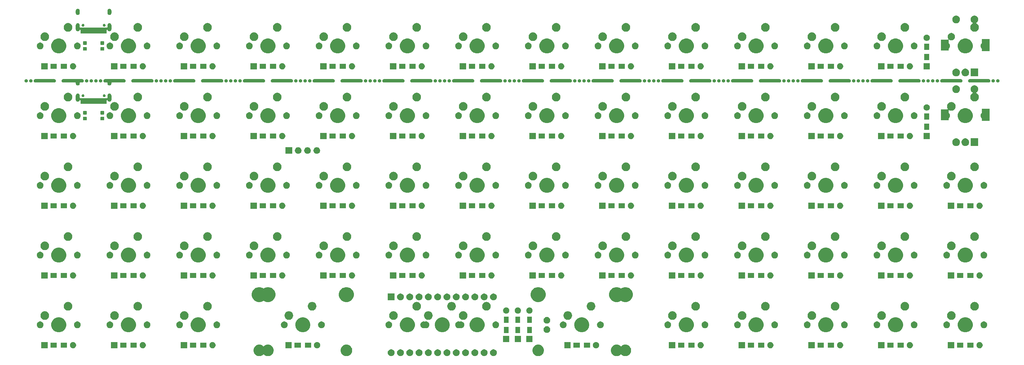
<source format=gbs>
G04 #@! TF.GenerationSoftware,KiCad,Pcbnew,(5.1.5)-3*
G04 #@! TF.CreationDate,2020-12-30T13:43:59+08:00*
G04 #@! TF.ProjectId,45ortho,34356f72-7468-46f2-9e6b-696361645f70,rev?*
G04 #@! TF.SameCoordinates,Original*
G04 #@! TF.FileFunction,Soldermask,Bot*
G04 #@! TF.FilePolarity,Negative*
%FSLAX46Y46*%
G04 Gerber Fmt 4.6, Leading zero omitted, Abs format (unit mm)*
G04 Created by KiCad (PCBNEW (5.1.5)-3) date 2020-12-30 13:43:59*
%MOMM*%
%LPD*%
G04 APERTURE LIST*
%ADD10C,0.100000*%
G04 APERTURE END LIST*
D10*
G36*
X241607267Y-151490263D02*
G01*
X241759411Y-151520526D01*
X241878137Y-151569704D01*
X242046041Y-151639252D01*
X242046042Y-151639253D01*
X242304004Y-151811617D01*
X242402243Y-151909856D01*
X242421179Y-151925396D01*
X242442790Y-151936947D01*
X242466239Y-151944060D01*
X242490625Y-151946462D01*
X242515011Y-151944060D01*
X242538460Y-151936947D01*
X242560071Y-151925396D01*
X242579007Y-151909856D01*
X242677246Y-151811617D01*
X242935208Y-151639253D01*
X242935209Y-151639252D01*
X243103113Y-151569704D01*
X243221839Y-151520526D01*
X243373983Y-151490263D01*
X243526125Y-151460000D01*
X243836375Y-151460000D01*
X243988517Y-151490263D01*
X244140661Y-151520526D01*
X244259387Y-151569704D01*
X244427291Y-151639252D01*
X244427292Y-151639253D01*
X244685254Y-151811617D01*
X244904633Y-152030996D01*
X245019803Y-152203361D01*
X245076998Y-152288959D01*
X245195724Y-152575590D01*
X245256250Y-152879875D01*
X245256250Y-153190125D01*
X245195724Y-153494410D01*
X245076998Y-153781041D01*
X245076997Y-153781042D01*
X244904633Y-154039004D01*
X244685254Y-154258383D01*
X244512889Y-154373553D01*
X244427291Y-154430748D01*
X244279987Y-154491763D01*
X244140661Y-154549474D01*
X244079372Y-154561665D01*
X243836375Y-154610000D01*
X243526125Y-154610000D01*
X243283128Y-154561665D01*
X243221839Y-154549474D01*
X243082513Y-154491763D01*
X242935209Y-154430748D01*
X242849611Y-154373553D01*
X242677246Y-154258383D01*
X242579007Y-154160144D01*
X242560071Y-154144604D01*
X242538460Y-154133053D01*
X242515011Y-154125940D01*
X242490625Y-154123538D01*
X242466239Y-154125940D01*
X242442790Y-154133053D01*
X242421179Y-154144604D01*
X242402243Y-154160144D01*
X242304004Y-154258383D01*
X242131639Y-154373553D01*
X242046041Y-154430748D01*
X241898737Y-154491763D01*
X241759411Y-154549474D01*
X241698122Y-154561665D01*
X241455125Y-154610000D01*
X241144875Y-154610000D01*
X240901878Y-154561665D01*
X240840589Y-154549474D01*
X240701263Y-154491763D01*
X240553959Y-154430748D01*
X240468361Y-154373553D01*
X240295996Y-154258383D01*
X240076617Y-154039004D01*
X239904253Y-153781042D01*
X239904252Y-153781041D01*
X239785526Y-153494410D01*
X239725000Y-153190125D01*
X239725000Y-152879875D01*
X239785526Y-152575590D01*
X239904252Y-152288959D01*
X239961447Y-152203361D01*
X240076617Y-152030996D01*
X240295996Y-151811617D01*
X240553958Y-151639253D01*
X240553959Y-151639252D01*
X240721863Y-151569704D01*
X240840589Y-151520526D01*
X240992733Y-151490263D01*
X241144875Y-151460000D01*
X241455125Y-151460000D01*
X241607267Y-151490263D01*
G37*
G36*
X220176017Y-151490263D02*
G01*
X220328161Y-151520526D01*
X220446887Y-151569704D01*
X220614791Y-151639252D01*
X220614792Y-151639253D01*
X220872754Y-151811617D01*
X221092133Y-152030996D01*
X221207303Y-152203361D01*
X221264498Y-152288959D01*
X221383224Y-152575590D01*
X221443750Y-152879875D01*
X221443750Y-153190125D01*
X221383224Y-153494410D01*
X221264498Y-153781041D01*
X221264497Y-153781042D01*
X221092133Y-154039004D01*
X220872754Y-154258383D01*
X220700389Y-154373553D01*
X220614791Y-154430748D01*
X220467487Y-154491763D01*
X220328161Y-154549474D01*
X220266872Y-154561665D01*
X220023875Y-154610000D01*
X219713625Y-154610000D01*
X219470628Y-154561665D01*
X219409339Y-154549474D01*
X219270013Y-154491763D01*
X219122709Y-154430748D01*
X219037111Y-154373553D01*
X218864746Y-154258383D01*
X218645367Y-154039004D01*
X218473003Y-153781042D01*
X218473002Y-153781041D01*
X218354276Y-153494410D01*
X218293750Y-153190125D01*
X218293750Y-152879875D01*
X218354276Y-152575590D01*
X218473002Y-152288959D01*
X218530197Y-152203361D01*
X218645367Y-152030996D01*
X218864746Y-151811617D01*
X219122708Y-151639253D01*
X219122709Y-151639252D01*
X219290613Y-151569704D01*
X219409339Y-151520526D01*
X219561483Y-151490263D01*
X219713625Y-151460000D01*
X220023875Y-151460000D01*
X220176017Y-151490263D01*
G37*
G36*
X143976017Y-151490263D02*
G01*
X144128161Y-151520526D01*
X144246887Y-151569704D01*
X144414791Y-151639252D01*
X144414792Y-151639253D01*
X144672754Y-151811617D01*
X144770993Y-151909856D01*
X144789929Y-151925396D01*
X144811540Y-151936947D01*
X144834989Y-151944060D01*
X144859375Y-151946462D01*
X144883761Y-151944060D01*
X144907210Y-151936947D01*
X144928821Y-151925396D01*
X144947757Y-151909856D01*
X145045996Y-151811617D01*
X145303958Y-151639253D01*
X145303959Y-151639252D01*
X145471863Y-151569704D01*
X145590589Y-151520526D01*
X145742733Y-151490263D01*
X145894875Y-151460000D01*
X146205125Y-151460000D01*
X146357267Y-151490263D01*
X146509411Y-151520526D01*
X146628137Y-151569704D01*
X146796041Y-151639252D01*
X146796042Y-151639253D01*
X147054004Y-151811617D01*
X147273383Y-152030996D01*
X147388553Y-152203361D01*
X147445748Y-152288959D01*
X147564474Y-152575590D01*
X147625000Y-152879875D01*
X147625000Y-153190125D01*
X147564474Y-153494410D01*
X147445748Y-153781041D01*
X147445747Y-153781042D01*
X147273383Y-154039004D01*
X147054004Y-154258383D01*
X146881639Y-154373553D01*
X146796041Y-154430748D01*
X146648737Y-154491763D01*
X146509411Y-154549474D01*
X146448122Y-154561665D01*
X146205125Y-154610000D01*
X145894875Y-154610000D01*
X145651878Y-154561665D01*
X145590589Y-154549474D01*
X145451263Y-154491763D01*
X145303959Y-154430748D01*
X145218361Y-154373553D01*
X145045996Y-154258383D01*
X144947757Y-154160144D01*
X144928821Y-154144604D01*
X144907210Y-154133053D01*
X144883761Y-154125940D01*
X144859375Y-154123538D01*
X144834989Y-154125940D01*
X144811540Y-154133053D01*
X144789929Y-154144604D01*
X144770993Y-154160144D01*
X144672754Y-154258383D01*
X144500389Y-154373553D01*
X144414791Y-154430748D01*
X144267487Y-154491763D01*
X144128161Y-154549474D01*
X144066872Y-154561665D01*
X143823875Y-154610000D01*
X143513625Y-154610000D01*
X143270628Y-154561665D01*
X143209339Y-154549474D01*
X143070013Y-154491763D01*
X142922709Y-154430748D01*
X142837111Y-154373553D01*
X142664746Y-154258383D01*
X142445367Y-154039004D01*
X142273003Y-153781042D01*
X142273002Y-153781041D01*
X142154276Y-153494410D01*
X142093750Y-153190125D01*
X142093750Y-152879875D01*
X142154276Y-152575590D01*
X142273002Y-152288959D01*
X142330197Y-152203361D01*
X142445367Y-152030996D01*
X142664746Y-151811617D01*
X142922708Y-151639253D01*
X142922709Y-151639252D01*
X143090613Y-151569704D01*
X143209339Y-151520526D01*
X143361483Y-151490263D01*
X143513625Y-151460000D01*
X143823875Y-151460000D01*
X143976017Y-151490263D01*
G37*
G36*
X167788517Y-151490263D02*
G01*
X167940661Y-151520526D01*
X168059387Y-151569704D01*
X168227291Y-151639252D01*
X168227292Y-151639253D01*
X168485254Y-151811617D01*
X168704633Y-152030996D01*
X168819803Y-152203361D01*
X168876998Y-152288959D01*
X168995724Y-152575590D01*
X169056250Y-152879875D01*
X169056250Y-153190125D01*
X168995724Y-153494410D01*
X168876998Y-153781041D01*
X168876997Y-153781042D01*
X168704633Y-154039004D01*
X168485254Y-154258383D01*
X168312889Y-154373553D01*
X168227291Y-154430748D01*
X168079987Y-154491763D01*
X167940661Y-154549474D01*
X167879372Y-154561665D01*
X167636375Y-154610000D01*
X167326125Y-154610000D01*
X167083128Y-154561665D01*
X167021839Y-154549474D01*
X166882513Y-154491763D01*
X166735209Y-154430748D01*
X166649611Y-154373553D01*
X166477246Y-154258383D01*
X166257867Y-154039004D01*
X166085503Y-153781042D01*
X166085502Y-153781041D01*
X165966776Y-153494410D01*
X165906250Y-153190125D01*
X165906250Y-152879875D01*
X165966776Y-152575590D01*
X166085502Y-152288959D01*
X166142697Y-152203361D01*
X166257867Y-152030996D01*
X166477246Y-151811617D01*
X166735208Y-151639253D01*
X166735209Y-151639252D01*
X166903113Y-151569704D01*
X167021839Y-151520526D01*
X167173983Y-151490263D01*
X167326125Y-151460000D01*
X167636375Y-151460000D01*
X167788517Y-151490263D01*
G37*
G36*
X190135483Y-152778335D02*
G01*
X190304240Y-152848236D01*
X190456118Y-152949718D01*
X190585282Y-153078882D01*
X190686764Y-153230760D01*
X190756665Y-153399517D01*
X190792300Y-153578668D01*
X190792300Y-153761332D01*
X190756665Y-153940483D01*
X190686764Y-154109240D01*
X190585282Y-154261118D01*
X190456118Y-154390282D01*
X190304240Y-154491764D01*
X190135483Y-154561665D01*
X189956332Y-154597300D01*
X189773668Y-154597300D01*
X189594517Y-154561665D01*
X189425760Y-154491764D01*
X189273882Y-154390282D01*
X189144718Y-154261118D01*
X189043236Y-154109240D01*
X188973335Y-153940483D01*
X188937700Y-153761332D01*
X188937700Y-153578668D01*
X188973335Y-153399517D01*
X189043236Y-153230760D01*
X189144718Y-153078882D01*
X189273882Y-152949718D01*
X189425760Y-152848236D01*
X189594517Y-152778335D01*
X189773668Y-152742700D01*
X189956332Y-152742700D01*
X190135483Y-152778335D01*
G37*
G36*
X192675483Y-152778335D02*
G01*
X192844240Y-152848236D01*
X192996118Y-152949718D01*
X193125282Y-153078882D01*
X193226764Y-153230760D01*
X193296665Y-153399517D01*
X193332300Y-153578668D01*
X193332300Y-153761332D01*
X193296665Y-153940483D01*
X193226764Y-154109240D01*
X193125282Y-154261118D01*
X192996118Y-154390282D01*
X192844240Y-154491764D01*
X192675483Y-154561665D01*
X192496332Y-154597300D01*
X192313668Y-154597300D01*
X192134517Y-154561665D01*
X191965760Y-154491764D01*
X191813882Y-154390282D01*
X191684718Y-154261118D01*
X191583236Y-154109240D01*
X191513335Y-153940483D01*
X191477700Y-153761332D01*
X191477700Y-153578668D01*
X191513335Y-153399517D01*
X191583236Y-153230760D01*
X191684718Y-153078882D01*
X191813882Y-152949718D01*
X191965760Y-152848236D01*
X192134517Y-152778335D01*
X192313668Y-152742700D01*
X192496332Y-152742700D01*
X192675483Y-152778335D01*
G37*
G36*
X195215483Y-152778335D02*
G01*
X195384240Y-152848236D01*
X195536118Y-152949718D01*
X195665282Y-153078882D01*
X195766764Y-153230760D01*
X195836665Y-153399517D01*
X195872300Y-153578668D01*
X195872300Y-153761332D01*
X195836665Y-153940483D01*
X195766764Y-154109240D01*
X195665282Y-154261118D01*
X195536118Y-154390282D01*
X195384240Y-154491764D01*
X195215483Y-154561665D01*
X195036332Y-154597300D01*
X194853668Y-154597300D01*
X194674517Y-154561665D01*
X194505760Y-154491764D01*
X194353882Y-154390282D01*
X194224718Y-154261118D01*
X194123236Y-154109240D01*
X194053335Y-153940483D01*
X194017700Y-153761332D01*
X194017700Y-153578668D01*
X194053335Y-153399517D01*
X194123236Y-153230760D01*
X194224718Y-153078882D01*
X194353882Y-152949718D01*
X194505760Y-152848236D01*
X194674517Y-152778335D01*
X194853668Y-152742700D01*
X195036332Y-152742700D01*
X195215483Y-152778335D01*
G37*
G36*
X197755483Y-152778335D02*
G01*
X197924240Y-152848236D01*
X198076118Y-152949718D01*
X198205282Y-153078882D01*
X198306764Y-153230760D01*
X198376665Y-153399517D01*
X198412300Y-153578668D01*
X198412300Y-153761332D01*
X198376665Y-153940483D01*
X198306764Y-154109240D01*
X198205282Y-154261118D01*
X198076118Y-154390282D01*
X197924240Y-154491764D01*
X197755483Y-154561665D01*
X197576332Y-154597300D01*
X197393668Y-154597300D01*
X197214517Y-154561665D01*
X197045760Y-154491764D01*
X196893882Y-154390282D01*
X196764718Y-154261118D01*
X196663236Y-154109240D01*
X196593335Y-153940483D01*
X196557700Y-153761332D01*
X196557700Y-153578668D01*
X196593335Y-153399517D01*
X196663236Y-153230760D01*
X196764718Y-153078882D01*
X196893882Y-152949718D01*
X197045760Y-152848236D01*
X197214517Y-152778335D01*
X197393668Y-152742700D01*
X197576332Y-152742700D01*
X197755483Y-152778335D01*
G37*
G36*
X200295483Y-152778335D02*
G01*
X200464240Y-152848236D01*
X200616118Y-152949718D01*
X200745282Y-153078882D01*
X200846764Y-153230760D01*
X200916665Y-153399517D01*
X200952300Y-153578668D01*
X200952300Y-153761332D01*
X200916665Y-153940483D01*
X200846764Y-154109240D01*
X200745282Y-154261118D01*
X200616118Y-154390282D01*
X200464240Y-154491764D01*
X200295483Y-154561665D01*
X200116332Y-154597300D01*
X199933668Y-154597300D01*
X199754517Y-154561665D01*
X199585760Y-154491764D01*
X199433882Y-154390282D01*
X199304718Y-154261118D01*
X199203236Y-154109240D01*
X199133335Y-153940483D01*
X199097700Y-153761332D01*
X199097700Y-153578668D01*
X199133335Y-153399517D01*
X199203236Y-153230760D01*
X199304718Y-153078882D01*
X199433882Y-152949718D01*
X199585760Y-152848236D01*
X199754517Y-152778335D01*
X199933668Y-152742700D01*
X200116332Y-152742700D01*
X200295483Y-152778335D01*
G37*
G36*
X202835483Y-152778335D02*
G01*
X203004240Y-152848236D01*
X203156118Y-152949718D01*
X203285282Y-153078882D01*
X203386764Y-153230760D01*
X203456665Y-153399517D01*
X203492300Y-153578668D01*
X203492300Y-153761332D01*
X203456665Y-153940483D01*
X203386764Y-154109240D01*
X203285282Y-154261118D01*
X203156118Y-154390282D01*
X203004240Y-154491764D01*
X202835483Y-154561665D01*
X202656332Y-154597300D01*
X202473668Y-154597300D01*
X202294517Y-154561665D01*
X202125760Y-154491764D01*
X201973882Y-154390282D01*
X201844718Y-154261118D01*
X201743236Y-154109240D01*
X201673335Y-153940483D01*
X201637700Y-153761332D01*
X201637700Y-153578668D01*
X201673335Y-153399517D01*
X201743236Y-153230760D01*
X201844718Y-153078882D01*
X201973882Y-152949718D01*
X202125760Y-152848236D01*
X202294517Y-152778335D01*
X202473668Y-152742700D01*
X202656332Y-152742700D01*
X202835483Y-152778335D01*
G37*
G36*
X205375483Y-152778335D02*
G01*
X205544240Y-152848236D01*
X205696118Y-152949718D01*
X205825282Y-153078882D01*
X205926764Y-153230760D01*
X205996665Y-153399517D01*
X206032300Y-153578668D01*
X206032300Y-153761332D01*
X205996665Y-153940483D01*
X205926764Y-154109240D01*
X205825282Y-154261118D01*
X205696118Y-154390282D01*
X205544240Y-154491764D01*
X205375483Y-154561665D01*
X205196332Y-154597300D01*
X205013668Y-154597300D01*
X204834517Y-154561665D01*
X204665760Y-154491764D01*
X204513882Y-154390282D01*
X204384718Y-154261118D01*
X204283236Y-154109240D01*
X204213335Y-153940483D01*
X204177700Y-153761332D01*
X204177700Y-153578668D01*
X204213335Y-153399517D01*
X204283236Y-153230760D01*
X204384718Y-153078882D01*
X204513882Y-152949718D01*
X204665760Y-152848236D01*
X204834517Y-152778335D01*
X205013668Y-152742700D01*
X205196332Y-152742700D01*
X205375483Y-152778335D01*
G37*
G36*
X185055483Y-152778335D02*
G01*
X185224240Y-152848236D01*
X185376118Y-152949718D01*
X185505282Y-153078882D01*
X185606764Y-153230760D01*
X185676665Y-153399517D01*
X185712300Y-153578668D01*
X185712300Y-153761332D01*
X185676665Y-153940483D01*
X185606764Y-154109240D01*
X185505282Y-154261118D01*
X185376118Y-154390282D01*
X185224240Y-154491764D01*
X185055483Y-154561665D01*
X184876332Y-154597300D01*
X184693668Y-154597300D01*
X184514517Y-154561665D01*
X184345760Y-154491764D01*
X184193882Y-154390282D01*
X184064718Y-154261118D01*
X183963236Y-154109240D01*
X183893335Y-153940483D01*
X183857700Y-153761332D01*
X183857700Y-153578668D01*
X183893335Y-153399517D01*
X183963236Y-153230760D01*
X184064718Y-153078882D01*
X184193882Y-152949718D01*
X184345760Y-152848236D01*
X184514517Y-152778335D01*
X184693668Y-152742700D01*
X184876332Y-152742700D01*
X185055483Y-152778335D01*
G37*
G36*
X182515483Y-152778335D02*
G01*
X182684240Y-152848236D01*
X182836118Y-152949718D01*
X182965282Y-153078882D01*
X183066764Y-153230760D01*
X183136665Y-153399517D01*
X183172300Y-153578668D01*
X183172300Y-153761332D01*
X183136665Y-153940483D01*
X183066764Y-154109240D01*
X182965282Y-154261118D01*
X182836118Y-154390282D01*
X182684240Y-154491764D01*
X182515483Y-154561665D01*
X182336332Y-154597300D01*
X182153668Y-154597300D01*
X181974517Y-154561665D01*
X181805760Y-154491764D01*
X181653882Y-154390282D01*
X181524718Y-154261118D01*
X181423236Y-154109240D01*
X181353335Y-153940483D01*
X181317700Y-153761332D01*
X181317700Y-153578668D01*
X181353335Y-153399517D01*
X181423236Y-153230760D01*
X181524718Y-153078882D01*
X181653882Y-152949718D01*
X181805760Y-152848236D01*
X181974517Y-152778335D01*
X182153668Y-152742700D01*
X182336332Y-152742700D01*
X182515483Y-152778335D01*
G37*
G36*
X179975483Y-152778335D02*
G01*
X180144240Y-152848236D01*
X180296118Y-152949718D01*
X180425282Y-153078882D01*
X180526764Y-153230760D01*
X180596665Y-153399517D01*
X180632300Y-153578668D01*
X180632300Y-153761332D01*
X180596665Y-153940483D01*
X180526764Y-154109240D01*
X180425282Y-154261118D01*
X180296118Y-154390282D01*
X180144240Y-154491764D01*
X179975483Y-154561665D01*
X179796332Y-154597300D01*
X179613668Y-154597300D01*
X179434517Y-154561665D01*
X179265760Y-154491764D01*
X179113882Y-154390282D01*
X178984718Y-154261118D01*
X178883236Y-154109240D01*
X178813335Y-153940483D01*
X178777700Y-153761332D01*
X178777700Y-153578668D01*
X178813335Y-153399517D01*
X178883236Y-153230760D01*
X178984718Y-153078882D01*
X179113882Y-152949718D01*
X179265760Y-152848236D01*
X179434517Y-152778335D01*
X179613668Y-152742700D01*
X179796332Y-152742700D01*
X179975483Y-152778335D01*
G37*
G36*
X207915483Y-152778335D02*
G01*
X208084240Y-152848236D01*
X208236118Y-152949718D01*
X208365282Y-153078882D01*
X208466764Y-153230760D01*
X208536665Y-153399517D01*
X208572300Y-153578668D01*
X208572300Y-153761332D01*
X208536665Y-153940483D01*
X208466764Y-154109240D01*
X208365282Y-154261118D01*
X208236118Y-154390282D01*
X208084240Y-154491764D01*
X207915483Y-154561665D01*
X207736332Y-154597300D01*
X207553668Y-154597300D01*
X207374517Y-154561665D01*
X207205760Y-154491764D01*
X207053882Y-154390282D01*
X206924718Y-154261118D01*
X206823236Y-154109240D01*
X206753335Y-153940483D01*
X206717700Y-153761332D01*
X206717700Y-153578668D01*
X206753335Y-153399517D01*
X206823236Y-153230760D01*
X206924718Y-153078882D01*
X207053882Y-152949718D01*
X207205760Y-152848236D01*
X207374517Y-152778335D01*
X207553668Y-152742700D01*
X207736332Y-152742700D01*
X207915483Y-152778335D01*
G37*
G36*
X187595483Y-152778335D02*
G01*
X187764240Y-152848236D01*
X187916118Y-152949718D01*
X188045282Y-153078882D01*
X188146764Y-153230760D01*
X188216665Y-153399517D01*
X188252300Y-153578668D01*
X188252300Y-153761332D01*
X188216665Y-153940483D01*
X188146764Y-154109240D01*
X188045282Y-154261118D01*
X187916118Y-154390282D01*
X187764240Y-154491764D01*
X187595483Y-154561665D01*
X187416332Y-154597300D01*
X187233668Y-154597300D01*
X187054517Y-154561665D01*
X186885760Y-154491764D01*
X186733882Y-154390282D01*
X186604718Y-154261118D01*
X186503236Y-154109240D01*
X186433335Y-153940483D01*
X186397700Y-153761332D01*
X186397700Y-153578668D01*
X186433335Y-153399517D01*
X186503236Y-153230760D01*
X186604718Y-153078882D01*
X186733882Y-152949718D01*
X186885760Y-152848236D01*
X187054517Y-152778335D01*
X187233668Y-152742700D01*
X187416332Y-152742700D01*
X187595483Y-152778335D01*
G37*
G36*
X123951000Y-152457250D02*
G01*
X122249000Y-152457250D01*
X122249000Y-150755250D01*
X123951000Y-150755250D01*
X123951000Y-152457250D01*
G37*
G36*
X302598228Y-150787953D02*
G01*
X302753100Y-150852103D01*
X302892481Y-150945235D01*
X303011015Y-151063769D01*
X303104147Y-151203150D01*
X303168297Y-151358022D01*
X303201000Y-151522434D01*
X303201000Y-151690066D01*
X303168297Y-151854478D01*
X303104147Y-152009350D01*
X303011015Y-152148731D01*
X302892481Y-152267265D01*
X302753100Y-152360397D01*
X302598228Y-152424547D01*
X302433816Y-152457250D01*
X302266184Y-152457250D01*
X302101772Y-152424547D01*
X301946900Y-152360397D01*
X301807519Y-152267265D01*
X301688985Y-152148731D01*
X301595853Y-152009350D01*
X301531703Y-151854478D01*
X301499000Y-151690066D01*
X301499000Y-151522434D01*
X301531703Y-151358022D01*
X301595853Y-151203150D01*
X301688985Y-151063769D01*
X301807519Y-150945235D01*
X301946900Y-150852103D01*
X302101772Y-150787953D01*
X302266184Y-150755250D01*
X302433816Y-150755250D01*
X302598228Y-150787953D01*
G37*
G36*
X295401000Y-152457250D02*
G01*
X293699000Y-152457250D01*
X293699000Y-150755250D01*
X295401000Y-150755250D01*
X295401000Y-152457250D01*
G37*
G36*
X283548228Y-150787953D02*
G01*
X283703100Y-150852103D01*
X283842481Y-150945235D01*
X283961015Y-151063769D01*
X284054147Y-151203150D01*
X284118297Y-151358022D01*
X284151000Y-151522434D01*
X284151000Y-151690066D01*
X284118297Y-151854478D01*
X284054147Y-152009350D01*
X283961015Y-152148731D01*
X283842481Y-152267265D01*
X283703100Y-152360397D01*
X283548228Y-152424547D01*
X283383816Y-152457250D01*
X283216184Y-152457250D01*
X283051772Y-152424547D01*
X282896900Y-152360397D01*
X282757519Y-152267265D01*
X282638985Y-152148731D01*
X282545853Y-152009350D01*
X282481703Y-151854478D01*
X282449000Y-151690066D01*
X282449000Y-151522434D01*
X282481703Y-151358022D01*
X282545853Y-151203150D01*
X282638985Y-151063769D01*
X282757519Y-150945235D01*
X282896900Y-150852103D01*
X283051772Y-150787953D01*
X283216184Y-150755250D01*
X283383816Y-150755250D01*
X283548228Y-150787953D01*
G37*
G36*
X276351000Y-152457250D02*
G01*
X274649000Y-152457250D01*
X274649000Y-150755250D01*
X276351000Y-150755250D01*
X276351000Y-152457250D01*
G37*
G36*
X264498228Y-150787953D02*
G01*
X264653100Y-150852103D01*
X264792481Y-150945235D01*
X264911015Y-151063769D01*
X265004147Y-151203150D01*
X265068297Y-151358022D01*
X265101000Y-151522434D01*
X265101000Y-151690066D01*
X265068297Y-151854478D01*
X265004147Y-152009350D01*
X264911015Y-152148731D01*
X264792481Y-152267265D01*
X264653100Y-152360397D01*
X264498228Y-152424547D01*
X264333816Y-152457250D01*
X264166184Y-152457250D01*
X264001772Y-152424547D01*
X263846900Y-152360397D01*
X263707519Y-152267265D01*
X263588985Y-152148731D01*
X263495853Y-152009350D01*
X263431703Y-151854478D01*
X263399000Y-151690066D01*
X263399000Y-151522434D01*
X263431703Y-151358022D01*
X263495853Y-151203150D01*
X263588985Y-151063769D01*
X263707519Y-150945235D01*
X263846900Y-150852103D01*
X264001772Y-150787953D01*
X264166184Y-150755250D01*
X264333816Y-150755250D01*
X264498228Y-150787953D01*
G37*
G36*
X257301000Y-152457250D02*
G01*
X255599000Y-152457250D01*
X255599000Y-150755250D01*
X257301000Y-150755250D01*
X257301000Y-152457250D01*
G37*
G36*
X112098228Y-150787953D02*
G01*
X112253100Y-150852103D01*
X112392481Y-150945235D01*
X112511015Y-151063769D01*
X112604147Y-151203150D01*
X112668297Y-151358022D01*
X112701000Y-151522434D01*
X112701000Y-151690066D01*
X112668297Y-151854478D01*
X112604147Y-152009350D01*
X112511015Y-152148731D01*
X112392481Y-152267265D01*
X112253100Y-152360397D01*
X112098228Y-152424547D01*
X111933816Y-152457250D01*
X111766184Y-152457250D01*
X111601772Y-152424547D01*
X111446900Y-152360397D01*
X111307519Y-152267265D01*
X111188985Y-152148731D01*
X111095853Y-152009350D01*
X111031703Y-151854478D01*
X110999000Y-151690066D01*
X110999000Y-151522434D01*
X111031703Y-151358022D01*
X111095853Y-151203150D01*
X111188985Y-151063769D01*
X111307519Y-150945235D01*
X111446900Y-150852103D01*
X111601772Y-150787953D01*
X111766184Y-150755250D01*
X111933816Y-150755250D01*
X112098228Y-150787953D01*
G37*
G36*
X93048228Y-150787953D02*
G01*
X93203100Y-150852103D01*
X93342481Y-150945235D01*
X93461015Y-151063769D01*
X93554147Y-151203150D01*
X93618297Y-151358022D01*
X93651000Y-151522434D01*
X93651000Y-151690066D01*
X93618297Y-151854478D01*
X93554147Y-152009350D01*
X93461015Y-152148731D01*
X93342481Y-152267265D01*
X93203100Y-152360397D01*
X93048228Y-152424547D01*
X92883816Y-152457250D01*
X92716184Y-152457250D01*
X92551772Y-152424547D01*
X92396900Y-152360397D01*
X92257519Y-152267265D01*
X92138985Y-152148731D01*
X92045853Y-152009350D01*
X91981703Y-151854478D01*
X91949000Y-151690066D01*
X91949000Y-151522434D01*
X91981703Y-151358022D01*
X92045853Y-151203150D01*
X92138985Y-151063769D01*
X92257519Y-150945235D01*
X92396900Y-150852103D01*
X92551772Y-150787953D01*
X92716184Y-150755250D01*
X92883816Y-150755250D01*
X93048228Y-150787953D01*
G37*
G36*
X104901000Y-152457250D02*
G01*
X103199000Y-152457250D01*
X103199000Y-150755250D01*
X104901000Y-150755250D01*
X104901000Y-152457250D01*
G37*
G36*
X131148228Y-150787953D02*
G01*
X131303100Y-150852103D01*
X131442481Y-150945235D01*
X131561015Y-151063769D01*
X131654147Y-151203150D01*
X131718297Y-151358022D01*
X131751000Y-151522434D01*
X131751000Y-151690066D01*
X131718297Y-151854478D01*
X131654147Y-152009350D01*
X131561015Y-152148731D01*
X131442481Y-152267265D01*
X131303100Y-152360397D01*
X131148228Y-152424547D01*
X130983816Y-152457250D01*
X130816184Y-152457250D01*
X130651772Y-152424547D01*
X130496900Y-152360397D01*
X130357519Y-152267265D01*
X130238985Y-152148731D01*
X130145853Y-152009350D01*
X130081703Y-151854478D01*
X130049000Y-151690066D01*
X130049000Y-151522434D01*
X130081703Y-151358022D01*
X130145853Y-151203150D01*
X130238985Y-151063769D01*
X130357519Y-150945235D01*
X130496900Y-150852103D01*
X130651772Y-150787953D01*
X130816184Y-150755250D01*
X130983816Y-150755250D01*
X131148228Y-150787953D01*
G37*
G36*
X159723228Y-150787953D02*
G01*
X159878100Y-150852103D01*
X160017481Y-150945235D01*
X160136015Y-151063769D01*
X160229147Y-151203150D01*
X160293297Y-151358022D01*
X160326000Y-151522434D01*
X160326000Y-151690066D01*
X160293297Y-151854478D01*
X160229147Y-152009350D01*
X160136015Y-152148731D01*
X160017481Y-152267265D01*
X159878100Y-152360397D01*
X159723228Y-152424547D01*
X159558816Y-152457250D01*
X159391184Y-152457250D01*
X159226772Y-152424547D01*
X159071900Y-152360397D01*
X158932519Y-152267265D01*
X158813985Y-152148731D01*
X158720853Y-152009350D01*
X158656703Y-151854478D01*
X158624000Y-151690066D01*
X158624000Y-151522434D01*
X158656703Y-151358022D01*
X158720853Y-151203150D01*
X158813985Y-151063769D01*
X158932519Y-150945235D01*
X159071900Y-150852103D01*
X159226772Y-150787953D01*
X159391184Y-150755250D01*
X159558816Y-150755250D01*
X159723228Y-150787953D01*
G37*
G36*
X340698228Y-150787953D02*
G01*
X340853100Y-150852103D01*
X340992481Y-150945235D01*
X341111015Y-151063769D01*
X341204147Y-151203150D01*
X341268297Y-151358022D01*
X341301000Y-151522434D01*
X341301000Y-151690066D01*
X341268297Y-151854478D01*
X341204147Y-152009350D01*
X341111015Y-152148731D01*
X340992481Y-152267265D01*
X340853100Y-152360397D01*
X340698228Y-152424547D01*
X340533816Y-152457250D01*
X340366184Y-152457250D01*
X340201772Y-152424547D01*
X340046900Y-152360397D01*
X339907519Y-152267265D01*
X339788985Y-152148731D01*
X339695853Y-152009350D01*
X339631703Y-151854478D01*
X339599000Y-151690066D01*
X339599000Y-151522434D01*
X339631703Y-151358022D01*
X339695853Y-151203150D01*
X339788985Y-151063769D01*
X339907519Y-150945235D01*
X340046900Y-150852103D01*
X340201772Y-150787953D01*
X340366184Y-150755250D01*
X340533816Y-150755250D01*
X340698228Y-150787953D01*
G37*
G36*
X314451000Y-152457250D02*
G01*
X312749000Y-152457250D01*
X312749000Y-150755250D01*
X314451000Y-150755250D01*
X314451000Y-152457250D01*
G37*
G36*
X333501000Y-152457250D02*
G01*
X331799000Y-152457250D01*
X331799000Y-150755250D01*
X333501000Y-150755250D01*
X333501000Y-152457250D01*
G37*
G36*
X85851000Y-152457250D02*
G01*
X84149000Y-152457250D01*
X84149000Y-150755250D01*
X85851000Y-150755250D01*
X85851000Y-152457250D01*
G37*
G36*
X321648228Y-150787953D02*
G01*
X321803100Y-150852103D01*
X321942481Y-150945235D01*
X322061015Y-151063769D01*
X322154147Y-151203150D01*
X322218297Y-151358022D01*
X322251000Y-151522434D01*
X322251000Y-151690066D01*
X322218297Y-151854478D01*
X322154147Y-152009350D01*
X322061015Y-152148731D01*
X321942481Y-152267265D01*
X321803100Y-152360397D01*
X321648228Y-152424547D01*
X321483816Y-152457250D01*
X321316184Y-152457250D01*
X321151772Y-152424547D01*
X320996900Y-152360397D01*
X320857519Y-152267265D01*
X320738985Y-152148731D01*
X320645853Y-152009350D01*
X320581703Y-151854478D01*
X320549000Y-151690066D01*
X320549000Y-151522434D01*
X320581703Y-151358022D01*
X320645853Y-151203150D01*
X320738985Y-151063769D01*
X320857519Y-150945235D01*
X320996900Y-150852103D01*
X321151772Y-150787953D01*
X321316184Y-150755250D01*
X321483816Y-150755250D01*
X321648228Y-150787953D01*
G37*
G36*
X228726000Y-152457250D02*
G01*
X227024000Y-152457250D01*
X227024000Y-150755250D01*
X228726000Y-150755250D01*
X228726000Y-152457250D01*
G37*
G36*
X235923228Y-150787953D02*
G01*
X236078100Y-150852103D01*
X236217481Y-150945235D01*
X236336015Y-151063769D01*
X236429147Y-151203150D01*
X236493297Y-151358022D01*
X236526000Y-151522434D01*
X236526000Y-151690066D01*
X236493297Y-151854478D01*
X236429147Y-152009350D01*
X236336015Y-152148731D01*
X236217481Y-152267265D01*
X236078100Y-152360397D01*
X235923228Y-152424547D01*
X235758816Y-152457250D01*
X235591184Y-152457250D01*
X235426772Y-152424547D01*
X235271900Y-152360397D01*
X235132519Y-152267265D01*
X235013985Y-152148731D01*
X234920853Y-152009350D01*
X234856703Y-151854478D01*
X234824000Y-151690066D01*
X234824000Y-151522434D01*
X234856703Y-151358022D01*
X234920853Y-151203150D01*
X235013985Y-151063769D01*
X235132519Y-150945235D01*
X235271900Y-150852103D01*
X235426772Y-150787953D01*
X235591184Y-150755250D01*
X235758816Y-150755250D01*
X235923228Y-150787953D01*
G37*
G36*
X152526000Y-152457250D02*
G01*
X150824000Y-152457250D01*
X150824000Y-150755250D01*
X152526000Y-150755250D01*
X152526000Y-152457250D01*
G37*
G36*
X88351000Y-152257250D02*
G01*
X86649000Y-152257250D01*
X86649000Y-150955250D01*
X88351000Y-150955250D01*
X88351000Y-152257250D01*
G37*
G36*
X107401000Y-152257250D02*
G01*
X105699000Y-152257250D01*
X105699000Y-150955250D01*
X107401000Y-150955250D01*
X107401000Y-152257250D01*
G37*
G36*
X316951000Y-152257250D02*
G01*
X315249000Y-152257250D01*
X315249000Y-150955250D01*
X316951000Y-150955250D01*
X316951000Y-152257250D01*
G37*
G36*
X319751000Y-152257250D02*
G01*
X318049000Y-152257250D01*
X318049000Y-150955250D01*
X319751000Y-150955250D01*
X319751000Y-152257250D01*
G37*
G36*
X300701000Y-152257250D02*
G01*
X298999000Y-152257250D01*
X298999000Y-150955250D01*
X300701000Y-150955250D01*
X300701000Y-152257250D01*
G37*
G36*
X336001000Y-152257250D02*
G01*
X334299000Y-152257250D01*
X334299000Y-150955250D01*
X336001000Y-150955250D01*
X336001000Y-152257250D01*
G37*
G36*
X338801000Y-152257250D02*
G01*
X337099000Y-152257250D01*
X337099000Y-150955250D01*
X338801000Y-150955250D01*
X338801000Y-152257250D01*
G37*
G36*
X297901000Y-152257250D02*
G01*
X296199000Y-152257250D01*
X296199000Y-150955250D01*
X297901000Y-150955250D01*
X297901000Y-152257250D01*
G37*
G36*
X281651000Y-152257250D02*
G01*
X279949000Y-152257250D01*
X279949000Y-150955250D01*
X281651000Y-150955250D01*
X281651000Y-152257250D01*
G37*
G36*
X278851000Y-152257250D02*
G01*
X277149000Y-152257250D01*
X277149000Y-150955250D01*
X278851000Y-150955250D01*
X278851000Y-152257250D01*
G37*
G36*
X262601000Y-152257250D02*
G01*
X260899000Y-152257250D01*
X260899000Y-150955250D01*
X262601000Y-150955250D01*
X262601000Y-152257250D01*
G37*
G36*
X234026000Y-152257250D02*
G01*
X232324000Y-152257250D01*
X232324000Y-150955250D01*
X234026000Y-150955250D01*
X234026000Y-152257250D01*
G37*
G36*
X231226000Y-152257250D02*
G01*
X229524000Y-152257250D01*
X229524000Y-150955250D01*
X231226000Y-150955250D01*
X231226000Y-152257250D01*
G37*
G36*
X157826000Y-152257250D02*
G01*
X156124000Y-152257250D01*
X156124000Y-150955250D01*
X157826000Y-150955250D01*
X157826000Y-152257250D01*
G37*
G36*
X155026000Y-152257250D02*
G01*
X153324000Y-152257250D01*
X153324000Y-150955250D01*
X155026000Y-150955250D01*
X155026000Y-152257250D01*
G37*
G36*
X110201000Y-152257250D02*
G01*
X108499000Y-152257250D01*
X108499000Y-150955250D01*
X110201000Y-150955250D01*
X110201000Y-152257250D01*
G37*
G36*
X129251000Y-152257250D02*
G01*
X127549000Y-152257250D01*
X127549000Y-150955250D01*
X129251000Y-150955250D01*
X129251000Y-152257250D01*
G37*
G36*
X126451000Y-152257250D02*
G01*
X124749000Y-152257250D01*
X124749000Y-150955250D01*
X126451000Y-150955250D01*
X126451000Y-152257250D01*
G37*
G36*
X259801000Y-152257250D02*
G01*
X258099000Y-152257250D01*
X258099000Y-150955250D01*
X259801000Y-150955250D01*
X259801000Y-152257250D01*
G37*
G36*
X91151000Y-152257250D02*
G01*
X89449000Y-152257250D01*
X89449000Y-150955250D01*
X91151000Y-150955250D01*
X91151000Y-152257250D01*
G37*
G36*
X215163500Y-150801000D02*
G01*
X213461500Y-150801000D01*
X213461500Y-149099000D01*
X215163500Y-149099000D01*
X215163500Y-150801000D01*
G37*
G36*
X211988500Y-150801000D02*
G01*
X210286500Y-150801000D01*
X210286500Y-149099000D01*
X211988500Y-149099000D01*
X211988500Y-150801000D01*
G37*
G36*
X218338500Y-150801000D02*
G01*
X216636500Y-150801000D01*
X216636500Y-149099000D01*
X218338500Y-149099000D01*
X218338500Y-150801000D01*
G37*
G36*
X211788500Y-148301000D02*
G01*
X210486500Y-148301000D01*
X210486500Y-146599000D01*
X211788500Y-146599000D01*
X211788500Y-148301000D01*
G37*
G36*
X214963500Y-148301000D02*
G01*
X213661500Y-148301000D01*
X213661500Y-146599000D01*
X214963500Y-146599000D01*
X214963500Y-148301000D01*
G37*
G36*
X218138500Y-148301000D02*
G01*
X216836500Y-148301000D01*
X216836500Y-146599000D01*
X218138500Y-146599000D01*
X218138500Y-148301000D01*
G37*
G36*
X222363512Y-146443927D02*
G01*
X222512812Y-146473624D01*
X222676784Y-146541544D01*
X222824354Y-146640147D01*
X222949853Y-146765646D01*
X223048456Y-146913216D01*
X223116376Y-147077188D01*
X223151000Y-147251259D01*
X223151000Y-147428741D01*
X223116376Y-147602812D01*
X223048456Y-147766784D01*
X222949853Y-147914354D01*
X222824354Y-148039853D01*
X222676784Y-148138456D01*
X222512812Y-148206376D01*
X222363512Y-148236073D01*
X222338742Y-148241000D01*
X222161258Y-148241000D01*
X222136488Y-148236073D01*
X221987188Y-148206376D01*
X221823216Y-148138456D01*
X221675646Y-148039853D01*
X221550147Y-147914354D01*
X221451544Y-147766784D01*
X221383624Y-147602812D01*
X221349000Y-147428741D01*
X221349000Y-147251259D01*
X221383624Y-147077188D01*
X221451544Y-146913216D01*
X221550147Y-146765646D01*
X221675646Y-146640147D01*
X221823216Y-146541544D01*
X221987188Y-146473624D01*
X222136488Y-146443927D01*
X222161258Y-146439000D01*
X222338742Y-146439000D01*
X222363512Y-146443927D01*
G37*
G36*
X337146474Y-144083684D02*
G01*
X337364474Y-144173983D01*
X337518623Y-144237833D01*
X337853548Y-144461623D01*
X338138377Y-144746452D01*
X338362167Y-145081377D01*
X338397433Y-145166518D01*
X338516316Y-145453526D01*
X338594900Y-145848594D01*
X338594900Y-146251406D01*
X338516316Y-146646474D01*
X338465451Y-146769272D01*
X338362167Y-147018623D01*
X338138377Y-147353548D01*
X337853548Y-147638377D01*
X337518623Y-147862167D01*
X337392634Y-147914353D01*
X337146474Y-148016316D01*
X336751406Y-148094900D01*
X336348594Y-148094900D01*
X335953526Y-148016316D01*
X335707366Y-147914353D01*
X335581377Y-147862167D01*
X335246452Y-147638377D01*
X334961623Y-147353548D01*
X334737833Y-147018623D01*
X334634549Y-146769272D01*
X334583684Y-146646474D01*
X334505100Y-146251406D01*
X334505100Y-145848594D01*
X334583684Y-145453526D01*
X334702567Y-145166518D01*
X334737833Y-145081377D01*
X334961623Y-144746452D01*
X335246452Y-144461623D01*
X335581377Y-144237833D01*
X335735526Y-144173983D01*
X335953526Y-144083684D01*
X336348594Y-144005100D01*
X336751406Y-144005100D01*
X337146474Y-144083684D01*
G37*
G36*
X260946474Y-144083684D02*
G01*
X261164474Y-144173983D01*
X261318623Y-144237833D01*
X261653548Y-144461623D01*
X261938377Y-144746452D01*
X262162167Y-145081377D01*
X262197433Y-145166518D01*
X262316316Y-145453526D01*
X262394900Y-145848594D01*
X262394900Y-146251406D01*
X262316316Y-146646474D01*
X262265451Y-146769272D01*
X262162167Y-147018623D01*
X261938377Y-147353548D01*
X261653548Y-147638377D01*
X261318623Y-147862167D01*
X261192634Y-147914353D01*
X260946474Y-148016316D01*
X260551406Y-148094900D01*
X260148594Y-148094900D01*
X259753526Y-148016316D01*
X259507366Y-147914353D01*
X259381377Y-147862167D01*
X259046452Y-147638377D01*
X258761623Y-147353548D01*
X258537833Y-147018623D01*
X258434549Y-146769272D01*
X258383684Y-146646474D01*
X258305100Y-146251406D01*
X258305100Y-145848594D01*
X258383684Y-145453526D01*
X258502567Y-145166518D01*
X258537833Y-145081377D01*
X258761623Y-144746452D01*
X259046452Y-144461623D01*
X259381377Y-144237833D01*
X259535526Y-144173983D01*
X259753526Y-144083684D01*
X260148594Y-144005100D01*
X260551406Y-144005100D01*
X260946474Y-144083684D01*
G37*
G36*
X279996474Y-144083684D02*
G01*
X280214474Y-144173983D01*
X280368623Y-144237833D01*
X280703548Y-144461623D01*
X280988377Y-144746452D01*
X281212167Y-145081377D01*
X281247433Y-145166518D01*
X281366316Y-145453526D01*
X281444900Y-145848594D01*
X281444900Y-146251406D01*
X281366316Y-146646474D01*
X281315451Y-146769272D01*
X281212167Y-147018623D01*
X280988377Y-147353548D01*
X280703548Y-147638377D01*
X280368623Y-147862167D01*
X280242634Y-147914353D01*
X279996474Y-148016316D01*
X279601406Y-148094900D01*
X279198594Y-148094900D01*
X278803526Y-148016316D01*
X278557366Y-147914353D01*
X278431377Y-147862167D01*
X278096452Y-147638377D01*
X277811623Y-147353548D01*
X277587833Y-147018623D01*
X277484549Y-146769272D01*
X277433684Y-146646474D01*
X277355100Y-146251406D01*
X277355100Y-145848594D01*
X277433684Y-145453526D01*
X277552567Y-145166518D01*
X277587833Y-145081377D01*
X277811623Y-144746452D01*
X278096452Y-144461623D01*
X278431377Y-144237833D01*
X278585526Y-144173983D01*
X278803526Y-144083684D01*
X279198594Y-144005100D01*
X279601406Y-144005100D01*
X279996474Y-144083684D01*
G37*
G36*
X299046474Y-144083684D02*
G01*
X299264474Y-144173983D01*
X299418623Y-144237833D01*
X299753548Y-144461623D01*
X300038377Y-144746452D01*
X300262167Y-145081377D01*
X300297433Y-145166518D01*
X300416316Y-145453526D01*
X300494900Y-145848594D01*
X300494900Y-146251406D01*
X300416316Y-146646474D01*
X300365451Y-146769272D01*
X300262167Y-147018623D01*
X300038377Y-147353548D01*
X299753548Y-147638377D01*
X299418623Y-147862167D01*
X299292634Y-147914353D01*
X299046474Y-148016316D01*
X298651406Y-148094900D01*
X298248594Y-148094900D01*
X297853526Y-148016316D01*
X297607366Y-147914353D01*
X297481377Y-147862167D01*
X297146452Y-147638377D01*
X296861623Y-147353548D01*
X296637833Y-147018623D01*
X296534549Y-146769272D01*
X296483684Y-146646474D01*
X296405100Y-146251406D01*
X296405100Y-145848594D01*
X296483684Y-145453526D01*
X296602567Y-145166518D01*
X296637833Y-145081377D01*
X296861623Y-144746452D01*
X297146452Y-144461623D01*
X297481377Y-144237833D01*
X297635526Y-144173983D01*
X297853526Y-144083684D01*
X298248594Y-144005100D01*
X298651406Y-144005100D01*
X299046474Y-144083684D01*
G37*
G36*
X232371474Y-144083684D02*
G01*
X232589474Y-144173983D01*
X232743623Y-144237833D01*
X233078548Y-144461623D01*
X233363377Y-144746452D01*
X233587167Y-145081377D01*
X233622433Y-145166518D01*
X233741316Y-145453526D01*
X233819900Y-145848594D01*
X233819900Y-146251406D01*
X233741316Y-146646474D01*
X233690451Y-146769272D01*
X233587167Y-147018623D01*
X233363377Y-147353548D01*
X233078548Y-147638377D01*
X232743623Y-147862167D01*
X232617634Y-147914353D01*
X232371474Y-148016316D01*
X231976406Y-148094900D01*
X231573594Y-148094900D01*
X231178526Y-148016316D01*
X230932366Y-147914353D01*
X230806377Y-147862167D01*
X230471452Y-147638377D01*
X230186623Y-147353548D01*
X229962833Y-147018623D01*
X229859549Y-146769272D01*
X229808684Y-146646474D01*
X229730100Y-146251406D01*
X229730100Y-145848594D01*
X229808684Y-145453526D01*
X229927567Y-145166518D01*
X229962833Y-145081377D01*
X230186623Y-144746452D01*
X230471452Y-144461623D01*
X230806377Y-144237833D01*
X230960526Y-144173983D01*
X231178526Y-144083684D01*
X231573594Y-144005100D01*
X231976406Y-144005100D01*
X232371474Y-144083684D01*
G37*
G36*
X89496474Y-144083684D02*
G01*
X89714474Y-144173983D01*
X89868623Y-144237833D01*
X90203548Y-144461623D01*
X90488377Y-144746452D01*
X90712167Y-145081377D01*
X90747433Y-145166518D01*
X90866316Y-145453526D01*
X90944900Y-145848594D01*
X90944900Y-146251406D01*
X90866316Y-146646474D01*
X90815451Y-146769272D01*
X90712167Y-147018623D01*
X90488377Y-147353548D01*
X90203548Y-147638377D01*
X89868623Y-147862167D01*
X89742634Y-147914353D01*
X89496474Y-148016316D01*
X89101406Y-148094900D01*
X88698594Y-148094900D01*
X88303526Y-148016316D01*
X88057366Y-147914353D01*
X87931377Y-147862167D01*
X87596452Y-147638377D01*
X87311623Y-147353548D01*
X87087833Y-147018623D01*
X86984549Y-146769272D01*
X86933684Y-146646474D01*
X86855100Y-146251406D01*
X86855100Y-145848594D01*
X86933684Y-145453526D01*
X87052567Y-145166518D01*
X87087833Y-145081377D01*
X87311623Y-144746452D01*
X87596452Y-144461623D01*
X87931377Y-144237833D01*
X88085526Y-144173983D01*
X88303526Y-144083684D01*
X88698594Y-144005100D01*
X89101406Y-144005100D01*
X89496474Y-144083684D01*
G37*
G36*
X127596474Y-144083684D02*
G01*
X127814474Y-144173983D01*
X127968623Y-144237833D01*
X128303548Y-144461623D01*
X128588377Y-144746452D01*
X128812167Y-145081377D01*
X128847433Y-145166518D01*
X128966316Y-145453526D01*
X129044900Y-145848594D01*
X129044900Y-146251406D01*
X128966316Y-146646474D01*
X128915451Y-146769272D01*
X128812167Y-147018623D01*
X128588377Y-147353548D01*
X128303548Y-147638377D01*
X127968623Y-147862167D01*
X127842634Y-147914353D01*
X127596474Y-148016316D01*
X127201406Y-148094900D01*
X126798594Y-148094900D01*
X126403526Y-148016316D01*
X126157366Y-147914353D01*
X126031377Y-147862167D01*
X125696452Y-147638377D01*
X125411623Y-147353548D01*
X125187833Y-147018623D01*
X125084549Y-146769272D01*
X125033684Y-146646474D01*
X124955100Y-146251406D01*
X124955100Y-145848594D01*
X125033684Y-145453526D01*
X125152567Y-145166518D01*
X125187833Y-145081377D01*
X125411623Y-144746452D01*
X125696452Y-144461623D01*
X126031377Y-144237833D01*
X126185526Y-144173983D01*
X126403526Y-144083684D01*
X126798594Y-144005100D01*
X127201406Y-144005100D01*
X127596474Y-144083684D01*
G37*
G36*
X184746474Y-144083684D02*
G01*
X184964474Y-144173983D01*
X185118623Y-144237833D01*
X185453548Y-144461623D01*
X185738377Y-144746452D01*
X185962167Y-145081377D01*
X185997433Y-145166518D01*
X186116316Y-145453526D01*
X186194900Y-145848594D01*
X186194900Y-146251406D01*
X186116316Y-146646474D01*
X186065451Y-146769272D01*
X185962167Y-147018623D01*
X185738377Y-147353548D01*
X185453548Y-147638377D01*
X185118623Y-147862167D01*
X184992634Y-147914353D01*
X184746474Y-148016316D01*
X184351406Y-148094900D01*
X183948594Y-148094900D01*
X183553526Y-148016316D01*
X183307366Y-147914353D01*
X183181377Y-147862167D01*
X182846452Y-147638377D01*
X182561623Y-147353548D01*
X182337833Y-147018623D01*
X182234549Y-146769272D01*
X182183684Y-146646474D01*
X182105100Y-146251406D01*
X182105100Y-145848594D01*
X182183684Y-145453526D01*
X182302567Y-145166518D01*
X182337833Y-145081377D01*
X182561623Y-144746452D01*
X182846452Y-144461623D01*
X183181377Y-144237833D01*
X183335526Y-144173983D01*
X183553526Y-144083684D01*
X183948594Y-144005100D01*
X184351406Y-144005100D01*
X184746474Y-144083684D01*
G37*
G36*
X156171474Y-144083684D02*
G01*
X156389474Y-144173983D01*
X156543623Y-144237833D01*
X156878548Y-144461623D01*
X157163377Y-144746452D01*
X157387167Y-145081377D01*
X157422433Y-145166518D01*
X157541316Y-145453526D01*
X157619900Y-145848594D01*
X157619900Y-146251406D01*
X157541316Y-146646474D01*
X157490451Y-146769272D01*
X157387167Y-147018623D01*
X157163377Y-147353548D01*
X156878548Y-147638377D01*
X156543623Y-147862167D01*
X156417634Y-147914353D01*
X156171474Y-148016316D01*
X155776406Y-148094900D01*
X155373594Y-148094900D01*
X154978526Y-148016316D01*
X154732366Y-147914353D01*
X154606377Y-147862167D01*
X154271452Y-147638377D01*
X153986623Y-147353548D01*
X153762833Y-147018623D01*
X153659549Y-146769272D01*
X153608684Y-146646474D01*
X153530100Y-146251406D01*
X153530100Y-145848594D01*
X153608684Y-145453526D01*
X153727567Y-145166518D01*
X153762833Y-145081377D01*
X153986623Y-144746452D01*
X154271452Y-144461623D01*
X154606377Y-144237833D01*
X154760526Y-144173983D01*
X154978526Y-144083684D01*
X155373594Y-144005100D01*
X155776406Y-144005100D01*
X156171474Y-144083684D01*
G37*
G36*
X108546474Y-144083684D02*
G01*
X108764474Y-144173983D01*
X108918623Y-144237833D01*
X109253548Y-144461623D01*
X109538377Y-144746452D01*
X109762167Y-145081377D01*
X109797433Y-145166518D01*
X109916316Y-145453526D01*
X109994900Y-145848594D01*
X109994900Y-146251406D01*
X109916316Y-146646474D01*
X109865451Y-146769272D01*
X109762167Y-147018623D01*
X109538377Y-147353548D01*
X109253548Y-147638377D01*
X108918623Y-147862167D01*
X108792634Y-147914353D01*
X108546474Y-148016316D01*
X108151406Y-148094900D01*
X107748594Y-148094900D01*
X107353526Y-148016316D01*
X107107366Y-147914353D01*
X106981377Y-147862167D01*
X106646452Y-147638377D01*
X106361623Y-147353548D01*
X106137833Y-147018623D01*
X106034549Y-146769272D01*
X105983684Y-146646474D01*
X105905100Y-146251406D01*
X105905100Y-145848594D01*
X105983684Y-145453526D01*
X106102567Y-145166518D01*
X106137833Y-145081377D01*
X106361623Y-144746452D01*
X106646452Y-144461623D01*
X106981377Y-144237833D01*
X107135526Y-144173983D01*
X107353526Y-144083684D01*
X107748594Y-144005100D01*
X108151406Y-144005100D01*
X108546474Y-144083684D01*
G37*
G36*
X203796474Y-144083684D02*
G01*
X204014474Y-144173983D01*
X204168623Y-144237833D01*
X204503548Y-144461623D01*
X204788377Y-144746452D01*
X205012167Y-145081377D01*
X205047433Y-145166518D01*
X205166316Y-145453526D01*
X205244900Y-145848594D01*
X205244900Y-146251406D01*
X205166316Y-146646474D01*
X205115451Y-146769272D01*
X205012167Y-147018623D01*
X204788377Y-147353548D01*
X204503548Y-147638377D01*
X204168623Y-147862167D01*
X204042634Y-147914353D01*
X203796474Y-148016316D01*
X203401406Y-148094900D01*
X202998594Y-148094900D01*
X202603526Y-148016316D01*
X202357366Y-147914353D01*
X202231377Y-147862167D01*
X201896452Y-147638377D01*
X201611623Y-147353548D01*
X201387833Y-147018623D01*
X201284549Y-146769272D01*
X201233684Y-146646474D01*
X201155100Y-146251406D01*
X201155100Y-145848594D01*
X201233684Y-145453526D01*
X201352567Y-145166518D01*
X201387833Y-145081377D01*
X201611623Y-144746452D01*
X201896452Y-144461623D01*
X202231377Y-144237833D01*
X202385526Y-144173983D01*
X202603526Y-144083684D01*
X202998594Y-144005100D01*
X203401406Y-144005100D01*
X203796474Y-144083684D01*
G37*
G36*
X318096474Y-144083684D02*
G01*
X318314474Y-144173983D01*
X318468623Y-144237833D01*
X318803548Y-144461623D01*
X319088377Y-144746452D01*
X319312167Y-145081377D01*
X319347433Y-145166518D01*
X319466316Y-145453526D01*
X319544900Y-145848594D01*
X319544900Y-146251406D01*
X319466316Y-146646474D01*
X319415451Y-146769272D01*
X319312167Y-147018623D01*
X319088377Y-147353548D01*
X318803548Y-147638377D01*
X318468623Y-147862167D01*
X318342634Y-147914353D01*
X318096474Y-148016316D01*
X317701406Y-148094900D01*
X317298594Y-148094900D01*
X316903526Y-148016316D01*
X316657366Y-147914353D01*
X316531377Y-147862167D01*
X316196452Y-147638377D01*
X315911623Y-147353548D01*
X315687833Y-147018623D01*
X315584549Y-146769272D01*
X315533684Y-146646474D01*
X315455100Y-146251406D01*
X315455100Y-145848594D01*
X315533684Y-145453526D01*
X315652567Y-145166518D01*
X315687833Y-145081377D01*
X315911623Y-144746452D01*
X316196452Y-144461623D01*
X316531377Y-144237833D01*
X316685526Y-144173983D01*
X316903526Y-144083684D01*
X317298594Y-144005100D01*
X317701406Y-144005100D01*
X318096474Y-144083684D01*
G37*
G36*
X194271474Y-144083684D02*
G01*
X194489474Y-144173983D01*
X194643623Y-144237833D01*
X194978548Y-144461623D01*
X195263377Y-144746452D01*
X195487167Y-145081377D01*
X195522433Y-145166518D01*
X195641316Y-145453526D01*
X195719900Y-145848594D01*
X195719900Y-146251406D01*
X195641316Y-146646474D01*
X195590451Y-146769272D01*
X195487167Y-147018623D01*
X195263377Y-147353548D01*
X194978548Y-147638377D01*
X194643623Y-147862167D01*
X194517634Y-147914353D01*
X194271474Y-148016316D01*
X193876406Y-148094900D01*
X193473594Y-148094900D01*
X193078526Y-148016316D01*
X192832366Y-147914353D01*
X192706377Y-147862167D01*
X192371452Y-147638377D01*
X192086623Y-147353548D01*
X191862833Y-147018623D01*
X191759549Y-146769272D01*
X191708684Y-146646474D01*
X191630100Y-146251406D01*
X191630100Y-145848594D01*
X191708684Y-145453526D01*
X191827567Y-145166518D01*
X191862833Y-145081377D01*
X192086623Y-144746452D01*
X192371452Y-144461623D01*
X192706377Y-144237833D01*
X192860526Y-144173983D01*
X193078526Y-144083684D01*
X193473594Y-144005100D01*
X193876406Y-144005100D01*
X194271474Y-144083684D01*
G37*
G36*
X122190104Y-145159585D02*
G01*
X122358626Y-145229389D01*
X122510291Y-145330728D01*
X122639272Y-145459709D01*
X122740611Y-145611374D01*
X122810415Y-145779896D01*
X122846000Y-145958797D01*
X122846000Y-146141203D01*
X122810415Y-146320104D01*
X122740611Y-146488626D01*
X122639272Y-146640291D01*
X122510291Y-146769272D01*
X122358626Y-146870611D01*
X122190104Y-146940415D01*
X122011203Y-146976000D01*
X121828797Y-146976000D01*
X121649896Y-146940415D01*
X121481374Y-146870611D01*
X121329709Y-146769272D01*
X121200728Y-146640291D01*
X121099389Y-146488626D01*
X121029585Y-146320104D01*
X120994000Y-146141203D01*
X120994000Y-145958797D01*
X121029585Y-145779896D01*
X121099389Y-145611374D01*
X121200728Y-145459709D01*
X121329709Y-145330728D01*
X121481374Y-145229389D01*
X121649896Y-145159585D01*
X121828797Y-145124000D01*
X122011203Y-145124000D01*
X122190104Y-145159585D01*
G37*
G36*
X237125104Y-145159585D02*
G01*
X237293626Y-145229389D01*
X237445291Y-145330728D01*
X237574272Y-145459709D01*
X237675611Y-145611374D01*
X237745415Y-145779896D01*
X237781000Y-145958797D01*
X237781000Y-146141203D01*
X237745415Y-146320104D01*
X237675611Y-146488626D01*
X237574272Y-146640291D01*
X237445291Y-146769272D01*
X237293626Y-146870611D01*
X237125104Y-146940415D01*
X236946203Y-146976000D01*
X236763797Y-146976000D01*
X236584896Y-146940415D01*
X236416374Y-146870611D01*
X236264709Y-146769272D01*
X236135728Y-146640291D01*
X236034389Y-146488626D01*
X235964585Y-146320104D01*
X235929000Y-146141203D01*
X235929000Y-145958797D01*
X235964585Y-145779896D01*
X236034389Y-145611374D01*
X236135728Y-145459709D01*
X236264709Y-145330728D01*
X236416374Y-145229389D01*
X236584896Y-145159585D01*
X236763797Y-145124000D01*
X236946203Y-145124000D01*
X237125104Y-145159585D01*
G37*
G36*
X84090104Y-145159585D02*
G01*
X84258626Y-145229389D01*
X84410291Y-145330728D01*
X84539272Y-145459709D01*
X84640611Y-145611374D01*
X84710415Y-145779896D01*
X84746000Y-145958797D01*
X84746000Y-146141203D01*
X84710415Y-146320104D01*
X84640611Y-146488626D01*
X84539272Y-146640291D01*
X84410291Y-146769272D01*
X84258626Y-146870611D01*
X84090104Y-146940415D01*
X83911203Y-146976000D01*
X83728797Y-146976000D01*
X83549896Y-146940415D01*
X83381374Y-146870611D01*
X83229709Y-146769272D01*
X83100728Y-146640291D01*
X82999389Y-146488626D01*
X82929585Y-146320104D01*
X82894000Y-146141203D01*
X82894000Y-145958797D01*
X82929585Y-145779896D01*
X82999389Y-145611374D01*
X83100728Y-145459709D01*
X83229709Y-145330728D01*
X83381374Y-145229389D01*
X83549896Y-145159585D01*
X83728797Y-145124000D01*
X83911203Y-145124000D01*
X84090104Y-145159585D01*
G37*
G36*
X341900104Y-145159585D02*
G01*
X342068626Y-145229389D01*
X342220291Y-145330728D01*
X342349272Y-145459709D01*
X342450611Y-145611374D01*
X342520415Y-145779896D01*
X342556000Y-145958797D01*
X342556000Y-146141203D01*
X342520415Y-146320104D01*
X342450611Y-146488626D01*
X342349272Y-146640291D01*
X342220291Y-146769272D01*
X342068626Y-146870611D01*
X341900104Y-146940415D01*
X341721203Y-146976000D01*
X341538797Y-146976000D01*
X341359896Y-146940415D01*
X341191374Y-146870611D01*
X341039709Y-146769272D01*
X340910728Y-146640291D01*
X340809389Y-146488626D01*
X340739585Y-146320104D01*
X340704000Y-146141203D01*
X340704000Y-145958797D01*
X340739585Y-145779896D01*
X340809389Y-145611374D01*
X340910728Y-145459709D01*
X341039709Y-145330728D01*
X341191374Y-145229389D01*
X341359896Y-145159585D01*
X341538797Y-145124000D01*
X341721203Y-145124000D01*
X341900104Y-145159585D01*
G37*
G36*
X331740104Y-145159585D02*
G01*
X331908626Y-145229389D01*
X332060291Y-145330728D01*
X332189272Y-145459709D01*
X332290611Y-145611374D01*
X332360415Y-145779896D01*
X332396000Y-145958797D01*
X332396000Y-146141203D01*
X332360415Y-146320104D01*
X332290611Y-146488626D01*
X332189272Y-146640291D01*
X332060291Y-146769272D01*
X331908626Y-146870611D01*
X331740104Y-146940415D01*
X331561203Y-146976000D01*
X331378797Y-146976000D01*
X331199896Y-146940415D01*
X331031374Y-146870611D01*
X330879709Y-146769272D01*
X330750728Y-146640291D01*
X330649389Y-146488626D01*
X330579585Y-146320104D01*
X330544000Y-146141203D01*
X330544000Y-145958797D01*
X330579585Y-145779896D01*
X330649389Y-145611374D01*
X330750728Y-145459709D01*
X330879709Y-145330728D01*
X331031374Y-145229389D01*
X331199896Y-145159585D01*
X331378797Y-145124000D01*
X331561203Y-145124000D01*
X331740104Y-145159585D01*
G37*
G36*
X322850104Y-145159585D02*
G01*
X323018626Y-145229389D01*
X323170291Y-145330728D01*
X323299272Y-145459709D01*
X323400611Y-145611374D01*
X323470415Y-145779896D01*
X323506000Y-145958797D01*
X323506000Y-146141203D01*
X323470415Y-146320104D01*
X323400611Y-146488626D01*
X323299272Y-146640291D01*
X323170291Y-146769272D01*
X323018626Y-146870611D01*
X322850104Y-146940415D01*
X322671203Y-146976000D01*
X322488797Y-146976000D01*
X322309896Y-146940415D01*
X322141374Y-146870611D01*
X321989709Y-146769272D01*
X321860728Y-146640291D01*
X321759389Y-146488626D01*
X321689585Y-146320104D01*
X321654000Y-146141203D01*
X321654000Y-145958797D01*
X321689585Y-145779896D01*
X321759389Y-145611374D01*
X321860728Y-145459709D01*
X321989709Y-145330728D01*
X322141374Y-145229389D01*
X322309896Y-145159585D01*
X322488797Y-145124000D01*
X322671203Y-145124000D01*
X322850104Y-145159585D01*
G37*
G36*
X312690104Y-145159585D02*
G01*
X312858626Y-145229389D01*
X313010291Y-145330728D01*
X313139272Y-145459709D01*
X313240611Y-145611374D01*
X313310415Y-145779896D01*
X313346000Y-145958797D01*
X313346000Y-146141203D01*
X313310415Y-146320104D01*
X313240611Y-146488626D01*
X313139272Y-146640291D01*
X313010291Y-146769272D01*
X312858626Y-146870611D01*
X312690104Y-146940415D01*
X312511203Y-146976000D01*
X312328797Y-146976000D01*
X312149896Y-146940415D01*
X311981374Y-146870611D01*
X311829709Y-146769272D01*
X311700728Y-146640291D01*
X311599389Y-146488626D01*
X311529585Y-146320104D01*
X311494000Y-146141203D01*
X311494000Y-145958797D01*
X311529585Y-145779896D01*
X311599389Y-145611374D01*
X311700728Y-145459709D01*
X311829709Y-145330728D01*
X311981374Y-145229389D01*
X312149896Y-145159585D01*
X312328797Y-145124000D01*
X312511203Y-145124000D01*
X312690104Y-145159585D01*
G37*
G36*
X303800104Y-145159585D02*
G01*
X303968626Y-145229389D01*
X304120291Y-145330728D01*
X304249272Y-145459709D01*
X304350611Y-145611374D01*
X304420415Y-145779896D01*
X304456000Y-145958797D01*
X304456000Y-146141203D01*
X304420415Y-146320104D01*
X304350611Y-146488626D01*
X304249272Y-146640291D01*
X304120291Y-146769272D01*
X303968626Y-146870611D01*
X303800104Y-146940415D01*
X303621203Y-146976000D01*
X303438797Y-146976000D01*
X303259896Y-146940415D01*
X303091374Y-146870611D01*
X302939709Y-146769272D01*
X302810728Y-146640291D01*
X302709389Y-146488626D01*
X302639585Y-146320104D01*
X302604000Y-146141203D01*
X302604000Y-145958797D01*
X302639585Y-145779896D01*
X302709389Y-145611374D01*
X302810728Y-145459709D01*
X302939709Y-145330728D01*
X303091374Y-145229389D01*
X303259896Y-145159585D01*
X303438797Y-145124000D01*
X303621203Y-145124000D01*
X303800104Y-145159585D01*
G37*
G36*
X284750104Y-145159585D02*
G01*
X284918626Y-145229389D01*
X285070291Y-145330728D01*
X285199272Y-145459709D01*
X285300611Y-145611374D01*
X285370415Y-145779896D01*
X285406000Y-145958797D01*
X285406000Y-146141203D01*
X285370415Y-146320104D01*
X285300611Y-146488626D01*
X285199272Y-146640291D01*
X285070291Y-146769272D01*
X284918626Y-146870611D01*
X284750104Y-146940415D01*
X284571203Y-146976000D01*
X284388797Y-146976000D01*
X284209896Y-146940415D01*
X284041374Y-146870611D01*
X283889709Y-146769272D01*
X283760728Y-146640291D01*
X283659389Y-146488626D01*
X283589585Y-146320104D01*
X283554000Y-146141203D01*
X283554000Y-145958797D01*
X283589585Y-145779896D01*
X283659389Y-145611374D01*
X283760728Y-145459709D01*
X283889709Y-145330728D01*
X284041374Y-145229389D01*
X284209896Y-145159585D01*
X284388797Y-145124000D01*
X284571203Y-145124000D01*
X284750104Y-145159585D01*
G37*
G36*
X274590104Y-145159585D02*
G01*
X274758626Y-145229389D01*
X274910291Y-145330728D01*
X275039272Y-145459709D01*
X275140611Y-145611374D01*
X275210415Y-145779896D01*
X275246000Y-145958797D01*
X275246000Y-146141203D01*
X275210415Y-146320104D01*
X275140611Y-146488626D01*
X275039272Y-146640291D01*
X274910291Y-146769272D01*
X274758626Y-146870611D01*
X274590104Y-146940415D01*
X274411203Y-146976000D01*
X274228797Y-146976000D01*
X274049896Y-146940415D01*
X273881374Y-146870611D01*
X273729709Y-146769272D01*
X273600728Y-146640291D01*
X273499389Y-146488626D01*
X273429585Y-146320104D01*
X273394000Y-146141203D01*
X273394000Y-145958797D01*
X273429585Y-145779896D01*
X273499389Y-145611374D01*
X273600728Y-145459709D01*
X273729709Y-145330728D01*
X273881374Y-145229389D01*
X274049896Y-145159585D01*
X274228797Y-145124000D01*
X274411203Y-145124000D01*
X274590104Y-145159585D01*
G37*
G36*
X265700104Y-145159585D02*
G01*
X265868626Y-145229389D01*
X266020291Y-145330728D01*
X266149272Y-145459709D01*
X266250611Y-145611374D01*
X266320415Y-145779896D01*
X266356000Y-145958797D01*
X266356000Y-146141203D01*
X266320415Y-146320104D01*
X266250611Y-146488626D01*
X266149272Y-146640291D01*
X266020291Y-146769272D01*
X265868626Y-146870611D01*
X265700104Y-146940415D01*
X265521203Y-146976000D01*
X265338797Y-146976000D01*
X265159896Y-146940415D01*
X264991374Y-146870611D01*
X264839709Y-146769272D01*
X264710728Y-146640291D01*
X264609389Y-146488626D01*
X264539585Y-146320104D01*
X264504000Y-146141203D01*
X264504000Y-145958797D01*
X264539585Y-145779896D01*
X264609389Y-145611374D01*
X264710728Y-145459709D01*
X264839709Y-145330728D01*
X264991374Y-145229389D01*
X265159896Y-145159585D01*
X265338797Y-145124000D01*
X265521203Y-145124000D01*
X265700104Y-145159585D01*
G37*
G36*
X255540104Y-145159585D02*
G01*
X255708626Y-145229389D01*
X255860291Y-145330728D01*
X255989272Y-145459709D01*
X256090611Y-145611374D01*
X256160415Y-145779896D01*
X256196000Y-145958797D01*
X256196000Y-146141203D01*
X256160415Y-146320104D01*
X256090611Y-146488626D01*
X255989272Y-146640291D01*
X255860291Y-146769272D01*
X255708626Y-146870611D01*
X255540104Y-146940415D01*
X255361203Y-146976000D01*
X255178797Y-146976000D01*
X254999896Y-146940415D01*
X254831374Y-146870611D01*
X254679709Y-146769272D01*
X254550728Y-146640291D01*
X254449389Y-146488626D01*
X254379585Y-146320104D01*
X254344000Y-146141203D01*
X254344000Y-145958797D01*
X254379585Y-145779896D01*
X254449389Y-145611374D01*
X254550728Y-145459709D01*
X254679709Y-145330728D01*
X254831374Y-145229389D01*
X254999896Y-145159585D01*
X255178797Y-145124000D01*
X255361203Y-145124000D01*
X255540104Y-145159585D01*
G37*
G36*
X94250104Y-145159585D02*
G01*
X94418626Y-145229389D01*
X94570291Y-145330728D01*
X94699272Y-145459709D01*
X94800611Y-145611374D01*
X94870415Y-145779896D01*
X94906000Y-145958797D01*
X94906000Y-146141203D01*
X94870415Y-146320104D01*
X94800611Y-146488626D01*
X94699272Y-146640291D01*
X94570291Y-146769272D01*
X94418626Y-146870611D01*
X94250104Y-146940415D01*
X94071203Y-146976000D01*
X93888797Y-146976000D01*
X93709896Y-146940415D01*
X93541374Y-146870611D01*
X93389709Y-146769272D01*
X93260728Y-146640291D01*
X93159389Y-146488626D01*
X93089585Y-146320104D01*
X93054000Y-146141203D01*
X93054000Y-145958797D01*
X93089585Y-145779896D01*
X93159389Y-145611374D01*
X93260728Y-145459709D01*
X93389709Y-145330728D01*
X93541374Y-145229389D01*
X93709896Y-145159585D01*
X93888797Y-145124000D01*
X94071203Y-145124000D01*
X94250104Y-145159585D01*
G37*
G36*
X293640104Y-145159585D02*
G01*
X293808626Y-145229389D01*
X293960291Y-145330728D01*
X294089272Y-145459709D01*
X294190611Y-145611374D01*
X294260415Y-145779896D01*
X294296000Y-145958797D01*
X294296000Y-146141203D01*
X294260415Y-146320104D01*
X294190611Y-146488626D01*
X294089272Y-146640291D01*
X293960291Y-146769272D01*
X293808626Y-146870611D01*
X293640104Y-146940415D01*
X293461203Y-146976000D01*
X293278797Y-146976000D01*
X293099896Y-146940415D01*
X292931374Y-146870611D01*
X292779709Y-146769272D01*
X292650728Y-146640291D01*
X292549389Y-146488626D01*
X292479585Y-146320104D01*
X292444000Y-146141203D01*
X292444000Y-145958797D01*
X292479585Y-145779896D01*
X292549389Y-145611374D01*
X292650728Y-145459709D01*
X292779709Y-145330728D01*
X292931374Y-145229389D01*
X293099896Y-145159585D01*
X293278797Y-145124000D01*
X293461203Y-145124000D01*
X293640104Y-145159585D01*
G37*
G36*
X150765104Y-145159585D02*
G01*
X150933626Y-145229389D01*
X151085291Y-145330728D01*
X151214272Y-145459709D01*
X151315611Y-145611374D01*
X151385415Y-145779896D01*
X151421000Y-145958797D01*
X151421000Y-146141203D01*
X151385415Y-146320104D01*
X151315611Y-146488626D01*
X151214272Y-146640291D01*
X151085291Y-146769272D01*
X150933626Y-146870611D01*
X150765104Y-146940415D01*
X150586203Y-146976000D01*
X150403797Y-146976000D01*
X150224896Y-146940415D01*
X150056374Y-146870611D01*
X149904709Y-146769272D01*
X149775728Y-146640291D01*
X149674389Y-146488626D01*
X149604585Y-146320104D01*
X149569000Y-146141203D01*
X149569000Y-145958797D01*
X149604585Y-145779896D01*
X149674389Y-145611374D01*
X149775728Y-145459709D01*
X149904709Y-145330728D01*
X150056374Y-145229389D01*
X150224896Y-145159585D01*
X150403797Y-145124000D01*
X150586203Y-145124000D01*
X150765104Y-145159585D01*
G37*
G36*
X132350104Y-145159585D02*
G01*
X132518626Y-145229389D01*
X132670291Y-145330728D01*
X132799272Y-145459709D01*
X132900611Y-145611374D01*
X132970415Y-145779896D01*
X133006000Y-145958797D01*
X133006000Y-146141203D01*
X132970415Y-146320104D01*
X132900611Y-146488626D01*
X132799272Y-146640291D01*
X132670291Y-146769272D01*
X132518626Y-146870611D01*
X132350104Y-146940415D01*
X132171203Y-146976000D01*
X131988797Y-146976000D01*
X131809896Y-146940415D01*
X131641374Y-146870611D01*
X131489709Y-146769272D01*
X131360728Y-146640291D01*
X131259389Y-146488626D01*
X131189585Y-146320104D01*
X131154000Y-146141203D01*
X131154000Y-145958797D01*
X131189585Y-145779896D01*
X131259389Y-145611374D01*
X131360728Y-145459709D01*
X131489709Y-145330728D01*
X131641374Y-145229389D01*
X131809896Y-145159585D01*
X131988797Y-145124000D01*
X132171203Y-145124000D01*
X132350104Y-145159585D01*
G37*
G36*
X226965104Y-145159585D02*
G01*
X227133626Y-145229389D01*
X227285291Y-145330728D01*
X227414272Y-145459709D01*
X227515611Y-145611374D01*
X227585415Y-145779896D01*
X227621000Y-145958797D01*
X227621000Y-146141203D01*
X227585415Y-146320104D01*
X227515611Y-146488626D01*
X227414272Y-146640291D01*
X227285291Y-146769272D01*
X227133626Y-146870611D01*
X226965104Y-146940415D01*
X226786203Y-146976000D01*
X226603797Y-146976000D01*
X226424896Y-146940415D01*
X226256374Y-146870611D01*
X226104709Y-146769272D01*
X225975728Y-146640291D01*
X225874389Y-146488626D01*
X225804585Y-146320104D01*
X225769000Y-146141203D01*
X225769000Y-145958797D01*
X225804585Y-145779896D01*
X225874389Y-145611374D01*
X225975728Y-145459709D01*
X226104709Y-145330728D01*
X226256374Y-145229389D01*
X226424896Y-145159585D01*
X226603797Y-145124000D01*
X226786203Y-145124000D01*
X226965104Y-145159585D01*
G37*
G36*
X160925104Y-145159585D02*
G01*
X161093626Y-145229389D01*
X161245291Y-145330728D01*
X161374272Y-145459709D01*
X161475611Y-145611374D01*
X161545415Y-145779896D01*
X161581000Y-145958797D01*
X161581000Y-146141203D01*
X161545415Y-146320104D01*
X161475611Y-146488626D01*
X161374272Y-146640291D01*
X161245291Y-146769272D01*
X161093626Y-146870611D01*
X160925104Y-146940415D01*
X160746203Y-146976000D01*
X160563797Y-146976000D01*
X160384896Y-146940415D01*
X160216374Y-146870611D01*
X160064709Y-146769272D01*
X159935728Y-146640291D01*
X159834389Y-146488626D01*
X159764585Y-146320104D01*
X159729000Y-146141203D01*
X159729000Y-145958797D01*
X159764585Y-145779896D01*
X159834389Y-145611374D01*
X159935728Y-145459709D01*
X160064709Y-145330728D01*
X160216374Y-145229389D01*
X160384896Y-145159585D01*
X160563797Y-145124000D01*
X160746203Y-145124000D01*
X160925104Y-145159585D01*
G37*
G36*
X179340104Y-145159585D02*
G01*
X179508626Y-145229389D01*
X179660291Y-145330728D01*
X179789272Y-145459709D01*
X179890611Y-145611374D01*
X179960415Y-145779896D01*
X179996000Y-145958797D01*
X179996000Y-146141203D01*
X179960415Y-146320104D01*
X179890611Y-146488626D01*
X179789272Y-146640291D01*
X179660291Y-146769272D01*
X179508626Y-146870611D01*
X179340104Y-146940415D01*
X179161203Y-146976000D01*
X178978797Y-146976000D01*
X178799896Y-146940415D01*
X178631374Y-146870611D01*
X178479709Y-146769272D01*
X178350728Y-146640291D01*
X178249389Y-146488626D01*
X178179585Y-146320104D01*
X178144000Y-146141203D01*
X178144000Y-145958797D01*
X178179585Y-145779896D01*
X178249389Y-145611374D01*
X178350728Y-145459709D01*
X178479709Y-145330728D01*
X178631374Y-145229389D01*
X178799896Y-145159585D01*
X178978797Y-145124000D01*
X179161203Y-145124000D01*
X179340104Y-145159585D01*
G37*
G36*
X113300104Y-145159585D02*
G01*
X113468626Y-145229389D01*
X113620291Y-145330728D01*
X113749272Y-145459709D01*
X113850611Y-145611374D01*
X113920415Y-145779896D01*
X113956000Y-145958797D01*
X113956000Y-146141203D01*
X113920415Y-146320104D01*
X113850611Y-146488626D01*
X113749272Y-146640291D01*
X113620291Y-146769272D01*
X113468626Y-146870611D01*
X113300104Y-146940415D01*
X113121203Y-146976000D01*
X112938797Y-146976000D01*
X112759896Y-146940415D01*
X112591374Y-146870611D01*
X112439709Y-146769272D01*
X112310728Y-146640291D01*
X112209389Y-146488626D01*
X112139585Y-146320104D01*
X112104000Y-146141203D01*
X112104000Y-145958797D01*
X112139585Y-145779896D01*
X112209389Y-145611374D01*
X112310728Y-145459709D01*
X112439709Y-145330728D01*
X112591374Y-145229389D01*
X112759896Y-145159585D01*
X112938797Y-145124000D01*
X113121203Y-145124000D01*
X113300104Y-145159585D01*
G37*
G36*
X188865104Y-145159585D02*
G01*
X188865110Y-145159588D01*
X188865565Y-145159678D01*
X188888118Y-145166518D01*
X188912504Y-145168919D01*
X188936890Y-145166516D01*
X188959435Y-145159678D01*
X188959890Y-145159588D01*
X188959896Y-145159585D01*
X189138797Y-145124000D01*
X189321203Y-145124000D01*
X189500104Y-145159585D01*
X189668626Y-145229389D01*
X189820291Y-145330728D01*
X189949272Y-145459709D01*
X190050611Y-145611374D01*
X190120415Y-145779896D01*
X190156000Y-145958797D01*
X190156000Y-146141203D01*
X190120415Y-146320104D01*
X190050611Y-146488626D01*
X189949272Y-146640291D01*
X189820291Y-146769272D01*
X189668626Y-146870611D01*
X189500104Y-146940415D01*
X189321203Y-146976000D01*
X189138797Y-146976000D01*
X188959896Y-146940415D01*
X188959890Y-146940412D01*
X188959435Y-146940322D01*
X188936882Y-146933482D01*
X188912496Y-146931081D01*
X188888110Y-146933484D01*
X188865565Y-146940322D01*
X188865110Y-146940412D01*
X188865104Y-146940415D01*
X188686203Y-146976000D01*
X188503797Y-146976000D01*
X188324896Y-146940415D01*
X188156374Y-146870611D01*
X188004709Y-146769272D01*
X187875728Y-146640291D01*
X187774389Y-146488626D01*
X187704585Y-146320104D01*
X187669000Y-146141203D01*
X187669000Y-145958797D01*
X187704585Y-145779896D01*
X187774389Y-145611374D01*
X187875728Y-145459709D01*
X188004709Y-145330728D01*
X188156374Y-145229389D01*
X188324896Y-145159585D01*
X188503797Y-145124000D01*
X188686203Y-145124000D01*
X188865104Y-145159585D01*
G37*
G36*
X103140104Y-145159585D02*
G01*
X103308626Y-145229389D01*
X103460291Y-145330728D01*
X103589272Y-145459709D01*
X103690611Y-145611374D01*
X103760415Y-145779896D01*
X103796000Y-145958797D01*
X103796000Y-146141203D01*
X103760415Y-146320104D01*
X103690611Y-146488626D01*
X103589272Y-146640291D01*
X103460291Y-146769272D01*
X103308626Y-146870611D01*
X103140104Y-146940415D01*
X102961203Y-146976000D01*
X102778797Y-146976000D01*
X102599896Y-146940415D01*
X102431374Y-146870611D01*
X102279709Y-146769272D01*
X102150728Y-146640291D01*
X102049389Y-146488626D01*
X101979585Y-146320104D01*
X101944000Y-146141203D01*
X101944000Y-145958797D01*
X101979585Y-145779896D01*
X102049389Y-145611374D01*
X102150728Y-145459709D01*
X102279709Y-145330728D01*
X102431374Y-145229389D01*
X102599896Y-145159585D01*
X102778797Y-145124000D01*
X102961203Y-145124000D01*
X103140104Y-145159585D01*
G37*
G36*
X198390104Y-145159585D02*
G01*
X198390110Y-145159588D01*
X198390565Y-145159678D01*
X198413118Y-145166518D01*
X198437504Y-145168919D01*
X198461890Y-145166516D01*
X198484435Y-145159678D01*
X198484890Y-145159588D01*
X198484896Y-145159585D01*
X198663797Y-145124000D01*
X198846203Y-145124000D01*
X199025104Y-145159585D01*
X199193626Y-145229389D01*
X199345291Y-145330728D01*
X199474272Y-145459709D01*
X199575611Y-145611374D01*
X199645415Y-145779896D01*
X199681000Y-145958797D01*
X199681000Y-146141203D01*
X199645415Y-146320104D01*
X199575611Y-146488626D01*
X199474272Y-146640291D01*
X199345291Y-146769272D01*
X199193626Y-146870611D01*
X199025104Y-146940415D01*
X198846203Y-146976000D01*
X198663797Y-146976000D01*
X198484896Y-146940415D01*
X198484890Y-146940412D01*
X198484435Y-146940322D01*
X198461882Y-146933482D01*
X198437496Y-146931081D01*
X198413110Y-146933484D01*
X198390565Y-146940322D01*
X198390110Y-146940412D01*
X198390104Y-146940415D01*
X198211203Y-146976000D01*
X198028797Y-146976000D01*
X197849896Y-146940415D01*
X197681374Y-146870611D01*
X197529709Y-146769272D01*
X197400728Y-146640291D01*
X197299389Y-146488626D01*
X197229585Y-146320104D01*
X197194000Y-146141203D01*
X197194000Y-145958797D01*
X197229585Y-145779896D01*
X197299389Y-145611374D01*
X197400728Y-145459709D01*
X197529709Y-145330728D01*
X197681374Y-145229389D01*
X197849896Y-145159585D01*
X198028797Y-145124000D01*
X198211203Y-145124000D01*
X198390104Y-145159585D01*
G37*
G36*
X208550104Y-145159585D02*
G01*
X208718626Y-145229389D01*
X208870291Y-145330728D01*
X208999272Y-145459709D01*
X209100611Y-145611374D01*
X209170415Y-145779896D01*
X209206000Y-145958797D01*
X209206000Y-146141203D01*
X209170415Y-146320104D01*
X209100611Y-146488626D01*
X208999272Y-146640291D01*
X208870291Y-146769272D01*
X208718626Y-146870611D01*
X208550104Y-146940415D01*
X208371203Y-146976000D01*
X208188797Y-146976000D01*
X208009896Y-146940415D01*
X207841374Y-146870611D01*
X207689709Y-146769272D01*
X207560728Y-146640291D01*
X207459389Y-146488626D01*
X207389585Y-146320104D01*
X207354000Y-146141203D01*
X207354000Y-145958797D01*
X207389585Y-145779896D01*
X207459389Y-145611374D01*
X207560728Y-145459709D01*
X207689709Y-145330728D01*
X207841374Y-145229389D01*
X208009896Y-145159585D01*
X208188797Y-145124000D01*
X208371203Y-145124000D01*
X208550104Y-145159585D01*
G37*
G36*
X222363512Y-143903927D02*
G01*
X222512812Y-143933624D01*
X222676784Y-144001544D01*
X222824354Y-144100147D01*
X222949853Y-144225646D01*
X223048456Y-144373216D01*
X223116376Y-144537188D01*
X223151000Y-144711259D01*
X223151000Y-144888741D01*
X223116376Y-145062812D01*
X223048456Y-145226784D01*
X222949853Y-145374354D01*
X222824354Y-145499853D01*
X222676784Y-145598456D01*
X222512812Y-145666376D01*
X222363512Y-145696073D01*
X222338742Y-145701000D01*
X222161258Y-145701000D01*
X222136488Y-145696073D01*
X221987188Y-145666376D01*
X221823216Y-145598456D01*
X221675646Y-145499853D01*
X221550147Y-145374354D01*
X221451544Y-145226784D01*
X221383624Y-145062812D01*
X221349000Y-144888741D01*
X221349000Y-144711259D01*
X221383624Y-144537188D01*
X221451544Y-144373216D01*
X221550147Y-144225646D01*
X221675646Y-144100147D01*
X221823216Y-144001544D01*
X221987188Y-143933624D01*
X222136488Y-143903927D01*
X222161258Y-143899000D01*
X222338742Y-143899000D01*
X222363512Y-143903927D01*
G37*
G36*
X211788500Y-145501000D02*
G01*
X210486500Y-145501000D01*
X210486500Y-143799000D01*
X211788500Y-143799000D01*
X211788500Y-145501000D01*
G37*
G36*
X218138500Y-145501000D02*
G01*
X216836500Y-145501000D01*
X216836500Y-143799000D01*
X218138500Y-143799000D01*
X218138500Y-145501000D01*
G37*
G36*
X214963500Y-145501000D02*
G01*
X213661500Y-145501000D01*
X213661500Y-143799000D01*
X214963500Y-143799000D01*
X214963500Y-145501000D01*
G37*
G36*
X228156560Y-142349064D02*
G01*
X228308027Y-142379193D01*
X228522045Y-142467842D01*
X228522046Y-142467843D01*
X228714654Y-142596539D01*
X228878461Y-142760346D01*
X228964258Y-142888751D01*
X229007158Y-142952955D01*
X229095807Y-143166973D01*
X229141000Y-143394174D01*
X229141000Y-143625826D01*
X229095807Y-143853027D01*
X229007158Y-144067045D01*
X229007157Y-144067046D01*
X228878461Y-144259654D01*
X228714654Y-144423461D01*
X228657540Y-144461623D01*
X228522045Y-144552158D01*
X228308027Y-144640807D01*
X228156560Y-144670936D01*
X228080827Y-144686000D01*
X227849173Y-144686000D01*
X227773440Y-144670936D01*
X227621973Y-144640807D01*
X227407955Y-144552158D01*
X227272460Y-144461623D01*
X227215346Y-144423461D01*
X227051539Y-144259654D01*
X226922843Y-144067046D01*
X226922842Y-144067045D01*
X226834193Y-143853027D01*
X226789000Y-143625826D01*
X226789000Y-143394174D01*
X226834193Y-143166973D01*
X226922842Y-142952955D01*
X226965742Y-142888751D01*
X227051539Y-142760346D01*
X227215346Y-142596539D01*
X227407954Y-142467843D01*
X227407955Y-142467842D01*
X227621973Y-142379193D01*
X227773440Y-142349064D01*
X227849173Y-142334000D01*
X228080827Y-142334000D01*
X228156560Y-142349064D01*
G37*
G36*
X104331560Y-142349064D02*
G01*
X104483027Y-142379193D01*
X104697045Y-142467842D01*
X104697046Y-142467843D01*
X104889654Y-142596539D01*
X105053461Y-142760346D01*
X105139258Y-142888751D01*
X105182158Y-142952955D01*
X105270807Y-143166973D01*
X105316000Y-143394174D01*
X105316000Y-143625826D01*
X105270807Y-143853027D01*
X105182158Y-144067045D01*
X105182157Y-144067046D01*
X105053461Y-144259654D01*
X104889654Y-144423461D01*
X104832540Y-144461623D01*
X104697045Y-144552158D01*
X104483027Y-144640807D01*
X104331560Y-144670936D01*
X104255827Y-144686000D01*
X104024173Y-144686000D01*
X103948440Y-144670936D01*
X103796973Y-144640807D01*
X103582955Y-144552158D01*
X103447460Y-144461623D01*
X103390346Y-144423461D01*
X103226539Y-144259654D01*
X103097843Y-144067046D01*
X103097842Y-144067045D01*
X103009193Y-143853027D01*
X102964000Y-143625826D01*
X102964000Y-143394174D01*
X103009193Y-143166973D01*
X103097842Y-142952955D01*
X103140742Y-142888751D01*
X103226539Y-142760346D01*
X103390346Y-142596539D01*
X103582954Y-142467843D01*
X103582955Y-142467842D01*
X103796973Y-142379193D01*
X103948440Y-142349064D01*
X104024173Y-142334000D01*
X104255827Y-142334000D01*
X104331560Y-142349064D01*
G37*
G36*
X123381560Y-142349064D02*
G01*
X123533027Y-142379193D01*
X123747045Y-142467842D01*
X123747046Y-142467843D01*
X123939654Y-142596539D01*
X124103461Y-142760346D01*
X124189258Y-142888751D01*
X124232158Y-142952955D01*
X124320807Y-143166973D01*
X124366000Y-143394174D01*
X124366000Y-143625826D01*
X124320807Y-143853027D01*
X124232158Y-144067045D01*
X124232157Y-144067046D01*
X124103461Y-144259654D01*
X123939654Y-144423461D01*
X123882540Y-144461623D01*
X123747045Y-144552158D01*
X123533027Y-144640807D01*
X123381560Y-144670936D01*
X123305827Y-144686000D01*
X123074173Y-144686000D01*
X122998440Y-144670936D01*
X122846973Y-144640807D01*
X122632955Y-144552158D01*
X122497460Y-144461623D01*
X122440346Y-144423461D01*
X122276539Y-144259654D01*
X122147843Y-144067046D01*
X122147842Y-144067045D01*
X122059193Y-143853027D01*
X122014000Y-143625826D01*
X122014000Y-143394174D01*
X122059193Y-143166973D01*
X122147842Y-142952955D01*
X122190742Y-142888751D01*
X122276539Y-142760346D01*
X122440346Y-142596539D01*
X122632954Y-142467843D01*
X122632955Y-142467842D01*
X122846973Y-142379193D01*
X122998440Y-142349064D01*
X123074173Y-142334000D01*
X123305827Y-142334000D01*
X123381560Y-142349064D01*
G37*
G36*
X180531560Y-142349064D02*
G01*
X180683027Y-142379193D01*
X180897045Y-142467842D01*
X180897046Y-142467843D01*
X181089654Y-142596539D01*
X181253461Y-142760346D01*
X181339258Y-142888751D01*
X181382158Y-142952955D01*
X181470807Y-143166973D01*
X181516000Y-143394174D01*
X181516000Y-143625826D01*
X181470807Y-143853027D01*
X181382158Y-144067045D01*
X181382157Y-144067046D01*
X181253461Y-144259654D01*
X181089654Y-144423461D01*
X181032540Y-144461623D01*
X180897045Y-144552158D01*
X180683027Y-144640807D01*
X180531560Y-144670936D01*
X180455827Y-144686000D01*
X180224173Y-144686000D01*
X180148440Y-144670936D01*
X179996973Y-144640807D01*
X179782955Y-144552158D01*
X179647460Y-144461623D01*
X179590346Y-144423461D01*
X179426539Y-144259654D01*
X179297843Y-144067046D01*
X179297842Y-144067045D01*
X179209193Y-143853027D01*
X179164000Y-143625826D01*
X179164000Y-143394174D01*
X179209193Y-143166973D01*
X179297842Y-142952955D01*
X179340742Y-142888751D01*
X179426539Y-142760346D01*
X179590346Y-142596539D01*
X179782954Y-142467843D01*
X179782955Y-142467842D01*
X179996973Y-142379193D01*
X180148440Y-142349064D01*
X180224173Y-142334000D01*
X180455827Y-142334000D01*
X180531560Y-142349064D01*
G37*
G36*
X190056560Y-142349064D02*
G01*
X190208027Y-142379193D01*
X190422045Y-142467842D01*
X190422046Y-142467843D01*
X190614654Y-142596539D01*
X190778461Y-142760346D01*
X190864258Y-142888751D01*
X190907158Y-142952955D01*
X190995807Y-143166973D01*
X191041000Y-143394174D01*
X191041000Y-143625826D01*
X190995807Y-143853027D01*
X190907158Y-144067045D01*
X190907157Y-144067046D01*
X190778461Y-144259654D01*
X190614654Y-144423461D01*
X190557540Y-144461623D01*
X190422045Y-144552158D01*
X190208027Y-144640807D01*
X190056560Y-144670936D01*
X189980827Y-144686000D01*
X189749173Y-144686000D01*
X189673440Y-144670936D01*
X189521973Y-144640807D01*
X189307955Y-144552158D01*
X189172460Y-144461623D01*
X189115346Y-144423461D01*
X188951539Y-144259654D01*
X188822843Y-144067046D01*
X188822842Y-144067045D01*
X188734193Y-143853027D01*
X188689000Y-143625826D01*
X188689000Y-143394174D01*
X188734193Y-143166973D01*
X188822842Y-142952955D01*
X188865742Y-142888751D01*
X188951539Y-142760346D01*
X189115346Y-142596539D01*
X189307954Y-142467843D01*
X189307955Y-142467842D01*
X189521973Y-142379193D01*
X189673440Y-142349064D01*
X189749173Y-142334000D01*
X189980827Y-142334000D01*
X190056560Y-142349064D01*
G37*
G36*
X199581560Y-142349064D02*
G01*
X199733027Y-142379193D01*
X199947045Y-142467842D01*
X199947046Y-142467843D01*
X200139654Y-142596539D01*
X200303461Y-142760346D01*
X200389258Y-142888751D01*
X200432158Y-142952955D01*
X200520807Y-143166973D01*
X200566000Y-143394174D01*
X200566000Y-143625826D01*
X200520807Y-143853027D01*
X200432158Y-144067045D01*
X200432157Y-144067046D01*
X200303461Y-144259654D01*
X200139654Y-144423461D01*
X200082540Y-144461623D01*
X199947045Y-144552158D01*
X199733027Y-144640807D01*
X199581560Y-144670936D01*
X199505827Y-144686000D01*
X199274173Y-144686000D01*
X199198440Y-144670936D01*
X199046973Y-144640807D01*
X198832955Y-144552158D01*
X198697460Y-144461623D01*
X198640346Y-144423461D01*
X198476539Y-144259654D01*
X198347843Y-144067046D01*
X198347842Y-144067045D01*
X198259193Y-143853027D01*
X198214000Y-143625826D01*
X198214000Y-143394174D01*
X198259193Y-143166973D01*
X198347842Y-142952955D01*
X198390742Y-142888751D01*
X198476539Y-142760346D01*
X198640346Y-142596539D01*
X198832954Y-142467843D01*
X198832955Y-142467842D01*
X199046973Y-142379193D01*
X199198440Y-142349064D01*
X199274173Y-142334000D01*
X199505827Y-142334000D01*
X199581560Y-142349064D01*
G37*
G36*
X275781560Y-142349064D02*
G01*
X275933027Y-142379193D01*
X276147045Y-142467842D01*
X276147046Y-142467843D01*
X276339654Y-142596539D01*
X276503461Y-142760346D01*
X276589258Y-142888751D01*
X276632158Y-142952955D01*
X276720807Y-143166973D01*
X276766000Y-143394174D01*
X276766000Y-143625826D01*
X276720807Y-143853027D01*
X276632158Y-144067045D01*
X276632157Y-144067046D01*
X276503461Y-144259654D01*
X276339654Y-144423461D01*
X276282540Y-144461623D01*
X276147045Y-144552158D01*
X275933027Y-144640807D01*
X275781560Y-144670936D01*
X275705827Y-144686000D01*
X275474173Y-144686000D01*
X275398440Y-144670936D01*
X275246973Y-144640807D01*
X275032955Y-144552158D01*
X274897460Y-144461623D01*
X274840346Y-144423461D01*
X274676539Y-144259654D01*
X274547843Y-144067046D01*
X274547842Y-144067045D01*
X274459193Y-143853027D01*
X274414000Y-143625826D01*
X274414000Y-143394174D01*
X274459193Y-143166973D01*
X274547842Y-142952955D01*
X274590742Y-142888751D01*
X274676539Y-142760346D01*
X274840346Y-142596539D01*
X275032954Y-142467843D01*
X275032955Y-142467842D01*
X275246973Y-142379193D01*
X275398440Y-142349064D01*
X275474173Y-142334000D01*
X275705827Y-142334000D01*
X275781560Y-142349064D01*
G37*
G36*
X294831560Y-142349064D02*
G01*
X294983027Y-142379193D01*
X295197045Y-142467842D01*
X295197046Y-142467843D01*
X295389654Y-142596539D01*
X295553461Y-142760346D01*
X295639258Y-142888751D01*
X295682158Y-142952955D01*
X295770807Y-143166973D01*
X295816000Y-143394174D01*
X295816000Y-143625826D01*
X295770807Y-143853027D01*
X295682158Y-144067045D01*
X295682157Y-144067046D01*
X295553461Y-144259654D01*
X295389654Y-144423461D01*
X295332540Y-144461623D01*
X295197045Y-144552158D01*
X294983027Y-144640807D01*
X294831560Y-144670936D01*
X294755827Y-144686000D01*
X294524173Y-144686000D01*
X294448440Y-144670936D01*
X294296973Y-144640807D01*
X294082955Y-144552158D01*
X293947460Y-144461623D01*
X293890346Y-144423461D01*
X293726539Y-144259654D01*
X293597843Y-144067046D01*
X293597842Y-144067045D01*
X293509193Y-143853027D01*
X293464000Y-143625826D01*
X293464000Y-143394174D01*
X293509193Y-143166973D01*
X293597842Y-142952955D01*
X293640742Y-142888751D01*
X293726539Y-142760346D01*
X293890346Y-142596539D01*
X294082954Y-142467843D01*
X294082955Y-142467842D01*
X294296973Y-142379193D01*
X294448440Y-142349064D01*
X294524173Y-142334000D01*
X294755827Y-142334000D01*
X294831560Y-142349064D01*
G37*
G36*
X256731560Y-142349064D02*
G01*
X256883027Y-142379193D01*
X257097045Y-142467842D01*
X257097046Y-142467843D01*
X257289654Y-142596539D01*
X257453461Y-142760346D01*
X257539258Y-142888751D01*
X257582158Y-142952955D01*
X257670807Y-143166973D01*
X257716000Y-143394174D01*
X257716000Y-143625826D01*
X257670807Y-143853027D01*
X257582158Y-144067045D01*
X257582157Y-144067046D01*
X257453461Y-144259654D01*
X257289654Y-144423461D01*
X257232540Y-144461623D01*
X257097045Y-144552158D01*
X256883027Y-144640807D01*
X256731560Y-144670936D01*
X256655827Y-144686000D01*
X256424173Y-144686000D01*
X256348440Y-144670936D01*
X256196973Y-144640807D01*
X255982955Y-144552158D01*
X255847460Y-144461623D01*
X255790346Y-144423461D01*
X255626539Y-144259654D01*
X255497843Y-144067046D01*
X255497842Y-144067045D01*
X255409193Y-143853027D01*
X255364000Y-143625826D01*
X255364000Y-143394174D01*
X255409193Y-143166973D01*
X255497842Y-142952955D01*
X255540742Y-142888751D01*
X255626539Y-142760346D01*
X255790346Y-142596539D01*
X255982954Y-142467843D01*
X255982955Y-142467842D01*
X256196973Y-142379193D01*
X256348440Y-142349064D01*
X256424173Y-142334000D01*
X256655827Y-142334000D01*
X256731560Y-142349064D01*
G37*
G36*
X313881560Y-142349064D02*
G01*
X314033027Y-142379193D01*
X314247045Y-142467842D01*
X314247046Y-142467843D01*
X314439654Y-142596539D01*
X314603461Y-142760346D01*
X314689258Y-142888751D01*
X314732158Y-142952955D01*
X314820807Y-143166973D01*
X314866000Y-143394174D01*
X314866000Y-143625826D01*
X314820807Y-143853027D01*
X314732158Y-144067045D01*
X314732157Y-144067046D01*
X314603461Y-144259654D01*
X314439654Y-144423461D01*
X314382540Y-144461623D01*
X314247045Y-144552158D01*
X314033027Y-144640807D01*
X313881560Y-144670936D01*
X313805827Y-144686000D01*
X313574173Y-144686000D01*
X313498440Y-144670936D01*
X313346973Y-144640807D01*
X313132955Y-144552158D01*
X312997460Y-144461623D01*
X312940346Y-144423461D01*
X312776539Y-144259654D01*
X312647843Y-144067046D01*
X312647842Y-144067045D01*
X312559193Y-143853027D01*
X312514000Y-143625826D01*
X312514000Y-143394174D01*
X312559193Y-143166973D01*
X312647842Y-142952955D01*
X312690742Y-142888751D01*
X312776539Y-142760346D01*
X312940346Y-142596539D01*
X313132954Y-142467843D01*
X313132955Y-142467842D01*
X313346973Y-142379193D01*
X313498440Y-142349064D01*
X313574173Y-142334000D01*
X313805827Y-142334000D01*
X313881560Y-142349064D01*
G37*
G36*
X151956560Y-142349064D02*
G01*
X152108027Y-142379193D01*
X152322045Y-142467842D01*
X152322046Y-142467843D01*
X152514654Y-142596539D01*
X152678461Y-142760346D01*
X152764258Y-142888751D01*
X152807158Y-142952955D01*
X152895807Y-143166973D01*
X152941000Y-143394174D01*
X152941000Y-143625826D01*
X152895807Y-143853027D01*
X152807158Y-144067045D01*
X152807157Y-144067046D01*
X152678461Y-144259654D01*
X152514654Y-144423461D01*
X152457540Y-144461623D01*
X152322045Y-144552158D01*
X152108027Y-144640807D01*
X151956560Y-144670936D01*
X151880827Y-144686000D01*
X151649173Y-144686000D01*
X151573440Y-144670936D01*
X151421973Y-144640807D01*
X151207955Y-144552158D01*
X151072460Y-144461623D01*
X151015346Y-144423461D01*
X150851539Y-144259654D01*
X150722843Y-144067046D01*
X150722842Y-144067045D01*
X150634193Y-143853027D01*
X150589000Y-143625826D01*
X150589000Y-143394174D01*
X150634193Y-143166973D01*
X150722842Y-142952955D01*
X150765742Y-142888751D01*
X150851539Y-142760346D01*
X151015346Y-142596539D01*
X151207954Y-142467843D01*
X151207955Y-142467842D01*
X151421973Y-142379193D01*
X151573440Y-142349064D01*
X151649173Y-142334000D01*
X151880827Y-142334000D01*
X151956560Y-142349064D01*
G37*
G36*
X332931560Y-142349064D02*
G01*
X333083027Y-142379193D01*
X333297045Y-142467842D01*
X333297046Y-142467843D01*
X333489654Y-142596539D01*
X333653461Y-142760346D01*
X333739258Y-142888751D01*
X333782158Y-142952955D01*
X333870807Y-143166973D01*
X333916000Y-143394174D01*
X333916000Y-143625826D01*
X333870807Y-143853027D01*
X333782158Y-144067045D01*
X333782157Y-144067046D01*
X333653461Y-144259654D01*
X333489654Y-144423461D01*
X333432540Y-144461623D01*
X333297045Y-144552158D01*
X333083027Y-144640807D01*
X332931560Y-144670936D01*
X332855827Y-144686000D01*
X332624173Y-144686000D01*
X332548440Y-144670936D01*
X332396973Y-144640807D01*
X332182955Y-144552158D01*
X332047460Y-144461623D01*
X331990346Y-144423461D01*
X331826539Y-144259654D01*
X331697843Y-144067046D01*
X331697842Y-144067045D01*
X331609193Y-143853027D01*
X331564000Y-143625826D01*
X331564000Y-143394174D01*
X331609193Y-143166973D01*
X331697842Y-142952955D01*
X331740742Y-142888751D01*
X331826539Y-142760346D01*
X331990346Y-142596539D01*
X332182954Y-142467843D01*
X332182955Y-142467842D01*
X332396973Y-142379193D01*
X332548440Y-142349064D01*
X332624173Y-142334000D01*
X332855827Y-142334000D01*
X332931560Y-142349064D01*
G37*
G36*
X85281560Y-142349064D02*
G01*
X85433027Y-142379193D01*
X85647045Y-142467842D01*
X85647046Y-142467843D01*
X85839654Y-142596539D01*
X86003461Y-142760346D01*
X86089258Y-142888751D01*
X86132158Y-142952955D01*
X86220807Y-143166973D01*
X86266000Y-143394174D01*
X86266000Y-143625826D01*
X86220807Y-143853027D01*
X86132158Y-144067045D01*
X86132157Y-144067046D01*
X86003461Y-144259654D01*
X85839654Y-144423461D01*
X85782540Y-144461623D01*
X85647045Y-144552158D01*
X85433027Y-144640807D01*
X85281560Y-144670936D01*
X85205827Y-144686000D01*
X84974173Y-144686000D01*
X84898440Y-144670936D01*
X84746973Y-144640807D01*
X84532955Y-144552158D01*
X84397460Y-144461623D01*
X84340346Y-144423461D01*
X84176539Y-144259654D01*
X84047843Y-144067046D01*
X84047842Y-144067045D01*
X83959193Y-143853027D01*
X83914000Y-143625826D01*
X83914000Y-143394174D01*
X83959193Y-143166973D01*
X84047842Y-142952955D01*
X84090742Y-142888751D01*
X84176539Y-142760346D01*
X84340346Y-142596539D01*
X84532954Y-142467843D01*
X84532955Y-142467842D01*
X84746973Y-142379193D01*
X84898440Y-142349064D01*
X84974173Y-142334000D01*
X85205827Y-142334000D01*
X85281560Y-142349064D01*
G37*
G36*
X214560728Y-141331703D02*
G01*
X214715600Y-141395853D01*
X214854981Y-141488985D01*
X214973515Y-141607519D01*
X215066647Y-141746900D01*
X215130797Y-141901772D01*
X215163500Y-142066184D01*
X215163500Y-142233816D01*
X215130797Y-142398228D01*
X215066647Y-142553100D01*
X214973515Y-142692481D01*
X214854981Y-142811015D01*
X214715600Y-142904147D01*
X214560728Y-142968297D01*
X214396316Y-143001000D01*
X214228684Y-143001000D01*
X214064272Y-142968297D01*
X213909400Y-142904147D01*
X213770019Y-142811015D01*
X213651485Y-142692481D01*
X213558353Y-142553100D01*
X213494203Y-142398228D01*
X213461500Y-142233816D01*
X213461500Y-142066184D01*
X213494203Y-141901772D01*
X213558353Y-141746900D01*
X213651485Y-141607519D01*
X213770019Y-141488985D01*
X213909400Y-141395853D01*
X214064272Y-141331703D01*
X214228684Y-141299000D01*
X214396316Y-141299000D01*
X214560728Y-141331703D01*
G37*
G36*
X217735728Y-141331703D02*
G01*
X217890600Y-141395853D01*
X218029981Y-141488985D01*
X218148515Y-141607519D01*
X218241647Y-141746900D01*
X218305797Y-141901772D01*
X218338500Y-142066184D01*
X218338500Y-142233816D01*
X218305797Y-142398228D01*
X218241647Y-142553100D01*
X218148515Y-142692481D01*
X218029981Y-142811015D01*
X217890600Y-142904147D01*
X217735728Y-142968297D01*
X217571316Y-143001000D01*
X217403684Y-143001000D01*
X217239272Y-142968297D01*
X217084400Y-142904147D01*
X216945019Y-142811015D01*
X216826485Y-142692481D01*
X216733353Y-142553100D01*
X216669203Y-142398228D01*
X216636500Y-142233816D01*
X216636500Y-142066184D01*
X216669203Y-141901772D01*
X216733353Y-141746900D01*
X216826485Y-141607519D01*
X216945019Y-141488985D01*
X217084400Y-141395853D01*
X217239272Y-141331703D01*
X217403684Y-141299000D01*
X217571316Y-141299000D01*
X217735728Y-141331703D01*
G37*
G36*
X211385728Y-141331703D02*
G01*
X211540600Y-141395853D01*
X211679981Y-141488985D01*
X211798515Y-141607519D01*
X211891647Y-141746900D01*
X211955797Y-141901772D01*
X211988500Y-142066184D01*
X211988500Y-142233816D01*
X211955797Y-142398228D01*
X211891647Y-142553100D01*
X211798515Y-142692481D01*
X211679981Y-142811015D01*
X211540600Y-142904147D01*
X211385728Y-142968297D01*
X211221316Y-143001000D01*
X211053684Y-143001000D01*
X210889272Y-142968297D01*
X210734400Y-142904147D01*
X210595019Y-142811015D01*
X210476485Y-142692481D01*
X210383353Y-142553100D01*
X210319203Y-142398228D01*
X210286500Y-142233816D01*
X210286500Y-142066184D01*
X210319203Y-141901772D01*
X210383353Y-141746900D01*
X210476485Y-141607519D01*
X210595019Y-141488985D01*
X210734400Y-141395853D01*
X210889272Y-141331703D01*
X211053684Y-141299000D01*
X211221316Y-141299000D01*
X211385728Y-141331703D01*
G37*
G36*
X282131560Y-139809064D02*
G01*
X282283027Y-139839193D01*
X282497045Y-139927842D01*
X282497046Y-139927843D01*
X282689654Y-140056539D01*
X282853461Y-140220346D01*
X282939258Y-140348751D01*
X282982158Y-140412955D01*
X283070807Y-140626973D01*
X283116000Y-140854174D01*
X283116000Y-141085826D01*
X283070807Y-141313027D01*
X282982158Y-141527045D01*
X282982157Y-141527046D01*
X282853461Y-141719654D01*
X282689654Y-141883461D01*
X282561249Y-141969258D01*
X282497045Y-142012158D01*
X282283027Y-142100807D01*
X282131560Y-142130936D01*
X282055827Y-142146000D01*
X281824173Y-142146000D01*
X281748440Y-142130936D01*
X281596973Y-142100807D01*
X281382955Y-142012158D01*
X281318751Y-141969258D01*
X281190346Y-141883461D01*
X281026539Y-141719654D01*
X280897843Y-141527046D01*
X280897842Y-141527045D01*
X280809193Y-141313027D01*
X280764000Y-141085826D01*
X280764000Y-140854174D01*
X280809193Y-140626973D01*
X280897842Y-140412955D01*
X280940742Y-140348751D01*
X281026539Y-140220346D01*
X281190346Y-140056539D01*
X281382954Y-139927843D01*
X281382955Y-139927842D01*
X281596973Y-139839193D01*
X281748440Y-139809064D01*
X281824173Y-139794000D01*
X282055827Y-139794000D01*
X282131560Y-139809064D01*
G37*
G36*
X91631560Y-139809064D02*
G01*
X91783027Y-139839193D01*
X91997045Y-139927842D01*
X91997046Y-139927843D01*
X92189654Y-140056539D01*
X92353461Y-140220346D01*
X92439258Y-140348751D01*
X92482158Y-140412955D01*
X92570807Y-140626973D01*
X92616000Y-140854174D01*
X92616000Y-141085826D01*
X92570807Y-141313027D01*
X92482158Y-141527045D01*
X92482157Y-141527046D01*
X92353461Y-141719654D01*
X92189654Y-141883461D01*
X92061249Y-141969258D01*
X91997045Y-142012158D01*
X91783027Y-142100807D01*
X91631560Y-142130936D01*
X91555827Y-142146000D01*
X91324173Y-142146000D01*
X91248440Y-142130936D01*
X91096973Y-142100807D01*
X90882955Y-142012158D01*
X90818751Y-141969258D01*
X90690346Y-141883461D01*
X90526539Y-141719654D01*
X90397843Y-141527046D01*
X90397842Y-141527045D01*
X90309193Y-141313027D01*
X90264000Y-141085826D01*
X90264000Y-140854174D01*
X90309193Y-140626973D01*
X90397842Y-140412955D01*
X90440742Y-140348751D01*
X90526539Y-140220346D01*
X90690346Y-140056539D01*
X90882954Y-139927843D01*
X90882955Y-139927842D01*
X91096973Y-139839193D01*
X91248440Y-139809064D01*
X91324173Y-139794000D01*
X91555827Y-139794000D01*
X91631560Y-139809064D01*
G37*
G36*
X158306560Y-139809064D02*
G01*
X158458027Y-139839193D01*
X158672045Y-139927842D01*
X158672046Y-139927843D01*
X158864654Y-140056539D01*
X159028461Y-140220346D01*
X159114258Y-140348751D01*
X159157158Y-140412955D01*
X159245807Y-140626973D01*
X159291000Y-140854174D01*
X159291000Y-141085826D01*
X159245807Y-141313027D01*
X159157158Y-141527045D01*
X159157157Y-141527046D01*
X159028461Y-141719654D01*
X158864654Y-141883461D01*
X158736249Y-141969258D01*
X158672045Y-142012158D01*
X158458027Y-142100807D01*
X158306560Y-142130936D01*
X158230827Y-142146000D01*
X157999173Y-142146000D01*
X157923440Y-142130936D01*
X157771973Y-142100807D01*
X157557955Y-142012158D01*
X157493751Y-141969258D01*
X157365346Y-141883461D01*
X157201539Y-141719654D01*
X157072843Y-141527046D01*
X157072842Y-141527045D01*
X156984193Y-141313027D01*
X156939000Y-141085826D01*
X156939000Y-140854174D01*
X156984193Y-140626973D01*
X157072842Y-140412955D01*
X157115742Y-140348751D01*
X157201539Y-140220346D01*
X157365346Y-140056539D01*
X157557954Y-139927843D01*
X157557955Y-139927842D01*
X157771973Y-139839193D01*
X157923440Y-139809064D01*
X157999173Y-139794000D01*
X158230827Y-139794000D01*
X158306560Y-139809064D01*
G37*
G36*
X186881560Y-139809064D02*
G01*
X187033027Y-139839193D01*
X187247045Y-139927842D01*
X187247046Y-139927843D01*
X187439654Y-140056539D01*
X187603461Y-140220346D01*
X187689258Y-140348751D01*
X187732158Y-140412955D01*
X187820807Y-140626973D01*
X187866000Y-140854174D01*
X187866000Y-141085826D01*
X187820807Y-141313027D01*
X187732158Y-141527045D01*
X187732157Y-141527046D01*
X187603461Y-141719654D01*
X187439654Y-141883461D01*
X187311249Y-141969258D01*
X187247045Y-142012158D01*
X187033027Y-142100807D01*
X186881560Y-142130936D01*
X186805827Y-142146000D01*
X186574173Y-142146000D01*
X186498440Y-142130936D01*
X186346973Y-142100807D01*
X186132955Y-142012158D01*
X186068751Y-141969258D01*
X185940346Y-141883461D01*
X185776539Y-141719654D01*
X185647843Y-141527046D01*
X185647842Y-141527045D01*
X185559193Y-141313027D01*
X185514000Y-141085826D01*
X185514000Y-140854174D01*
X185559193Y-140626973D01*
X185647842Y-140412955D01*
X185690742Y-140348751D01*
X185776539Y-140220346D01*
X185940346Y-140056539D01*
X186132954Y-139927843D01*
X186132955Y-139927842D01*
X186346973Y-139839193D01*
X186498440Y-139809064D01*
X186574173Y-139794000D01*
X186805827Y-139794000D01*
X186881560Y-139809064D01*
G37*
G36*
X196406560Y-139809064D02*
G01*
X196558027Y-139839193D01*
X196772045Y-139927842D01*
X196772046Y-139927843D01*
X196964654Y-140056539D01*
X197128461Y-140220346D01*
X197214258Y-140348751D01*
X197257158Y-140412955D01*
X197345807Y-140626973D01*
X197391000Y-140854174D01*
X197391000Y-141085826D01*
X197345807Y-141313027D01*
X197257158Y-141527045D01*
X197257157Y-141527046D01*
X197128461Y-141719654D01*
X196964654Y-141883461D01*
X196836249Y-141969258D01*
X196772045Y-142012158D01*
X196558027Y-142100807D01*
X196406560Y-142130936D01*
X196330827Y-142146000D01*
X196099173Y-142146000D01*
X196023440Y-142130936D01*
X195871973Y-142100807D01*
X195657955Y-142012158D01*
X195593751Y-141969258D01*
X195465346Y-141883461D01*
X195301539Y-141719654D01*
X195172843Y-141527046D01*
X195172842Y-141527045D01*
X195084193Y-141313027D01*
X195039000Y-141085826D01*
X195039000Y-140854174D01*
X195084193Y-140626973D01*
X195172842Y-140412955D01*
X195215742Y-140348751D01*
X195301539Y-140220346D01*
X195465346Y-140056539D01*
X195657954Y-139927843D01*
X195657955Y-139927842D01*
X195871973Y-139839193D01*
X196023440Y-139809064D01*
X196099173Y-139794000D01*
X196330827Y-139794000D01*
X196406560Y-139809064D01*
G37*
G36*
X205931560Y-139809064D02*
G01*
X206083027Y-139839193D01*
X206297045Y-139927842D01*
X206297046Y-139927843D01*
X206489654Y-140056539D01*
X206653461Y-140220346D01*
X206739258Y-140348751D01*
X206782158Y-140412955D01*
X206870807Y-140626973D01*
X206916000Y-140854174D01*
X206916000Y-141085826D01*
X206870807Y-141313027D01*
X206782158Y-141527045D01*
X206782157Y-141527046D01*
X206653461Y-141719654D01*
X206489654Y-141883461D01*
X206361249Y-141969258D01*
X206297045Y-142012158D01*
X206083027Y-142100807D01*
X205931560Y-142130936D01*
X205855827Y-142146000D01*
X205624173Y-142146000D01*
X205548440Y-142130936D01*
X205396973Y-142100807D01*
X205182955Y-142012158D01*
X205118751Y-141969258D01*
X204990346Y-141883461D01*
X204826539Y-141719654D01*
X204697843Y-141527046D01*
X204697842Y-141527045D01*
X204609193Y-141313027D01*
X204564000Y-141085826D01*
X204564000Y-140854174D01*
X204609193Y-140626973D01*
X204697842Y-140412955D01*
X204740742Y-140348751D01*
X204826539Y-140220346D01*
X204990346Y-140056539D01*
X205182954Y-139927843D01*
X205182955Y-139927842D01*
X205396973Y-139839193D01*
X205548440Y-139809064D01*
X205624173Y-139794000D01*
X205855827Y-139794000D01*
X205931560Y-139809064D01*
G37*
G36*
X234506560Y-139809064D02*
G01*
X234658027Y-139839193D01*
X234872045Y-139927842D01*
X234872046Y-139927843D01*
X235064654Y-140056539D01*
X235228461Y-140220346D01*
X235314258Y-140348751D01*
X235357158Y-140412955D01*
X235445807Y-140626973D01*
X235491000Y-140854174D01*
X235491000Y-141085826D01*
X235445807Y-141313027D01*
X235357158Y-141527045D01*
X235357157Y-141527046D01*
X235228461Y-141719654D01*
X235064654Y-141883461D01*
X234936249Y-141969258D01*
X234872045Y-142012158D01*
X234658027Y-142100807D01*
X234506560Y-142130936D01*
X234430827Y-142146000D01*
X234199173Y-142146000D01*
X234123440Y-142130936D01*
X233971973Y-142100807D01*
X233757955Y-142012158D01*
X233693751Y-141969258D01*
X233565346Y-141883461D01*
X233401539Y-141719654D01*
X233272843Y-141527046D01*
X233272842Y-141527045D01*
X233184193Y-141313027D01*
X233139000Y-141085826D01*
X233139000Y-140854174D01*
X233184193Y-140626973D01*
X233272842Y-140412955D01*
X233315742Y-140348751D01*
X233401539Y-140220346D01*
X233565346Y-140056539D01*
X233757954Y-139927843D01*
X233757955Y-139927842D01*
X233971973Y-139839193D01*
X234123440Y-139809064D01*
X234199173Y-139794000D01*
X234430827Y-139794000D01*
X234506560Y-139809064D01*
G37*
G36*
X263081560Y-139809064D02*
G01*
X263233027Y-139839193D01*
X263447045Y-139927842D01*
X263447046Y-139927843D01*
X263639654Y-140056539D01*
X263803461Y-140220346D01*
X263889258Y-140348751D01*
X263932158Y-140412955D01*
X264020807Y-140626973D01*
X264066000Y-140854174D01*
X264066000Y-141085826D01*
X264020807Y-141313027D01*
X263932158Y-141527045D01*
X263932157Y-141527046D01*
X263803461Y-141719654D01*
X263639654Y-141883461D01*
X263511249Y-141969258D01*
X263447045Y-142012158D01*
X263233027Y-142100807D01*
X263081560Y-142130936D01*
X263005827Y-142146000D01*
X262774173Y-142146000D01*
X262698440Y-142130936D01*
X262546973Y-142100807D01*
X262332955Y-142012158D01*
X262268751Y-141969258D01*
X262140346Y-141883461D01*
X261976539Y-141719654D01*
X261847843Y-141527046D01*
X261847842Y-141527045D01*
X261759193Y-141313027D01*
X261714000Y-141085826D01*
X261714000Y-140854174D01*
X261759193Y-140626973D01*
X261847842Y-140412955D01*
X261890742Y-140348751D01*
X261976539Y-140220346D01*
X262140346Y-140056539D01*
X262332954Y-139927843D01*
X262332955Y-139927842D01*
X262546973Y-139839193D01*
X262698440Y-139809064D01*
X262774173Y-139794000D01*
X263005827Y-139794000D01*
X263081560Y-139809064D01*
G37*
G36*
X301181560Y-139809064D02*
G01*
X301333027Y-139839193D01*
X301547045Y-139927842D01*
X301547046Y-139927843D01*
X301739654Y-140056539D01*
X301903461Y-140220346D01*
X301989258Y-140348751D01*
X302032158Y-140412955D01*
X302120807Y-140626973D01*
X302166000Y-140854174D01*
X302166000Y-141085826D01*
X302120807Y-141313027D01*
X302032158Y-141527045D01*
X302032157Y-141527046D01*
X301903461Y-141719654D01*
X301739654Y-141883461D01*
X301611249Y-141969258D01*
X301547045Y-142012158D01*
X301333027Y-142100807D01*
X301181560Y-142130936D01*
X301105827Y-142146000D01*
X300874173Y-142146000D01*
X300798440Y-142130936D01*
X300646973Y-142100807D01*
X300432955Y-142012158D01*
X300368751Y-141969258D01*
X300240346Y-141883461D01*
X300076539Y-141719654D01*
X299947843Y-141527046D01*
X299947842Y-141527045D01*
X299859193Y-141313027D01*
X299814000Y-141085826D01*
X299814000Y-140854174D01*
X299859193Y-140626973D01*
X299947842Y-140412955D01*
X299990742Y-140348751D01*
X300076539Y-140220346D01*
X300240346Y-140056539D01*
X300432954Y-139927843D01*
X300432955Y-139927842D01*
X300646973Y-139839193D01*
X300798440Y-139809064D01*
X300874173Y-139794000D01*
X301105827Y-139794000D01*
X301181560Y-139809064D01*
G37*
G36*
X320231560Y-139809064D02*
G01*
X320383027Y-139839193D01*
X320597045Y-139927842D01*
X320597046Y-139927843D01*
X320789654Y-140056539D01*
X320953461Y-140220346D01*
X321039258Y-140348751D01*
X321082158Y-140412955D01*
X321170807Y-140626973D01*
X321216000Y-140854174D01*
X321216000Y-141085826D01*
X321170807Y-141313027D01*
X321082158Y-141527045D01*
X321082157Y-141527046D01*
X320953461Y-141719654D01*
X320789654Y-141883461D01*
X320661249Y-141969258D01*
X320597045Y-142012158D01*
X320383027Y-142100807D01*
X320231560Y-142130936D01*
X320155827Y-142146000D01*
X319924173Y-142146000D01*
X319848440Y-142130936D01*
X319696973Y-142100807D01*
X319482955Y-142012158D01*
X319418751Y-141969258D01*
X319290346Y-141883461D01*
X319126539Y-141719654D01*
X318997843Y-141527046D01*
X318997842Y-141527045D01*
X318909193Y-141313027D01*
X318864000Y-141085826D01*
X318864000Y-140854174D01*
X318909193Y-140626973D01*
X318997842Y-140412955D01*
X319040742Y-140348751D01*
X319126539Y-140220346D01*
X319290346Y-140056539D01*
X319482954Y-139927843D01*
X319482955Y-139927842D01*
X319696973Y-139839193D01*
X319848440Y-139809064D01*
X319924173Y-139794000D01*
X320155827Y-139794000D01*
X320231560Y-139809064D01*
G37*
G36*
X339281560Y-139809064D02*
G01*
X339433027Y-139839193D01*
X339647045Y-139927842D01*
X339647046Y-139927843D01*
X339839654Y-140056539D01*
X340003461Y-140220346D01*
X340089258Y-140348751D01*
X340132158Y-140412955D01*
X340220807Y-140626973D01*
X340266000Y-140854174D01*
X340266000Y-141085826D01*
X340220807Y-141313027D01*
X340132158Y-141527045D01*
X340132157Y-141527046D01*
X340003461Y-141719654D01*
X339839654Y-141883461D01*
X339711249Y-141969258D01*
X339647045Y-142012158D01*
X339433027Y-142100807D01*
X339281560Y-142130936D01*
X339205827Y-142146000D01*
X338974173Y-142146000D01*
X338898440Y-142130936D01*
X338746973Y-142100807D01*
X338532955Y-142012158D01*
X338468751Y-141969258D01*
X338340346Y-141883461D01*
X338176539Y-141719654D01*
X338047843Y-141527046D01*
X338047842Y-141527045D01*
X337959193Y-141313027D01*
X337914000Y-141085826D01*
X337914000Y-140854174D01*
X337959193Y-140626973D01*
X338047842Y-140412955D01*
X338090742Y-140348751D01*
X338176539Y-140220346D01*
X338340346Y-140056539D01*
X338532954Y-139927843D01*
X338532955Y-139927842D01*
X338746973Y-139839193D01*
X338898440Y-139809064D01*
X338974173Y-139794000D01*
X339205827Y-139794000D01*
X339281560Y-139809064D01*
G37*
G36*
X129731560Y-139809064D02*
G01*
X129883027Y-139839193D01*
X130097045Y-139927842D01*
X130097046Y-139927843D01*
X130289654Y-140056539D01*
X130453461Y-140220346D01*
X130539258Y-140348751D01*
X130582158Y-140412955D01*
X130670807Y-140626973D01*
X130716000Y-140854174D01*
X130716000Y-141085826D01*
X130670807Y-141313027D01*
X130582158Y-141527045D01*
X130582157Y-141527046D01*
X130453461Y-141719654D01*
X130289654Y-141883461D01*
X130161249Y-141969258D01*
X130097045Y-142012158D01*
X129883027Y-142100807D01*
X129731560Y-142130936D01*
X129655827Y-142146000D01*
X129424173Y-142146000D01*
X129348440Y-142130936D01*
X129196973Y-142100807D01*
X128982955Y-142012158D01*
X128918751Y-141969258D01*
X128790346Y-141883461D01*
X128626539Y-141719654D01*
X128497843Y-141527046D01*
X128497842Y-141527045D01*
X128409193Y-141313027D01*
X128364000Y-141085826D01*
X128364000Y-140854174D01*
X128409193Y-140626973D01*
X128497842Y-140412955D01*
X128540742Y-140348751D01*
X128626539Y-140220346D01*
X128790346Y-140056539D01*
X128982954Y-139927843D01*
X128982955Y-139927842D01*
X129196973Y-139839193D01*
X129348440Y-139809064D01*
X129424173Y-139794000D01*
X129655827Y-139794000D01*
X129731560Y-139809064D01*
G37*
G36*
X110681560Y-139809064D02*
G01*
X110833027Y-139839193D01*
X111047045Y-139927842D01*
X111047046Y-139927843D01*
X111239654Y-140056539D01*
X111403461Y-140220346D01*
X111489258Y-140348751D01*
X111532158Y-140412955D01*
X111620807Y-140626973D01*
X111666000Y-140854174D01*
X111666000Y-141085826D01*
X111620807Y-141313027D01*
X111532158Y-141527045D01*
X111532157Y-141527046D01*
X111403461Y-141719654D01*
X111239654Y-141883461D01*
X111111249Y-141969258D01*
X111047045Y-142012158D01*
X110833027Y-142100807D01*
X110681560Y-142130936D01*
X110605827Y-142146000D01*
X110374173Y-142146000D01*
X110298440Y-142130936D01*
X110146973Y-142100807D01*
X109932955Y-142012158D01*
X109868751Y-141969258D01*
X109740346Y-141883461D01*
X109576539Y-141719654D01*
X109447843Y-141527046D01*
X109447842Y-141527045D01*
X109359193Y-141313027D01*
X109314000Y-141085826D01*
X109314000Y-140854174D01*
X109359193Y-140626973D01*
X109447842Y-140412955D01*
X109490742Y-140348751D01*
X109576539Y-140220346D01*
X109740346Y-140056539D01*
X109932954Y-139927843D01*
X109932955Y-139927842D01*
X110146973Y-139839193D01*
X110298440Y-139809064D01*
X110374173Y-139794000D01*
X110605827Y-139794000D01*
X110681560Y-139809064D01*
G37*
G36*
X220465224Y-135828684D02*
G01*
X220683224Y-135918983D01*
X220837373Y-135982833D01*
X221172298Y-136206623D01*
X221457127Y-136491452D01*
X221680917Y-136826377D01*
X221680917Y-136826378D01*
X221835066Y-137198526D01*
X221913650Y-137593594D01*
X221913650Y-137996406D01*
X221835066Y-138391474D01*
X221781277Y-138521331D01*
X221680917Y-138763623D01*
X221457127Y-139098548D01*
X221172298Y-139383377D01*
X220837373Y-139607167D01*
X220683224Y-139671017D01*
X220465224Y-139761316D01*
X220070156Y-139839900D01*
X219667344Y-139839900D01*
X219272276Y-139761316D01*
X219054276Y-139671017D01*
X218900127Y-139607167D01*
X218565202Y-139383377D01*
X218280373Y-139098548D01*
X218056583Y-138763623D01*
X217956223Y-138521331D01*
X217902434Y-138391474D01*
X217823850Y-137996406D01*
X217823850Y-137593594D01*
X217902434Y-137198526D01*
X218056583Y-136826378D01*
X218056583Y-136826377D01*
X218280373Y-136491452D01*
X218565202Y-136206623D01*
X218900127Y-135982833D01*
X219054276Y-135918983D01*
X219272276Y-135828684D01*
X219667344Y-135750100D01*
X220070156Y-135750100D01*
X220465224Y-135828684D01*
G37*
G36*
X168077724Y-135828684D02*
G01*
X168295724Y-135918983D01*
X168449873Y-135982833D01*
X168784798Y-136206623D01*
X169069627Y-136491452D01*
X169293417Y-136826377D01*
X169293417Y-136826378D01*
X169447566Y-137198526D01*
X169526150Y-137593594D01*
X169526150Y-137996406D01*
X169447566Y-138391474D01*
X169393777Y-138521331D01*
X169293417Y-138763623D01*
X169069627Y-139098548D01*
X168784798Y-139383377D01*
X168449873Y-139607167D01*
X168295724Y-139671017D01*
X168077724Y-139761316D01*
X167682656Y-139839900D01*
X167279844Y-139839900D01*
X166884776Y-139761316D01*
X166666776Y-139671017D01*
X166512627Y-139607167D01*
X166177702Y-139383377D01*
X165892873Y-139098548D01*
X165669083Y-138763623D01*
X165568723Y-138521331D01*
X165514934Y-138391474D01*
X165436350Y-137996406D01*
X165436350Y-137593594D01*
X165514934Y-137198526D01*
X165669083Y-136826378D01*
X165669083Y-136826377D01*
X165892873Y-136491452D01*
X166177702Y-136206623D01*
X166512627Y-135982833D01*
X166666776Y-135918983D01*
X166884776Y-135828684D01*
X167279844Y-135750100D01*
X167682656Y-135750100D01*
X168077724Y-135828684D01*
G37*
G36*
X144265224Y-135828684D02*
G01*
X144483224Y-135918983D01*
X144637373Y-135982833D01*
X144789929Y-136084768D01*
X144811540Y-136096319D01*
X144834989Y-136103432D01*
X144859375Y-136105834D01*
X144883761Y-136103432D01*
X144907210Y-136096319D01*
X144928821Y-136084768D01*
X145081377Y-135982833D01*
X145235526Y-135918983D01*
X145453526Y-135828684D01*
X145848594Y-135750100D01*
X146251406Y-135750100D01*
X146646474Y-135828684D01*
X146864474Y-135918983D01*
X147018623Y-135982833D01*
X147353548Y-136206623D01*
X147638377Y-136491452D01*
X147862167Y-136826377D01*
X147862167Y-136826378D01*
X148016316Y-137198526D01*
X148094900Y-137593594D01*
X148094900Y-137996406D01*
X148016316Y-138391474D01*
X147962527Y-138521331D01*
X147862167Y-138763623D01*
X147638377Y-139098548D01*
X147353548Y-139383377D01*
X147018623Y-139607167D01*
X146864474Y-139671017D01*
X146646474Y-139761316D01*
X146251406Y-139839900D01*
X145848594Y-139839900D01*
X145453526Y-139761316D01*
X145235526Y-139671017D01*
X145081377Y-139607167D01*
X144928819Y-139505231D01*
X144907210Y-139493681D01*
X144883761Y-139486568D01*
X144859375Y-139484166D01*
X144834989Y-139486568D01*
X144811540Y-139493681D01*
X144789931Y-139505231D01*
X144637373Y-139607167D01*
X144483224Y-139671017D01*
X144265224Y-139761316D01*
X143870156Y-139839900D01*
X143467344Y-139839900D01*
X143072276Y-139761316D01*
X142854276Y-139671017D01*
X142700127Y-139607167D01*
X142365202Y-139383377D01*
X142080373Y-139098548D01*
X141856583Y-138763623D01*
X141756223Y-138521331D01*
X141702434Y-138391474D01*
X141623850Y-137996406D01*
X141623850Y-137593594D01*
X141702434Y-137198526D01*
X141856583Y-136826378D01*
X141856583Y-136826377D01*
X142080373Y-136491452D01*
X142365202Y-136206623D01*
X142700127Y-135982833D01*
X142854276Y-135918983D01*
X143072276Y-135828684D01*
X143467344Y-135750100D01*
X143870156Y-135750100D01*
X144265224Y-135828684D01*
G37*
G36*
X241896474Y-135828684D02*
G01*
X242114474Y-135918983D01*
X242268623Y-135982833D01*
X242421179Y-136084768D01*
X242442790Y-136096319D01*
X242466239Y-136103432D01*
X242490625Y-136105834D01*
X242515011Y-136103432D01*
X242538460Y-136096319D01*
X242560071Y-136084768D01*
X242712627Y-135982833D01*
X242866776Y-135918983D01*
X243084776Y-135828684D01*
X243479844Y-135750100D01*
X243882656Y-135750100D01*
X244277724Y-135828684D01*
X244495724Y-135918983D01*
X244649873Y-135982833D01*
X244984798Y-136206623D01*
X245269627Y-136491452D01*
X245493417Y-136826377D01*
X245493417Y-136826378D01*
X245647566Y-137198526D01*
X245726150Y-137593594D01*
X245726150Y-137996406D01*
X245647566Y-138391474D01*
X245593777Y-138521331D01*
X245493417Y-138763623D01*
X245269627Y-139098548D01*
X244984798Y-139383377D01*
X244649873Y-139607167D01*
X244495724Y-139671017D01*
X244277724Y-139761316D01*
X243882656Y-139839900D01*
X243479844Y-139839900D01*
X243084776Y-139761316D01*
X242866776Y-139671017D01*
X242712627Y-139607167D01*
X242560069Y-139505231D01*
X242538460Y-139493681D01*
X242515011Y-139486568D01*
X242490625Y-139484166D01*
X242466239Y-139486568D01*
X242442790Y-139493681D01*
X242421181Y-139505231D01*
X242268623Y-139607167D01*
X242114474Y-139671017D01*
X241896474Y-139761316D01*
X241501406Y-139839900D01*
X241098594Y-139839900D01*
X240703526Y-139761316D01*
X240485526Y-139671017D01*
X240331377Y-139607167D01*
X239996452Y-139383377D01*
X239711623Y-139098548D01*
X239487833Y-138763623D01*
X239387473Y-138521331D01*
X239333684Y-138391474D01*
X239255100Y-137996406D01*
X239255100Y-137593594D01*
X239333684Y-137198526D01*
X239487833Y-136826378D01*
X239487833Y-136826377D01*
X239711623Y-136491452D01*
X239996452Y-136206623D01*
X240331377Y-135982833D01*
X240485526Y-135918983D01*
X240703526Y-135828684D01*
X241098594Y-135750100D01*
X241501406Y-135750100D01*
X241896474Y-135828684D01*
G37*
G36*
X207915483Y-137538335D02*
G01*
X208084240Y-137608236D01*
X208236118Y-137709718D01*
X208365282Y-137838882D01*
X208466764Y-137990760D01*
X208536665Y-138159517D01*
X208572300Y-138338668D01*
X208572300Y-138521332D01*
X208536665Y-138700483D01*
X208466764Y-138869240D01*
X208365282Y-139021118D01*
X208236118Y-139150282D01*
X208084240Y-139251764D01*
X207915483Y-139321665D01*
X207736332Y-139357300D01*
X207553668Y-139357300D01*
X207374517Y-139321665D01*
X207205760Y-139251764D01*
X207053882Y-139150282D01*
X206924718Y-139021118D01*
X206823236Y-138869240D01*
X206753335Y-138700483D01*
X206717700Y-138521332D01*
X206717700Y-138338668D01*
X206753335Y-138159517D01*
X206823236Y-137990760D01*
X206924718Y-137838882D01*
X207053882Y-137709718D01*
X207205760Y-137608236D01*
X207374517Y-137538335D01*
X207553668Y-137502700D01*
X207736332Y-137502700D01*
X207915483Y-137538335D01*
G37*
G36*
X202835483Y-137538335D02*
G01*
X203004240Y-137608236D01*
X203156118Y-137709718D01*
X203285282Y-137838882D01*
X203386764Y-137990760D01*
X203456665Y-138159517D01*
X203492300Y-138338668D01*
X203492300Y-138521332D01*
X203456665Y-138700483D01*
X203386764Y-138869240D01*
X203285282Y-139021118D01*
X203156118Y-139150282D01*
X203004240Y-139251764D01*
X202835483Y-139321665D01*
X202656332Y-139357300D01*
X202473668Y-139357300D01*
X202294517Y-139321665D01*
X202125760Y-139251764D01*
X201973882Y-139150282D01*
X201844718Y-139021118D01*
X201743236Y-138869240D01*
X201673335Y-138700483D01*
X201637700Y-138521332D01*
X201637700Y-138338668D01*
X201673335Y-138159517D01*
X201743236Y-137990760D01*
X201844718Y-137838882D01*
X201973882Y-137709718D01*
X202125760Y-137608236D01*
X202294517Y-137538335D01*
X202473668Y-137502700D01*
X202656332Y-137502700D01*
X202835483Y-137538335D01*
G37*
G36*
X182515483Y-137538335D02*
G01*
X182684240Y-137608236D01*
X182836118Y-137709718D01*
X182965282Y-137838882D01*
X183066764Y-137990760D01*
X183136665Y-138159517D01*
X183172300Y-138338668D01*
X183172300Y-138521332D01*
X183136665Y-138700483D01*
X183066764Y-138869240D01*
X182965282Y-139021118D01*
X182836118Y-139150282D01*
X182684240Y-139251764D01*
X182515483Y-139321665D01*
X182336332Y-139357300D01*
X182153668Y-139357300D01*
X181974517Y-139321665D01*
X181805760Y-139251764D01*
X181653882Y-139150282D01*
X181524718Y-139021118D01*
X181423236Y-138869240D01*
X181353335Y-138700483D01*
X181317700Y-138521332D01*
X181317700Y-138338668D01*
X181353335Y-138159517D01*
X181423236Y-137990760D01*
X181524718Y-137838882D01*
X181653882Y-137709718D01*
X181805760Y-137608236D01*
X181974517Y-137538335D01*
X182153668Y-137502700D01*
X182336332Y-137502700D01*
X182515483Y-137538335D01*
G37*
G36*
X180632300Y-139357300D02*
G01*
X178777700Y-139357300D01*
X178777700Y-137502700D01*
X180632300Y-137502700D01*
X180632300Y-139357300D01*
G37*
G36*
X185055483Y-137538335D02*
G01*
X185224240Y-137608236D01*
X185376118Y-137709718D01*
X185505282Y-137838882D01*
X185606764Y-137990760D01*
X185676665Y-138159517D01*
X185712300Y-138338668D01*
X185712300Y-138521332D01*
X185676665Y-138700483D01*
X185606764Y-138869240D01*
X185505282Y-139021118D01*
X185376118Y-139150282D01*
X185224240Y-139251764D01*
X185055483Y-139321665D01*
X184876332Y-139357300D01*
X184693668Y-139357300D01*
X184514517Y-139321665D01*
X184345760Y-139251764D01*
X184193882Y-139150282D01*
X184064718Y-139021118D01*
X183963236Y-138869240D01*
X183893335Y-138700483D01*
X183857700Y-138521332D01*
X183857700Y-138338668D01*
X183893335Y-138159517D01*
X183963236Y-137990760D01*
X184064718Y-137838882D01*
X184193882Y-137709718D01*
X184345760Y-137608236D01*
X184514517Y-137538335D01*
X184693668Y-137502700D01*
X184876332Y-137502700D01*
X185055483Y-137538335D01*
G37*
G36*
X187595483Y-137538335D02*
G01*
X187764240Y-137608236D01*
X187916118Y-137709718D01*
X188045282Y-137838882D01*
X188146764Y-137990760D01*
X188216665Y-138159517D01*
X188252300Y-138338668D01*
X188252300Y-138521332D01*
X188216665Y-138700483D01*
X188146764Y-138869240D01*
X188045282Y-139021118D01*
X187916118Y-139150282D01*
X187764240Y-139251764D01*
X187595483Y-139321665D01*
X187416332Y-139357300D01*
X187233668Y-139357300D01*
X187054517Y-139321665D01*
X186885760Y-139251764D01*
X186733882Y-139150282D01*
X186604718Y-139021118D01*
X186503236Y-138869240D01*
X186433335Y-138700483D01*
X186397700Y-138521332D01*
X186397700Y-138338668D01*
X186433335Y-138159517D01*
X186503236Y-137990760D01*
X186604718Y-137838882D01*
X186733882Y-137709718D01*
X186885760Y-137608236D01*
X187054517Y-137538335D01*
X187233668Y-137502700D01*
X187416332Y-137502700D01*
X187595483Y-137538335D01*
G37*
G36*
X190135483Y-137538335D02*
G01*
X190304240Y-137608236D01*
X190456118Y-137709718D01*
X190585282Y-137838882D01*
X190686764Y-137990760D01*
X190756665Y-138159517D01*
X190792300Y-138338668D01*
X190792300Y-138521332D01*
X190756665Y-138700483D01*
X190686764Y-138869240D01*
X190585282Y-139021118D01*
X190456118Y-139150282D01*
X190304240Y-139251764D01*
X190135483Y-139321665D01*
X189956332Y-139357300D01*
X189773668Y-139357300D01*
X189594517Y-139321665D01*
X189425760Y-139251764D01*
X189273882Y-139150282D01*
X189144718Y-139021118D01*
X189043236Y-138869240D01*
X188973335Y-138700483D01*
X188937700Y-138521332D01*
X188937700Y-138338668D01*
X188973335Y-138159517D01*
X189043236Y-137990760D01*
X189144718Y-137838882D01*
X189273882Y-137709718D01*
X189425760Y-137608236D01*
X189594517Y-137538335D01*
X189773668Y-137502700D01*
X189956332Y-137502700D01*
X190135483Y-137538335D01*
G37*
G36*
X192675483Y-137538335D02*
G01*
X192844240Y-137608236D01*
X192996118Y-137709718D01*
X193125282Y-137838882D01*
X193226764Y-137990760D01*
X193296665Y-138159517D01*
X193332300Y-138338668D01*
X193332300Y-138521332D01*
X193296665Y-138700483D01*
X193226764Y-138869240D01*
X193125282Y-139021118D01*
X192996118Y-139150282D01*
X192844240Y-139251764D01*
X192675483Y-139321665D01*
X192496332Y-139357300D01*
X192313668Y-139357300D01*
X192134517Y-139321665D01*
X191965760Y-139251764D01*
X191813882Y-139150282D01*
X191684718Y-139021118D01*
X191583236Y-138869240D01*
X191513335Y-138700483D01*
X191477700Y-138521332D01*
X191477700Y-138338668D01*
X191513335Y-138159517D01*
X191583236Y-137990760D01*
X191684718Y-137838882D01*
X191813882Y-137709718D01*
X191965760Y-137608236D01*
X192134517Y-137538335D01*
X192313668Y-137502700D01*
X192496332Y-137502700D01*
X192675483Y-137538335D01*
G37*
G36*
X195215483Y-137538335D02*
G01*
X195384240Y-137608236D01*
X195536118Y-137709718D01*
X195665282Y-137838882D01*
X195766764Y-137990760D01*
X195836665Y-138159517D01*
X195872300Y-138338668D01*
X195872300Y-138521332D01*
X195836665Y-138700483D01*
X195766764Y-138869240D01*
X195665282Y-139021118D01*
X195536118Y-139150282D01*
X195384240Y-139251764D01*
X195215483Y-139321665D01*
X195036332Y-139357300D01*
X194853668Y-139357300D01*
X194674517Y-139321665D01*
X194505760Y-139251764D01*
X194353882Y-139150282D01*
X194224718Y-139021118D01*
X194123236Y-138869240D01*
X194053335Y-138700483D01*
X194017700Y-138521332D01*
X194017700Y-138338668D01*
X194053335Y-138159517D01*
X194123236Y-137990760D01*
X194224718Y-137838882D01*
X194353882Y-137709718D01*
X194505760Y-137608236D01*
X194674517Y-137538335D01*
X194853668Y-137502700D01*
X195036332Y-137502700D01*
X195215483Y-137538335D01*
G37*
G36*
X197755483Y-137538335D02*
G01*
X197924240Y-137608236D01*
X198076118Y-137709718D01*
X198205282Y-137838882D01*
X198306764Y-137990760D01*
X198376665Y-138159517D01*
X198412300Y-138338668D01*
X198412300Y-138521332D01*
X198376665Y-138700483D01*
X198306764Y-138869240D01*
X198205282Y-139021118D01*
X198076118Y-139150282D01*
X197924240Y-139251764D01*
X197755483Y-139321665D01*
X197576332Y-139357300D01*
X197393668Y-139357300D01*
X197214517Y-139321665D01*
X197045760Y-139251764D01*
X196893882Y-139150282D01*
X196764718Y-139021118D01*
X196663236Y-138869240D01*
X196593335Y-138700483D01*
X196557700Y-138521332D01*
X196557700Y-138338668D01*
X196593335Y-138159517D01*
X196663236Y-137990760D01*
X196764718Y-137838882D01*
X196893882Y-137709718D01*
X197045760Y-137608236D01*
X197214517Y-137538335D01*
X197393668Y-137502700D01*
X197576332Y-137502700D01*
X197755483Y-137538335D01*
G37*
G36*
X200295483Y-137538335D02*
G01*
X200464240Y-137608236D01*
X200616118Y-137709718D01*
X200745282Y-137838882D01*
X200846764Y-137990760D01*
X200916665Y-138159517D01*
X200952300Y-138338668D01*
X200952300Y-138521332D01*
X200916665Y-138700483D01*
X200846764Y-138869240D01*
X200745282Y-139021118D01*
X200616118Y-139150282D01*
X200464240Y-139251764D01*
X200295483Y-139321665D01*
X200116332Y-139357300D01*
X199933668Y-139357300D01*
X199754517Y-139321665D01*
X199585760Y-139251764D01*
X199433882Y-139150282D01*
X199304718Y-139021118D01*
X199203236Y-138869240D01*
X199133335Y-138700483D01*
X199097700Y-138521332D01*
X199097700Y-138338668D01*
X199133335Y-138159517D01*
X199203236Y-137990760D01*
X199304718Y-137838882D01*
X199433882Y-137709718D01*
X199585760Y-137608236D01*
X199754517Y-137538335D01*
X199933668Y-137502700D01*
X200116332Y-137502700D01*
X200295483Y-137538335D01*
G37*
G36*
X205375483Y-137538335D02*
G01*
X205544240Y-137608236D01*
X205696118Y-137709718D01*
X205825282Y-137838882D01*
X205926764Y-137990760D01*
X205996665Y-138159517D01*
X206032300Y-138338668D01*
X206032300Y-138521332D01*
X205996665Y-138700483D01*
X205926764Y-138869240D01*
X205825282Y-139021118D01*
X205696118Y-139150282D01*
X205544240Y-139251764D01*
X205375483Y-139321665D01*
X205196332Y-139357300D01*
X205013668Y-139357300D01*
X204834517Y-139321665D01*
X204665760Y-139251764D01*
X204513882Y-139150282D01*
X204384718Y-139021118D01*
X204283236Y-138869240D01*
X204213335Y-138700483D01*
X204177700Y-138521332D01*
X204177700Y-138338668D01*
X204213335Y-138159517D01*
X204283236Y-137990760D01*
X204384718Y-137838882D01*
X204513882Y-137709718D01*
X204665760Y-137608236D01*
X204834517Y-137538335D01*
X205013668Y-137502700D01*
X205196332Y-137502700D01*
X205375483Y-137538335D01*
G37*
G36*
X104901000Y-133407250D02*
G01*
X103199000Y-133407250D01*
X103199000Y-131705250D01*
X104901000Y-131705250D01*
X104901000Y-133407250D01*
G37*
G36*
X112098228Y-131737953D02*
G01*
X112253100Y-131802103D01*
X112392481Y-131895235D01*
X112511015Y-132013769D01*
X112604147Y-132153150D01*
X112668297Y-132308022D01*
X112701000Y-132472434D01*
X112701000Y-132640066D01*
X112668297Y-132804478D01*
X112604147Y-132959350D01*
X112511015Y-133098731D01*
X112392481Y-133217265D01*
X112253100Y-133310397D01*
X112098228Y-133374547D01*
X111933816Y-133407250D01*
X111766184Y-133407250D01*
X111601772Y-133374547D01*
X111446900Y-133310397D01*
X111307519Y-133217265D01*
X111188985Y-133098731D01*
X111095853Y-132959350D01*
X111031703Y-132804478D01*
X110999000Y-132640066D01*
X110999000Y-132472434D01*
X111031703Y-132308022D01*
X111095853Y-132153150D01*
X111188985Y-132013769D01*
X111307519Y-131895235D01*
X111446900Y-131802103D01*
X111601772Y-131737953D01*
X111766184Y-131705250D01*
X111933816Y-131705250D01*
X112098228Y-131737953D01*
G37*
G36*
X85851000Y-133407250D02*
G01*
X84149000Y-133407250D01*
X84149000Y-131705250D01*
X85851000Y-131705250D01*
X85851000Y-133407250D01*
G37*
G36*
X123951000Y-133407250D02*
G01*
X122249000Y-133407250D01*
X122249000Y-131705250D01*
X123951000Y-131705250D01*
X123951000Y-133407250D01*
G37*
G36*
X131148228Y-131737953D02*
G01*
X131303100Y-131802103D01*
X131442481Y-131895235D01*
X131561015Y-132013769D01*
X131654147Y-132153150D01*
X131718297Y-132308022D01*
X131751000Y-132472434D01*
X131751000Y-132640066D01*
X131718297Y-132804478D01*
X131654147Y-132959350D01*
X131561015Y-133098731D01*
X131442481Y-133217265D01*
X131303100Y-133310397D01*
X131148228Y-133374547D01*
X130983816Y-133407250D01*
X130816184Y-133407250D01*
X130651772Y-133374547D01*
X130496900Y-133310397D01*
X130357519Y-133217265D01*
X130238985Y-133098731D01*
X130145853Y-132959350D01*
X130081703Y-132804478D01*
X130049000Y-132640066D01*
X130049000Y-132472434D01*
X130081703Y-132308022D01*
X130145853Y-132153150D01*
X130238985Y-132013769D01*
X130357519Y-131895235D01*
X130496900Y-131802103D01*
X130651772Y-131737953D01*
X130816184Y-131705250D01*
X130983816Y-131705250D01*
X131148228Y-131737953D01*
G37*
G36*
X93048228Y-131737953D02*
G01*
X93203100Y-131802103D01*
X93342481Y-131895235D01*
X93461015Y-132013769D01*
X93554147Y-132153150D01*
X93618297Y-132308022D01*
X93651000Y-132472434D01*
X93651000Y-132640066D01*
X93618297Y-132804478D01*
X93554147Y-132959350D01*
X93461015Y-133098731D01*
X93342481Y-133217265D01*
X93203100Y-133310397D01*
X93048228Y-133374547D01*
X92883816Y-133407250D01*
X92716184Y-133407250D01*
X92551772Y-133374547D01*
X92396900Y-133310397D01*
X92257519Y-133217265D01*
X92138985Y-133098731D01*
X92045853Y-132959350D01*
X91981703Y-132804478D01*
X91949000Y-132640066D01*
X91949000Y-132472434D01*
X91981703Y-132308022D01*
X92045853Y-132153150D01*
X92138985Y-132013769D01*
X92257519Y-131895235D01*
X92396900Y-131802103D01*
X92551772Y-131737953D01*
X92716184Y-131705250D01*
X92883816Y-131705250D01*
X93048228Y-131737953D01*
G37*
G36*
X207348228Y-131737953D02*
G01*
X207503100Y-131802103D01*
X207642481Y-131895235D01*
X207761015Y-132013769D01*
X207854147Y-132153150D01*
X207918297Y-132308022D01*
X207951000Y-132472434D01*
X207951000Y-132640066D01*
X207918297Y-132804478D01*
X207854147Y-132959350D01*
X207761015Y-133098731D01*
X207642481Y-133217265D01*
X207503100Y-133310397D01*
X207348228Y-133374547D01*
X207183816Y-133407250D01*
X207016184Y-133407250D01*
X206851772Y-133374547D01*
X206696900Y-133310397D01*
X206557519Y-133217265D01*
X206438985Y-133098731D01*
X206345853Y-132959350D01*
X206281703Y-132804478D01*
X206249000Y-132640066D01*
X206249000Y-132472434D01*
X206281703Y-132308022D01*
X206345853Y-132153150D01*
X206438985Y-132013769D01*
X206557519Y-131895235D01*
X206696900Y-131802103D01*
X206851772Y-131737953D01*
X207016184Y-131705250D01*
X207183816Y-131705250D01*
X207348228Y-131737953D01*
G37*
G36*
X200151000Y-133407250D02*
G01*
X198449000Y-133407250D01*
X198449000Y-131705250D01*
X200151000Y-131705250D01*
X200151000Y-133407250D01*
G37*
G36*
X188298228Y-131737953D02*
G01*
X188453100Y-131802103D01*
X188592481Y-131895235D01*
X188711015Y-132013769D01*
X188804147Y-132153150D01*
X188868297Y-132308022D01*
X188901000Y-132472434D01*
X188901000Y-132640066D01*
X188868297Y-132804478D01*
X188804147Y-132959350D01*
X188711015Y-133098731D01*
X188592481Y-133217265D01*
X188453100Y-133310397D01*
X188298228Y-133374547D01*
X188133816Y-133407250D01*
X187966184Y-133407250D01*
X187801772Y-133374547D01*
X187646900Y-133310397D01*
X187507519Y-133217265D01*
X187388985Y-133098731D01*
X187295853Y-132959350D01*
X187231703Y-132804478D01*
X187199000Y-132640066D01*
X187199000Y-132472434D01*
X187231703Y-132308022D01*
X187295853Y-132153150D01*
X187388985Y-132013769D01*
X187507519Y-131895235D01*
X187646900Y-131802103D01*
X187801772Y-131737953D01*
X187966184Y-131705250D01*
X188133816Y-131705250D01*
X188298228Y-131737953D01*
G37*
G36*
X181101000Y-133407250D02*
G01*
X179399000Y-133407250D01*
X179399000Y-131705250D01*
X181101000Y-131705250D01*
X181101000Y-133407250D01*
G37*
G36*
X169248228Y-131737953D02*
G01*
X169403100Y-131802103D01*
X169542481Y-131895235D01*
X169661015Y-132013769D01*
X169754147Y-132153150D01*
X169818297Y-132308022D01*
X169851000Y-132472434D01*
X169851000Y-132640066D01*
X169818297Y-132804478D01*
X169754147Y-132959350D01*
X169661015Y-133098731D01*
X169542481Y-133217265D01*
X169403100Y-133310397D01*
X169248228Y-133374547D01*
X169083816Y-133407250D01*
X168916184Y-133407250D01*
X168751772Y-133374547D01*
X168596900Y-133310397D01*
X168457519Y-133217265D01*
X168338985Y-133098731D01*
X168245853Y-132959350D01*
X168181703Y-132804478D01*
X168149000Y-132640066D01*
X168149000Y-132472434D01*
X168181703Y-132308022D01*
X168245853Y-132153150D01*
X168338985Y-132013769D01*
X168457519Y-131895235D01*
X168596900Y-131802103D01*
X168751772Y-131737953D01*
X168916184Y-131705250D01*
X169083816Y-131705250D01*
X169248228Y-131737953D01*
G37*
G36*
X162051000Y-133407250D02*
G01*
X160349000Y-133407250D01*
X160349000Y-131705250D01*
X162051000Y-131705250D01*
X162051000Y-133407250D01*
G37*
G36*
X150198228Y-131737953D02*
G01*
X150353100Y-131802103D01*
X150492481Y-131895235D01*
X150611015Y-132013769D01*
X150704147Y-132153150D01*
X150768297Y-132308022D01*
X150801000Y-132472434D01*
X150801000Y-132640066D01*
X150768297Y-132804478D01*
X150704147Y-132959350D01*
X150611015Y-133098731D01*
X150492481Y-133217265D01*
X150353100Y-133310397D01*
X150198228Y-133374547D01*
X150033816Y-133407250D01*
X149866184Y-133407250D01*
X149701772Y-133374547D01*
X149546900Y-133310397D01*
X149407519Y-133217265D01*
X149288985Y-133098731D01*
X149195853Y-132959350D01*
X149131703Y-132804478D01*
X149099000Y-132640066D01*
X149099000Y-132472434D01*
X149131703Y-132308022D01*
X149195853Y-132153150D01*
X149288985Y-132013769D01*
X149407519Y-131895235D01*
X149546900Y-131802103D01*
X149701772Y-131737953D01*
X149866184Y-131705250D01*
X150033816Y-131705250D01*
X150198228Y-131737953D01*
G37*
G36*
X143001000Y-133407250D02*
G01*
X141299000Y-133407250D01*
X141299000Y-131705250D01*
X143001000Y-131705250D01*
X143001000Y-133407250D01*
G37*
G36*
X340698228Y-131737953D02*
G01*
X340853100Y-131802103D01*
X340992481Y-131895235D01*
X341111015Y-132013769D01*
X341204147Y-132153150D01*
X341268297Y-132308022D01*
X341301000Y-132472434D01*
X341301000Y-132640066D01*
X341268297Y-132804478D01*
X341204147Y-132959350D01*
X341111015Y-133098731D01*
X340992481Y-133217265D01*
X340853100Y-133310397D01*
X340698228Y-133374547D01*
X340533816Y-133407250D01*
X340366184Y-133407250D01*
X340201772Y-133374547D01*
X340046900Y-133310397D01*
X339907519Y-133217265D01*
X339788985Y-133098731D01*
X339695853Y-132959350D01*
X339631703Y-132804478D01*
X339599000Y-132640066D01*
X339599000Y-132472434D01*
X339631703Y-132308022D01*
X339695853Y-132153150D01*
X339788985Y-132013769D01*
X339907519Y-131895235D01*
X340046900Y-131802103D01*
X340201772Y-131737953D01*
X340366184Y-131705250D01*
X340533816Y-131705250D01*
X340698228Y-131737953D01*
G37*
G36*
X333501000Y-133407250D02*
G01*
X331799000Y-133407250D01*
X331799000Y-131705250D01*
X333501000Y-131705250D01*
X333501000Y-133407250D01*
G37*
G36*
X226398228Y-131737953D02*
G01*
X226553100Y-131802103D01*
X226692481Y-131895235D01*
X226811015Y-132013769D01*
X226904147Y-132153150D01*
X226968297Y-132308022D01*
X227001000Y-132472434D01*
X227001000Y-132640066D01*
X226968297Y-132804478D01*
X226904147Y-132959350D01*
X226811015Y-133098731D01*
X226692481Y-133217265D01*
X226553100Y-133310397D01*
X226398228Y-133374547D01*
X226233816Y-133407250D01*
X226066184Y-133407250D01*
X225901772Y-133374547D01*
X225746900Y-133310397D01*
X225607519Y-133217265D01*
X225488985Y-133098731D01*
X225395853Y-132959350D01*
X225331703Y-132804478D01*
X225299000Y-132640066D01*
X225299000Y-132472434D01*
X225331703Y-132308022D01*
X225395853Y-132153150D01*
X225488985Y-132013769D01*
X225607519Y-131895235D01*
X225746900Y-131802103D01*
X225901772Y-131737953D01*
X226066184Y-131705250D01*
X226233816Y-131705250D01*
X226398228Y-131737953D01*
G37*
G36*
X219201000Y-133407250D02*
G01*
X217499000Y-133407250D01*
X217499000Y-131705250D01*
X219201000Y-131705250D01*
X219201000Y-133407250D01*
G37*
G36*
X245448228Y-131737953D02*
G01*
X245603100Y-131802103D01*
X245742481Y-131895235D01*
X245861015Y-132013769D01*
X245954147Y-132153150D01*
X246018297Y-132308022D01*
X246051000Y-132472434D01*
X246051000Y-132640066D01*
X246018297Y-132804478D01*
X245954147Y-132959350D01*
X245861015Y-133098731D01*
X245742481Y-133217265D01*
X245603100Y-133310397D01*
X245448228Y-133374547D01*
X245283816Y-133407250D01*
X245116184Y-133407250D01*
X244951772Y-133374547D01*
X244796900Y-133310397D01*
X244657519Y-133217265D01*
X244538985Y-133098731D01*
X244445853Y-132959350D01*
X244381703Y-132804478D01*
X244349000Y-132640066D01*
X244349000Y-132472434D01*
X244381703Y-132308022D01*
X244445853Y-132153150D01*
X244538985Y-132013769D01*
X244657519Y-131895235D01*
X244796900Y-131802103D01*
X244951772Y-131737953D01*
X245116184Y-131705250D01*
X245283816Y-131705250D01*
X245448228Y-131737953D01*
G37*
G36*
X238251000Y-133407250D02*
G01*
X236549000Y-133407250D01*
X236549000Y-131705250D01*
X238251000Y-131705250D01*
X238251000Y-133407250D01*
G37*
G36*
X264498228Y-131737953D02*
G01*
X264653100Y-131802103D01*
X264792481Y-131895235D01*
X264911015Y-132013769D01*
X265004147Y-132153150D01*
X265068297Y-132308022D01*
X265101000Y-132472434D01*
X265101000Y-132640066D01*
X265068297Y-132804478D01*
X265004147Y-132959350D01*
X264911015Y-133098731D01*
X264792481Y-133217265D01*
X264653100Y-133310397D01*
X264498228Y-133374547D01*
X264333816Y-133407250D01*
X264166184Y-133407250D01*
X264001772Y-133374547D01*
X263846900Y-133310397D01*
X263707519Y-133217265D01*
X263588985Y-133098731D01*
X263495853Y-132959350D01*
X263431703Y-132804478D01*
X263399000Y-132640066D01*
X263399000Y-132472434D01*
X263431703Y-132308022D01*
X263495853Y-132153150D01*
X263588985Y-132013769D01*
X263707519Y-131895235D01*
X263846900Y-131802103D01*
X264001772Y-131737953D01*
X264166184Y-131705250D01*
X264333816Y-131705250D01*
X264498228Y-131737953D01*
G37*
G36*
X257301000Y-133407250D02*
G01*
X255599000Y-133407250D01*
X255599000Y-131705250D01*
X257301000Y-131705250D01*
X257301000Y-133407250D01*
G37*
G36*
X283548228Y-131737953D02*
G01*
X283703100Y-131802103D01*
X283842481Y-131895235D01*
X283961015Y-132013769D01*
X284054147Y-132153150D01*
X284118297Y-132308022D01*
X284151000Y-132472434D01*
X284151000Y-132640066D01*
X284118297Y-132804478D01*
X284054147Y-132959350D01*
X283961015Y-133098731D01*
X283842481Y-133217265D01*
X283703100Y-133310397D01*
X283548228Y-133374547D01*
X283383816Y-133407250D01*
X283216184Y-133407250D01*
X283051772Y-133374547D01*
X282896900Y-133310397D01*
X282757519Y-133217265D01*
X282638985Y-133098731D01*
X282545853Y-132959350D01*
X282481703Y-132804478D01*
X282449000Y-132640066D01*
X282449000Y-132472434D01*
X282481703Y-132308022D01*
X282545853Y-132153150D01*
X282638985Y-132013769D01*
X282757519Y-131895235D01*
X282896900Y-131802103D01*
X283051772Y-131737953D01*
X283216184Y-131705250D01*
X283383816Y-131705250D01*
X283548228Y-131737953D01*
G37*
G36*
X276351000Y-133407250D02*
G01*
X274649000Y-133407250D01*
X274649000Y-131705250D01*
X276351000Y-131705250D01*
X276351000Y-133407250D01*
G37*
G36*
X302598228Y-131737953D02*
G01*
X302753100Y-131802103D01*
X302892481Y-131895235D01*
X303011015Y-132013769D01*
X303104147Y-132153150D01*
X303168297Y-132308022D01*
X303201000Y-132472434D01*
X303201000Y-132640066D01*
X303168297Y-132804478D01*
X303104147Y-132959350D01*
X303011015Y-133098731D01*
X302892481Y-133217265D01*
X302753100Y-133310397D01*
X302598228Y-133374547D01*
X302433816Y-133407250D01*
X302266184Y-133407250D01*
X302101772Y-133374547D01*
X301946900Y-133310397D01*
X301807519Y-133217265D01*
X301688985Y-133098731D01*
X301595853Y-132959350D01*
X301531703Y-132804478D01*
X301499000Y-132640066D01*
X301499000Y-132472434D01*
X301531703Y-132308022D01*
X301595853Y-132153150D01*
X301688985Y-132013769D01*
X301807519Y-131895235D01*
X301946900Y-131802103D01*
X302101772Y-131737953D01*
X302266184Y-131705250D01*
X302433816Y-131705250D01*
X302598228Y-131737953D01*
G37*
G36*
X295401000Y-133407250D02*
G01*
X293699000Y-133407250D01*
X293699000Y-131705250D01*
X295401000Y-131705250D01*
X295401000Y-133407250D01*
G37*
G36*
X321648228Y-131737953D02*
G01*
X321803100Y-131802103D01*
X321942481Y-131895235D01*
X322061015Y-132013769D01*
X322154147Y-132153150D01*
X322218297Y-132308022D01*
X322251000Y-132472434D01*
X322251000Y-132640066D01*
X322218297Y-132804478D01*
X322154147Y-132959350D01*
X322061015Y-133098731D01*
X321942481Y-133217265D01*
X321803100Y-133310397D01*
X321648228Y-133374547D01*
X321483816Y-133407250D01*
X321316184Y-133407250D01*
X321151772Y-133374547D01*
X320996900Y-133310397D01*
X320857519Y-133217265D01*
X320738985Y-133098731D01*
X320645853Y-132959350D01*
X320581703Y-132804478D01*
X320549000Y-132640066D01*
X320549000Y-132472434D01*
X320581703Y-132308022D01*
X320645853Y-132153150D01*
X320738985Y-132013769D01*
X320857519Y-131895235D01*
X320996900Y-131802103D01*
X321151772Y-131737953D01*
X321316184Y-131705250D01*
X321483816Y-131705250D01*
X321648228Y-131737953D01*
G37*
G36*
X314451000Y-133407250D02*
G01*
X312749000Y-133407250D01*
X312749000Y-131705250D01*
X314451000Y-131705250D01*
X314451000Y-133407250D01*
G37*
G36*
X164551000Y-133207250D02*
G01*
X162849000Y-133207250D01*
X162849000Y-131905250D01*
X164551000Y-131905250D01*
X164551000Y-133207250D01*
G37*
G36*
X202651000Y-133207250D02*
G01*
X200949000Y-133207250D01*
X200949000Y-131905250D01*
X202651000Y-131905250D01*
X202651000Y-133207250D01*
G37*
G36*
X110201000Y-133207250D02*
G01*
X108499000Y-133207250D01*
X108499000Y-131905250D01*
X110201000Y-131905250D01*
X110201000Y-133207250D01*
G37*
G36*
X186401000Y-133207250D02*
G01*
X184699000Y-133207250D01*
X184699000Y-131905250D01*
X186401000Y-131905250D01*
X186401000Y-133207250D01*
G37*
G36*
X107401000Y-133207250D02*
G01*
X105699000Y-133207250D01*
X105699000Y-131905250D01*
X107401000Y-131905250D01*
X107401000Y-133207250D01*
G37*
G36*
X91151000Y-133207250D02*
G01*
X89449000Y-133207250D01*
X89449000Y-131905250D01*
X91151000Y-131905250D01*
X91151000Y-133207250D01*
G37*
G36*
X88351000Y-133207250D02*
G01*
X86649000Y-133207250D01*
X86649000Y-131905250D01*
X88351000Y-131905250D01*
X88351000Y-133207250D01*
G37*
G36*
X281651000Y-133207250D02*
G01*
X279949000Y-133207250D01*
X279949000Y-131905250D01*
X281651000Y-131905250D01*
X281651000Y-133207250D01*
G37*
G36*
X297901000Y-133207250D02*
G01*
X296199000Y-133207250D01*
X296199000Y-131905250D01*
X297901000Y-131905250D01*
X297901000Y-133207250D01*
G37*
G36*
X300701000Y-133207250D02*
G01*
X298999000Y-133207250D01*
X298999000Y-131905250D01*
X300701000Y-131905250D01*
X300701000Y-133207250D01*
G37*
G36*
X316951000Y-133207250D02*
G01*
X315249000Y-133207250D01*
X315249000Y-131905250D01*
X316951000Y-131905250D01*
X316951000Y-133207250D01*
G37*
G36*
X319751000Y-133207250D02*
G01*
X318049000Y-133207250D01*
X318049000Y-131905250D01*
X319751000Y-131905250D01*
X319751000Y-133207250D01*
G37*
G36*
X338801000Y-133207250D02*
G01*
X337099000Y-133207250D01*
X337099000Y-131905250D01*
X338801000Y-131905250D01*
X338801000Y-133207250D01*
G37*
G36*
X336001000Y-133207250D02*
G01*
X334299000Y-133207250D01*
X334299000Y-131905250D01*
X336001000Y-131905250D01*
X336001000Y-133207250D01*
G37*
G36*
X262601000Y-133207250D02*
G01*
X260899000Y-133207250D01*
X260899000Y-131905250D01*
X262601000Y-131905250D01*
X262601000Y-133207250D01*
G37*
G36*
X205451000Y-133207250D02*
G01*
X203749000Y-133207250D01*
X203749000Y-131905250D01*
X205451000Y-131905250D01*
X205451000Y-133207250D01*
G37*
G36*
X278851000Y-133207250D02*
G01*
X277149000Y-133207250D01*
X277149000Y-131905250D01*
X278851000Y-131905250D01*
X278851000Y-133207250D01*
G37*
G36*
X126451000Y-133207250D02*
G01*
X124749000Y-133207250D01*
X124749000Y-131905250D01*
X126451000Y-131905250D01*
X126451000Y-133207250D01*
G37*
G36*
X129251000Y-133207250D02*
G01*
X127549000Y-133207250D01*
X127549000Y-131905250D01*
X129251000Y-131905250D01*
X129251000Y-133207250D01*
G37*
G36*
X221701000Y-133207250D02*
G01*
X219999000Y-133207250D01*
X219999000Y-131905250D01*
X221701000Y-131905250D01*
X221701000Y-133207250D01*
G37*
G36*
X224501000Y-133207250D02*
G01*
X222799000Y-133207250D01*
X222799000Y-131905250D01*
X224501000Y-131905250D01*
X224501000Y-133207250D01*
G37*
G36*
X145501000Y-133207250D02*
G01*
X143799000Y-133207250D01*
X143799000Y-131905250D01*
X145501000Y-131905250D01*
X145501000Y-133207250D01*
G37*
G36*
X148301000Y-133207250D02*
G01*
X146599000Y-133207250D01*
X146599000Y-131905250D01*
X148301000Y-131905250D01*
X148301000Y-133207250D01*
G37*
G36*
X240751000Y-133207250D02*
G01*
X239049000Y-133207250D01*
X239049000Y-131905250D01*
X240751000Y-131905250D01*
X240751000Y-133207250D01*
G37*
G36*
X243551000Y-133207250D02*
G01*
X241849000Y-133207250D01*
X241849000Y-131905250D01*
X243551000Y-131905250D01*
X243551000Y-133207250D01*
G37*
G36*
X167351000Y-133207250D02*
G01*
X165649000Y-133207250D01*
X165649000Y-131905250D01*
X167351000Y-131905250D01*
X167351000Y-133207250D01*
G37*
G36*
X259801000Y-133207250D02*
G01*
X258099000Y-133207250D01*
X258099000Y-131905250D01*
X259801000Y-131905250D01*
X259801000Y-133207250D01*
G37*
G36*
X183601000Y-133207250D02*
G01*
X181899000Y-133207250D01*
X181899000Y-131905250D01*
X183601000Y-131905250D01*
X183601000Y-133207250D01*
G37*
G36*
X108546474Y-125033684D02*
G01*
X108764474Y-125123983D01*
X108918623Y-125187833D01*
X109253548Y-125411623D01*
X109538377Y-125696452D01*
X109762167Y-126031377D01*
X109794562Y-126109586D01*
X109916316Y-126403526D01*
X109994900Y-126798594D01*
X109994900Y-127201406D01*
X109916316Y-127596474D01*
X109865451Y-127719272D01*
X109762167Y-127968623D01*
X109538377Y-128303548D01*
X109253548Y-128588377D01*
X108918623Y-128812167D01*
X108764474Y-128876017D01*
X108546474Y-128966316D01*
X108151406Y-129044900D01*
X107748594Y-129044900D01*
X107353526Y-128966316D01*
X107135526Y-128876017D01*
X106981377Y-128812167D01*
X106646452Y-128588377D01*
X106361623Y-128303548D01*
X106137833Y-127968623D01*
X106034549Y-127719272D01*
X105983684Y-127596474D01*
X105905100Y-127201406D01*
X105905100Y-126798594D01*
X105983684Y-126403526D01*
X106105438Y-126109586D01*
X106137833Y-126031377D01*
X106361623Y-125696452D01*
X106646452Y-125411623D01*
X106981377Y-125187833D01*
X107135526Y-125123983D01*
X107353526Y-125033684D01*
X107748594Y-124955100D01*
X108151406Y-124955100D01*
X108546474Y-125033684D01*
G37*
G36*
X299046474Y-125033684D02*
G01*
X299264474Y-125123983D01*
X299418623Y-125187833D01*
X299753548Y-125411623D01*
X300038377Y-125696452D01*
X300262167Y-126031377D01*
X300294562Y-126109586D01*
X300416316Y-126403526D01*
X300494900Y-126798594D01*
X300494900Y-127201406D01*
X300416316Y-127596474D01*
X300365451Y-127719272D01*
X300262167Y-127968623D01*
X300038377Y-128303548D01*
X299753548Y-128588377D01*
X299418623Y-128812167D01*
X299264474Y-128876017D01*
X299046474Y-128966316D01*
X298651406Y-129044900D01*
X298248594Y-129044900D01*
X297853526Y-128966316D01*
X297635526Y-128876017D01*
X297481377Y-128812167D01*
X297146452Y-128588377D01*
X296861623Y-128303548D01*
X296637833Y-127968623D01*
X296534549Y-127719272D01*
X296483684Y-127596474D01*
X296405100Y-127201406D01*
X296405100Y-126798594D01*
X296483684Y-126403526D01*
X296605438Y-126109586D01*
X296637833Y-126031377D01*
X296861623Y-125696452D01*
X297146452Y-125411623D01*
X297481377Y-125187833D01*
X297635526Y-125123983D01*
X297853526Y-125033684D01*
X298248594Y-124955100D01*
X298651406Y-124955100D01*
X299046474Y-125033684D01*
G37*
G36*
X279996474Y-125033684D02*
G01*
X280214474Y-125123983D01*
X280368623Y-125187833D01*
X280703548Y-125411623D01*
X280988377Y-125696452D01*
X281212167Y-126031377D01*
X281244562Y-126109586D01*
X281366316Y-126403526D01*
X281444900Y-126798594D01*
X281444900Y-127201406D01*
X281366316Y-127596474D01*
X281315451Y-127719272D01*
X281212167Y-127968623D01*
X280988377Y-128303548D01*
X280703548Y-128588377D01*
X280368623Y-128812167D01*
X280214474Y-128876017D01*
X279996474Y-128966316D01*
X279601406Y-129044900D01*
X279198594Y-129044900D01*
X278803526Y-128966316D01*
X278585526Y-128876017D01*
X278431377Y-128812167D01*
X278096452Y-128588377D01*
X277811623Y-128303548D01*
X277587833Y-127968623D01*
X277484549Y-127719272D01*
X277433684Y-127596474D01*
X277355100Y-127201406D01*
X277355100Y-126798594D01*
X277433684Y-126403526D01*
X277555438Y-126109586D01*
X277587833Y-126031377D01*
X277811623Y-125696452D01*
X278096452Y-125411623D01*
X278431377Y-125187833D01*
X278585526Y-125123983D01*
X278803526Y-125033684D01*
X279198594Y-124955100D01*
X279601406Y-124955100D01*
X279996474Y-125033684D01*
G37*
G36*
X203796474Y-125033684D02*
G01*
X204014474Y-125123983D01*
X204168623Y-125187833D01*
X204503548Y-125411623D01*
X204788377Y-125696452D01*
X205012167Y-126031377D01*
X205044562Y-126109586D01*
X205166316Y-126403526D01*
X205244900Y-126798594D01*
X205244900Y-127201406D01*
X205166316Y-127596474D01*
X205115451Y-127719272D01*
X205012167Y-127968623D01*
X204788377Y-128303548D01*
X204503548Y-128588377D01*
X204168623Y-128812167D01*
X204014474Y-128876017D01*
X203796474Y-128966316D01*
X203401406Y-129044900D01*
X202998594Y-129044900D01*
X202603526Y-128966316D01*
X202385526Y-128876017D01*
X202231377Y-128812167D01*
X201896452Y-128588377D01*
X201611623Y-128303548D01*
X201387833Y-127968623D01*
X201284549Y-127719272D01*
X201233684Y-127596474D01*
X201155100Y-127201406D01*
X201155100Y-126798594D01*
X201233684Y-126403526D01*
X201355438Y-126109586D01*
X201387833Y-126031377D01*
X201611623Y-125696452D01*
X201896452Y-125411623D01*
X202231377Y-125187833D01*
X202385526Y-125123983D01*
X202603526Y-125033684D01*
X202998594Y-124955100D01*
X203401406Y-124955100D01*
X203796474Y-125033684D01*
G37*
G36*
X184746474Y-125033684D02*
G01*
X184964474Y-125123983D01*
X185118623Y-125187833D01*
X185453548Y-125411623D01*
X185738377Y-125696452D01*
X185962167Y-126031377D01*
X185994562Y-126109586D01*
X186116316Y-126403526D01*
X186194900Y-126798594D01*
X186194900Y-127201406D01*
X186116316Y-127596474D01*
X186065451Y-127719272D01*
X185962167Y-127968623D01*
X185738377Y-128303548D01*
X185453548Y-128588377D01*
X185118623Y-128812167D01*
X184964474Y-128876017D01*
X184746474Y-128966316D01*
X184351406Y-129044900D01*
X183948594Y-129044900D01*
X183553526Y-128966316D01*
X183335526Y-128876017D01*
X183181377Y-128812167D01*
X182846452Y-128588377D01*
X182561623Y-128303548D01*
X182337833Y-127968623D01*
X182234549Y-127719272D01*
X182183684Y-127596474D01*
X182105100Y-127201406D01*
X182105100Y-126798594D01*
X182183684Y-126403526D01*
X182305438Y-126109586D01*
X182337833Y-126031377D01*
X182561623Y-125696452D01*
X182846452Y-125411623D01*
X183181377Y-125187833D01*
X183335526Y-125123983D01*
X183553526Y-125033684D01*
X183948594Y-124955100D01*
X184351406Y-124955100D01*
X184746474Y-125033684D01*
G37*
G36*
X337146474Y-125033684D02*
G01*
X337364474Y-125123983D01*
X337518623Y-125187833D01*
X337853548Y-125411623D01*
X338138377Y-125696452D01*
X338362167Y-126031377D01*
X338394562Y-126109586D01*
X338516316Y-126403526D01*
X338594900Y-126798594D01*
X338594900Y-127201406D01*
X338516316Y-127596474D01*
X338465451Y-127719272D01*
X338362167Y-127968623D01*
X338138377Y-128303548D01*
X337853548Y-128588377D01*
X337518623Y-128812167D01*
X337364474Y-128876017D01*
X337146474Y-128966316D01*
X336751406Y-129044900D01*
X336348594Y-129044900D01*
X335953526Y-128966316D01*
X335735526Y-128876017D01*
X335581377Y-128812167D01*
X335246452Y-128588377D01*
X334961623Y-128303548D01*
X334737833Y-127968623D01*
X334634549Y-127719272D01*
X334583684Y-127596474D01*
X334505100Y-127201406D01*
X334505100Y-126798594D01*
X334583684Y-126403526D01*
X334705438Y-126109586D01*
X334737833Y-126031377D01*
X334961623Y-125696452D01*
X335246452Y-125411623D01*
X335581377Y-125187833D01*
X335735526Y-125123983D01*
X335953526Y-125033684D01*
X336348594Y-124955100D01*
X336751406Y-124955100D01*
X337146474Y-125033684D01*
G37*
G36*
X241896474Y-125033684D02*
G01*
X242114474Y-125123983D01*
X242268623Y-125187833D01*
X242603548Y-125411623D01*
X242888377Y-125696452D01*
X243112167Y-126031377D01*
X243144562Y-126109586D01*
X243266316Y-126403526D01*
X243344900Y-126798594D01*
X243344900Y-127201406D01*
X243266316Y-127596474D01*
X243215451Y-127719272D01*
X243112167Y-127968623D01*
X242888377Y-128303548D01*
X242603548Y-128588377D01*
X242268623Y-128812167D01*
X242114474Y-128876017D01*
X241896474Y-128966316D01*
X241501406Y-129044900D01*
X241098594Y-129044900D01*
X240703526Y-128966316D01*
X240485526Y-128876017D01*
X240331377Y-128812167D01*
X239996452Y-128588377D01*
X239711623Y-128303548D01*
X239487833Y-127968623D01*
X239384549Y-127719272D01*
X239333684Y-127596474D01*
X239255100Y-127201406D01*
X239255100Y-126798594D01*
X239333684Y-126403526D01*
X239455438Y-126109586D01*
X239487833Y-126031377D01*
X239711623Y-125696452D01*
X239996452Y-125411623D01*
X240331377Y-125187833D01*
X240485526Y-125123983D01*
X240703526Y-125033684D01*
X241098594Y-124955100D01*
X241501406Y-124955100D01*
X241896474Y-125033684D01*
G37*
G36*
X222846474Y-125033684D02*
G01*
X223064474Y-125123983D01*
X223218623Y-125187833D01*
X223553548Y-125411623D01*
X223838377Y-125696452D01*
X224062167Y-126031377D01*
X224094562Y-126109586D01*
X224216316Y-126403526D01*
X224294900Y-126798594D01*
X224294900Y-127201406D01*
X224216316Y-127596474D01*
X224165451Y-127719272D01*
X224062167Y-127968623D01*
X223838377Y-128303548D01*
X223553548Y-128588377D01*
X223218623Y-128812167D01*
X223064474Y-128876017D01*
X222846474Y-128966316D01*
X222451406Y-129044900D01*
X222048594Y-129044900D01*
X221653526Y-128966316D01*
X221435526Y-128876017D01*
X221281377Y-128812167D01*
X220946452Y-128588377D01*
X220661623Y-128303548D01*
X220437833Y-127968623D01*
X220334549Y-127719272D01*
X220283684Y-127596474D01*
X220205100Y-127201406D01*
X220205100Y-126798594D01*
X220283684Y-126403526D01*
X220405438Y-126109586D01*
X220437833Y-126031377D01*
X220661623Y-125696452D01*
X220946452Y-125411623D01*
X221281377Y-125187833D01*
X221435526Y-125123983D01*
X221653526Y-125033684D01*
X222048594Y-124955100D01*
X222451406Y-124955100D01*
X222846474Y-125033684D01*
G37*
G36*
X165696474Y-125033684D02*
G01*
X165914474Y-125123983D01*
X166068623Y-125187833D01*
X166403548Y-125411623D01*
X166688377Y-125696452D01*
X166912167Y-126031377D01*
X166944562Y-126109586D01*
X167066316Y-126403526D01*
X167144900Y-126798594D01*
X167144900Y-127201406D01*
X167066316Y-127596474D01*
X167015451Y-127719272D01*
X166912167Y-127968623D01*
X166688377Y-128303548D01*
X166403548Y-128588377D01*
X166068623Y-128812167D01*
X165914474Y-128876017D01*
X165696474Y-128966316D01*
X165301406Y-129044900D01*
X164898594Y-129044900D01*
X164503526Y-128966316D01*
X164285526Y-128876017D01*
X164131377Y-128812167D01*
X163796452Y-128588377D01*
X163511623Y-128303548D01*
X163287833Y-127968623D01*
X163184549Y-127719272D01*
X163133684Y-127596474D01*
X163055100Y-127201406D01*
X163055100Y-126798594D01*
X163133684Y-126403526D01*
X163255438Y-126109586D01*
X163287833Y-126031377D01*
X163511623Y-125696452D01*
X163796452Y-125411623D01*
X164131377Y-125187833D01*
X164285526Y-125123983D01*
X164503526Y-125033684D01*
X164898594Y-124955100D01*
X165301406Y-124955100D01*
X165696474Y-125033684D01*
G37*
G36*
X127596474Y-125033684D02*
G01*
X127814474Y-125123983D01*
X127968623Y-125187833D01*
X128303548Y-125411623D01*
X128588377Y-125696452D01*
X128812167Y-126031377D01*
X128844562Y-126109586D01*
X128966316Y-126403526D01*
X129044900Y-126798594D01*
X129044900Y-127201406D01*
X128966316Y-127596474D01*
X128915451Y-127719272D01*
X128812167Y-127968623D01*
X128588377Y-128303548D01*
X128303548Y-128588377D01*
X127968623Y-128812167D01*
X127814474Y-128876017D01*
X127596474Y-128966316D01*
X127201406Y-129044900D01*
X126798594Y-129044900D01*
X126403526Y-128966316D01*
X126185526Y-128876017D01*
X126031377Y-128812167D01*
X125696452Y-128588377D01*
X125411623Y-128303548D01*
X125187833Y-127968623D01*
X125084549Y-127719272D01*
X125033684Y-127596474D01*
X124955100Y-127201406D01*
X124955100Y-126798594D01*
X125033684Y-126403526D01*
X125155438Y-126109586D01*
X125187833Y-126031377D01*
X125411623Y-125696452D01*
X125696452Y-125411623D01*
X126031377Y-125187833D01*
X126185526Y-125123983D01*
X126403526Y-125033684D01*
X126798594Y-124955100D01*
X127201406Y-124955100D01*
X127596474Y-125033684D01*
G37*
G36*
X318096474Y-125033684D02*
G01*
X318314474Y-125123983D01*
X318468623Y-125187833D01*
X318803548Y-125411623D01*
X319088377Y-125696452D01*
X319312167Y-126031377D01*
X319344562Y-126109586D01*
X319466316Y-126403526D01*
X319544900Y-126798594D01*
X319544900Y-127201406D01*
X319466316Y-127596474D01*
X319415451Y-127719272D01*
X319312167Y-127968623D01*
X319088377Y-128303548D01*
X318803548Y-128588377D01*
X318468623Y-128812167D01*
X318314474Y-128876017D01*
X318096474Y-128966316D01*
X317701406Y-129044900D01*
X317298594Y-129044900D01*
X316903526Y-128966316D01*
X316685526Y-128876017D01*
X316531377Y-128812167D01*
X316196452Y-128588377D01*
X315911623Y-128303548D01*
X315687833Y-127968623D01*
X315584549Y-127719272D01*
X315533684Y-127596474D01*
X315455100Y-127201406D01*
X315455100Y-126798594D01*
X315533684Y-126403526D01*
X315655438Y-126109586D01*
X315687833Y-126031377D01*
X315911623Y-125696452D01*
X316196452Y-125411623D01*
X316531377Y-125187833D01*
X316685526Y-125123983D01*
X316903526Y-125033684D01*
X317298594Y-124955100D01*
X317701406Y-124955100D01*
X318096474Y-125033684D01*
G37*
G36*
X260946474Y-125033684D02*
G01*
X261164474Y-125123983D01*
X261318623Y-125187833D01*
X261653548Y-125411623D01*
X261938377Y-125696452D01*
X262162167Y-126031377D01*
X262194562Y-126109586D01*
X262316316Y-126403526D01*
X262394900Y-126798594D01*
X262394900Y-127201406D01*
X262316316Y-127596474D01*
X262265451Y-127719272D01*
X262162167Y-127968623D01*
X261938377Y-128303548D01*
X261653548Y-128588377D01*
X261318623Y-128812167D01*
X261164474Y-128876017D01*
X260946474Y-128966316D01*
X260551406Y-129044900D01*
X260148594Y-129044900D01*
X259753526Y-128966316D01*
X259535526Y-128876017D01*
X259381377Y-128812167D01*
X259046452Y-128588377D01*
X258761623Y-128303548D01*
X258537833Y-127968623D01*
X258434549Y-127719272D01*
X258383684Y-127596474D01*
X258305100Y-127201406D01*
X258305100Y-126798594D01*
X258383684Y-126403526D01*
X258505438Y-126109586D01*
X258537833Y-126031377D01*
X258761623Y-125696452D01*
X259046452Y-125411623D01*
X259381377Y-125187833D01*
X259535526Y-125123983D01*
X259753526Y-125033684D01*
X260148594Y-124955100D01*
X260551406Y-124955100D01*
X260946474Y-125033684D01*
G37*
G36*
X146646474Y-125033684D02*
G01*
X146864474Y-125123983D01*
X147018623Y-125187833D01*
X147353548Y-125411623D01*
X147638377Y-125696452D01*
X147862167Y-126031377D01*
X147894562Y-126109586D01*
X148016316Y-126403526D01*
X148094900Y-126798594D01*
X148094900Y-127201406D01*
X148016316Y-127596474D01*
X147965451Y-127719272D01*
X147862167Y-127968623D01*
X147638377Y-128303548D01*
X147353548Y-128588377D01*
X147018623Y-128812167D01*
X146864474Y-128876017D01*
X146646474Y-128966316D01*
X146251406Y-129044900D01*
X145848594Y-129044900D01*
X145453526Y-128966316D01*
X145235526Y-128876017D01*
X145081377Y-128812167D01*
X144746452Y-128588377D01*
X144461623Y-128303548D01*
X144237833Y-127968623D01*
X144134549Y-127719272D01*
X144083684Y-127596474D01*
X144005100Y-127201406D01*
X144005100Y-126798594D01*
X144083684Y-126403526D01*
X144205438Y-126109586D01*
X144237833Y-126031377D01*
X144461623Y-125696452D01*
X144746452Y-125411623D01*
X145081377Y-125187833D01*
X145235526Y-125123983D01*
X145453526Y-125033684D01*
X145848594Y-124955100D01*
X146251406Y-124955100D01*
X146646474Y-125033684D01*
G37*
G36*
X89496474Y-125033684D02*
G01*
X89714474Y-125123983D01*
X89868623Y-125187833D01*
X90203548Y-125411623D01*
X90488377Y-125696452D01*
X90712167Y-126031377D01*
X90744562Y-126109586D01*
X90866316Y-126403526D01*
X90944900Y-126798594D01*
X90944900Y-127201406D01*
X90866316Y-127596474D01*
X90815451Y-127719272D01*
X90712167Y-127968623D01*
X90488377Y-128303548D01*
X90203548Y-128588377D01*
X89868623Y-128812167D01*
X89714474Y-128876017D01*
X89496474Y-128966316D01*
X89101406Y-129044900D01*
X88698594Y-129044900D01*
X88303526Y-128966316D01*
X88085526Y-128876017D01*
X87931377Y-128812167D01*
X87596452Y-128588377D01*
X87311623Y-128303548D01*
X87087833Y-127968623D01*
X86984549Y-127719272D01*
X86933684Y-127596474D01*
X86855100Y-127201406D01*
X86855100Y-126798594D01*
X86933684Y-126403526D01*
X87055438Y-126109586D01*
X87087833Y-126031377D01*
X87311623Y-125696452D01*
X87596452Y-125411623D01*
X87931377Y-125187833D01*
X88085526Y-125123983D01*
X88303526Y-125033684D01*
X88698594Y-124955100D01*
X89101406Y-124955100D01*
X89496474Y-125033684D01*
G37*
G36*
X274590104Y-126109585D02*
G01*
X274758626Y-126179389D01*
X274910291Y-126280728D01*
X275039272Y-126409709D01*
X275140611Y-126561374D01*
X275210415Y-126729896D01*
X275246000Y-126908797D01*
X275246000Y-127091203D01*
X275210415Y-127270104D01*
X275140611Y-127438626D01*
X275039272Y-127590291D01*
X274910291Y-127719272D01*
X274758626Y-127820611D01*
X274590104Y-127890415D01*
X274411203Y-127926000D01*
X274228797Y-127926000D01*
X274049896Y-127890415D01*
X273881374Y-127820611D01*
X273729709Y-127719272D01*
X273600728Y-127590291D01*
X273499389Y-127438626D01*
X273429585Y-127270104D01*
X273394000Y-127091203D01*
X273394000Y-126908797D01*
X273429585Y-126729896D01*
X273499389Y-126561374D01*
X273600728Y-126409709D01*
X273729709Y-126280728D01*
X273881374Y-126179389D01*
X274049896Y-126109585D01*
X274228797Y-126074000D01*
X274411203Y-126074000D01*
X274590104Y-126109585D01*
G37*
G36*
X284750104Y-126109585D02*
G01*
X284918626Y-126179389D01*
X285070291Y-126280728D01*
X285199272Y-126409709D01*
X285300611Y-126561374D01*
X285370415Y-126729896D01*
X285406000Y-126908797D01*
X285406000Y-127091203D01*
X285370415Y-127270104D01*
X285300611Y-127438626D01*
X285199272Y-127590291D01*
X285070291Y-127719272D01*
X284918626Y-127820611D01*
X284750104Y-127890415D01*
X284571203Y-127926000D01*
X284388797Y-127926000D01*
X284209896Y-127890415D01*
X284041374Y-127820611D01*
X283889709Y-127719272D01*
X283760728Y-127590291D01*
X283659389Y-127438626D01*
X283589585Y-127270104D01*
X283554000Y-127091203D01*
X283554000Y-126908797D01*
X283589585Y-126729896D01*
X283659389Y-126561374D01*
X283760728Y-126409709D01*
X283889709Y-126280728D01*
X284041374Y-126179389D01*
X284209896Y-126109585D01*
X284388797Y-126074000D01*
X284571203Y-126074000D01*
X284750104Y-126109585D01*
G37*
G36*
X265700104Y-126109585D02*
G01*
X265868626Y-126179389D01*
X266020291Y-126280728D01*
X266149272Y-126409709D01*
X266250611Y-126561374D01*
X266320415Y-126729896D01*
X266356000Y-126908797D01*
X266356000Y-127091203D01*
X266320415Y-127270104D01*
X266250611Y-127438626D01*
X266149272Y-127590291D01*
X266020291Y-127719272D01*
X265868626Y-127820611D01*
X265700104Y-127890415D01*
X265521203Y-127926000D01*
X265338797Y-127926000D01*
X265159896Y-127890415D01*
X264991374Y-127820611D01*
X264839709Y-127719272D01*
X264710728Y-127590291D01*
X264609389Y-127438626D01*
X264539585Y-127270104D01*
X264504000Y-127091203D01*
X264504000Y-126908797D01*
X264539585Y-126729896D01*
X264609389Y-126561374D01*
X264710728Y-126409709D01*
X264839709Y-126280728D01*
X264991374Y-126179389D01*
X265159896Y-126109585D01*
X265338797Y-126074000D01*
X265521203Y-126074000D01*
X265700104Y-126109585D01*
G37*
G36*
X255540104Y-126109585D02*
G01*
X255708626Y-126179389D01*
X255860291Y-126280728D01*
X255989272Y-126409709D01*
X256090611Y-126561374D01*
X256160415Y-126729896D01*
X256196000Y-126908797D01*
X256196000Y-127091203D01*
X256160415Y-127270104D01*
X256090611Y-127438626D01*
X255989272Y-127590291D01*
X255860291Y-127719272D01*
X255708626Y-127820611D01*
X255540104Y-127890415D01*
X255361203Y-127926000D01*
X255178797Y-127926000D01*
X254999896Y-127890415D01*
X254831374Y-127820611D01*
X254679709Y-127719272D01*
X254550728Y-127590291D01*
X254449389Y-127438626D01*
X254379585Y-127270104D01*
X254344000Y-127091203D01*
X254344000Y-126908797D01*
X254379585Y-126729896D01*
X254449389Y-126561374D01*
X254550728Y-126409709D01*
X254679709Y-126280728D01*
X254831374Y-126179389D01*
X254999896Y-126109585D01*
X255178797Y-126074000D01*
X255361203Y-126074000D01*
X255540104Y-126109585D01*
G37*
G36*
X246650104Y-126109585D02*
G01*
X246818626Y-126179389D01*
X246970291Y-126280728D01*
X247099272Y-126409709D01*
X247200611Y-126561374D01*
X247270415Y-126729896D01*
X247306000Y-126908797D01*
X247306000Y-127091203D01*
X247270415Y-127270104D01*
X247200611Y-127438626D01*
X247099272Y-127590291D01*
X246970291Y-127719272D01*
X246818626Y-127820611D01*
X246650104Y-127890415D01*
X246471203Y-127926000D01*
X246288797Y-127926000D01*
X246109896Y-127890415D01*
X245941374Y-127820611D01*
X245789709Y-127719272D01*
X245660728Y-127590291D01*
X245559389Y-127438626D01*
X245489585Y-127270104D01*
X245454000Y-127091203D01*
X245454000Y-126908797D01*
X245489585Y-126729896D01*
X245559389Y-126561374D01*
X245660728Y-126409709D01*
X245789709Y-126280728D01*
X245941374Y-126179389D01*
X246109896Y-126109585D01*
X246288797Y-126074000D01*
X246471203Y-126074000D01*
X246650104Y-126109585D01*
G37*
G36*
X236490104Y-126109585D02*
G01*
X236658626Y-126179389D01*
X236810291Y-126280728D01*
X236939272Y-126409709D01*
X237040611Y-126561374D01*
X237110415Y-126729896D01*
X237146000Y-126908797D01*
X237146000Y-127091203D01*
X237110415Y-127270104D01*
X237040611Y-127438626D01*
X236939272Y-127590291D01*
X236810291Y-127719272D01*
X236658626Y-127820611D01*
X236490104Y-127890415D01*
X236311203Y-127926000D01*
X236128797Y-127926000D01*
X235949896Y-127890415D01*
X235781374Y-127820611D01*
X235629709Y-127719272D01*
X235500728Y-127590291D01*
X235399389Y-127438626D01*
X235329585Y-127270104D01*
X235294000Y-127091203D01*
X235294000Y-126908797D01*
X235329585Y-126729896D01*
X235399389Y-126561374D01*
X235500728Y-126409709D01*
X235629709Y-126280728D01*
X235781374Y-126179389D01*
X235949896Y-126109585D01*
X236128797Y-126074000D01*
X236311203Y-126074000D01*
X236490104Y-126109585D01*
G37*
G36*
X160290104Y-126109585D02*
G01*
X160458626Y-126179389D01*
X160610291Y-126280728D01*
X160739272Y-126409709D01*
X160840611Y-126561374D01*
X160910415Y-126729896D01*
X160946000Y-126908797D01*
X160946000Y-127091203D01*
X160910415Y-127270104D01*
X160840611Y-127438626D01*
X160739272Y-127590291D01*
X160610291Y-127719272D01*
X160458626Y-127820611D01*
X160290104Y-127890415D01*
X160111203Y-127926000D01*
X159928797Y-127926000D01*
X159749896Y-127890415D01*
X159581374Y-127820611D01*
X159429709Y-127719272D01*
X159300728Y-127590291D01*
X159199389Y-127438626D01*
X159129585Y-127270104D01*
X159094000Y-127091203D01*
X159094000Y-126908797D01*
X159129585Y-126729896D01*
X159199389Y-126561374D01*
X159300728Y-126409709D01*
X159429709Y-126280728D01*
X159581374Y-126179389D01*
X159749896Y-126109585D01*
X159928797Y-126074000D01*
X160111203Y-126074000D01*
X160290104Y-126109585D01*
G37*
G36*
X227600104Y-126109585D02*
G01*
X227768626Y-126179389D01*
X227920291Y-126280728D01*
X228049272Y-126409709D01*
X228150611Y-126561374D01*
X228220415Y-126729896D01*
X228256000Y-126908797D01*
X228256000Y-127091203D01*
X228220415Y-127270104D01*
X228150611Y-127438626D01*
X228049272Y-127590291D01*
X227920291Y-127719272D01*
X227768626Y-127820611D01*
X227600104Y-127890415D01*
X227421203Y-127926000D01*
X227238797Y-127926000D01*
X227059896Y-127890415D01*
X226891374Y-127820611D01*
X226739709Y-127719272D01*
X226610728Y-127590291D01*
X226509389Y-127438626D01*
X226439585Y-127270104D01*
X226404000Y-127091203D01*
X226404000Y-126908797D01*
X226439585Y-126729896D01*
X226509389Y-126561374D01*
X226610728Y-126409709D01*
X226739709Y-126280728D01*
X226891374Y-126179389D01*
X227059896Y-126109585D01*
X227238797Y-126074000D01*
X227421203Y-126074000D01*
X227600104Y-126109585D01*
G37*
G36*
X217440104Y-126109585D02*
G01*
X217608626Y-126179389D01*
X217760291Y-126280728D01*
X217889272Y-126409709D01*
X217990611Y-126561374D01*
X218060415Y-126729896D01*
X218096000Y-126908797D01*
X218096000Y-127091203D01*
X218060415Y-127270104D01*
X217990611Y-127438626D01*
X217889272Y-127590291D01*
X217760291Y-127719272D01*
X217608626Y-127820611D01*
X217440104Y-127890415D01*
X217261203Y-127926000D01*
X217078797Y-127926000D01*
X216899896Y-127890415D01*
X216731374Y-127820611D01*
X216579709Y-127719272D01*
X216450728Y-127590291D01*
X216349389Y-127438626D01*
X216279585Y-127270104D01*
X216244000Y-127091203D01*
X216244000Y-126908797D01*
X216279585Y-126729896D01*
X216349389Y-126561374D01*
X216450728Y-126409709D01*
X216579709Y-126280728D01*
X216731374Y-126179389D01*
X216899896Y-126109585D01*
X217078797Y-126074000D01*
X217261203Y-126074000D01*
X217440104Y-126109585D01*
G37*
G36*
X208550104Y-126109585D02*
G01*
X208718626Y-126179389D01*
X208870291Y-126280728D01*
X208999272Y-126409709D01*
X209100611Y-126561374D01*
X209170415Y-126729896D01*
X209206000Y-126908797D01*
X209206000Y-127091203D01*
X209170415Y-127270104D01*
X209100611Y-127438626D01*
X208999272Y-127590291D01*
X208870291Y-127719272D01*
X208718626Y-127820611D01*
X208550104Y-127890415D01*
X208371203Y-127926000D01*
X208188797Y-127926000D01*
X208009896Y-127890415D01*
X207841374Y-127820611D01*
X207689709Y-127719272D01*
X207560728Y-127590291D01*
X207459389Y-127438626D01*
X207389585Y-127270104D01*
X207354000Y-127091203D01*
X207354000Y-126908797D01*
X207389585Y-126729896D01*
X207459389Y-126561374D01*
X207560728Y-126409709D01*
X207689709Y-126280728D01*
X207841374Y-126179389D01*
X208009896Y-126109585D01*
X208188797Y-126074000D01*
X208371203Y-126074000D01*
X208550104Y-126109585D01*
G37*
G36*
X198390104Y-126109585D02*
G01*
X198558626Y-126179389D01*
X198710291Y-126280728D01*
X198839272Y-126409709D01*
X198940611Y-126561374D01*
X199010415Y-126729896D01*
X199046000Y-126908797D01*
X199046000Y-127091203D01*
X199010415Y-127270104D01*
X198940611Y-127438626D01*
X198839272Y-127590291D01*
X198710291Y-127719272D01*
X198558626Y-127820611D01*
X198390104Y-127890415D01*
X198211203Y-127926000D01*
X198028797Y-127926000D01*
X197849896Y-127890415D01*
X197681374Y-127820611D01*
X197529709Y-127719272D01*
X197400728Y-127590291D01*
X197299389Y-127438626D01*
X197229585Y-127270104D01*
X197194000Y-127091203D01*
X197194000Y-126908797D01*
X197229585Y-126729896D01*
X197299389Y-126561374D01*
X197400728Y-126409709D01*
X197529709Y-126280728D01*
X197681374Y-126179389D01*
X197849896Y-126109585D01*
X198028797Y-126074000D01*
X198211203Y-126074000D01*
X198390104Y-126109585D01*
G37*
G36*
X189500104Y-126109585D02*
G01*
X189668626Y-126179389D01*
X189820291Y-126280728D01*
X189949272Y-126409709D01*
X190050611Y-126561374D01*
X190120415Y-126729896D01*
X190156000Y-126908797D01*
X190156000Y-127091203D01*
X190120415Y-127270104D01*
X190050611Y-127438626D01*
X189949272Y-127590291D01*
X189820291Y-127719272D01*
X189668626Y-127820611D01*
X189500104Y-127890415D01*
X189321203Y-127926000D01*
X189138797Y-127926000D01*
X188959896Y-127890415D01*
X188791374Y-127820611D01*
X188639709Y-127719272D01*
X188510728Y-127590291D01*
X188409389Y-127438626D01*
X188339585Y-127270104D01*
X188304000Y-127091203D01*
X188304000Y-126908797D01*
X188339585Y-126729896D01*
X188409389Y-126561374D01*
X188510728Y-126409709D01*
X188639709Y-126280728D01*
X188791374Y-126179389D01*
X188959896Y-126109585D01*
X189138797Y-126074000D01*
X189321203Y-126074000D01*
X189500104Y-126109585D01*
G37*
G36*
X179340104Y-126109585D02*
G01*
X179508626Y-126179389D01*
X179660291Y-126280728D01*
X179789272Y-126409709D01*
X179890611Y-126561374D01*
X179960415Y-126729896D01*
X179996000Y-126908797D01*
X179996000Y-127091203D01*
X179960415Y-127270104D01*
X179890611Y-127438626D01*
X179789272Y-127590291D01*
X179660291Y-127719272D01*
X179508626Y-127820611D01*
X179340104Y-127890415D01*
X179161203Y-127926000D01*
X178978797Y-127926000D01*
X178799896Y-127890415D01*
X178631374Y-127820611D01*
X178479709Y-127719272D01*
X178350728Y-127590291D01*
X178249389Y-127438626D01*
X178179585Y-127270104D01*
X178144000Y-127091203D01*
X178144000Y-126908797D01*
X178179585Y-126729896D01*
X178249389Y-126561374D01*
X178350728Y-126409709D01*
X178479709Y-126280728D01*
X178631374Y-126179389D01*
X178799896Y-126109585D01*
X178978797Y-126074000D01*
X179161203Y-126074000D01*
X179340104Y-126109585D01*
G37*
G36*
X170450104Y-126109585D02*
G01*
X170618626Y-126179389D01*
X170770291Y-126280728D01*
X170899272Y-126409709D01*
X171000611Y-126561374D01*
X171070415Y-126729896D01*
X171106000Y-126908797D01*
X171106000Y-127091203D01*
X171070415Y-127270104D01*
X171000611Y-127438626D01*
X170899272Y-127590291D01*
X170770291Y-127719272D01*
X170618626Y-127820611D01*
X170450104Y-127890415D01*
X170271203Y-127926000D01*
X170088797Y-127926000D01*
X169909896Y-127890415D01*
X169741374Y-127820611D01*
X169589709Y-127719272D01*
X169460728Y-127590291D01*
X169359389Y-127438626D01*
X169289585Y-127270104D01*
X169254000Y-127091203D01*
X169254000Y-126908797D01*
X169289585Y-126729896D01*
X169359389Y-126561374D01*
X169460728Y-126409709D01*
X169589709Y-126280728D01*
X169741374Y-126179389D01*
X169909896Y-126109585D01*
X170088797Y-126074000D01*
X170271203Y-126074000D01*
X170450104Y-126109585D01*
G37*
G36*
X293640104Y-126109585D02*
G01*
X293808626Y-126179389D01*
X293960291Y-126280728D01*
X294089272Y-126409709D01*
X294190611Y-126561374D01*
X294260415Y-126729896D01*
X294296000Y-126908797D01*
X294296000Y-127091203D01*
X294260415Y-127270104D01*
X294190611Y-127438626D01*
X294089272Y-127590291D01*
X293960291Y-127719272D01*
X293808626Y-127820611D01*
X293640104Y-127890415D01*
X293461203Y-127926000D01*
X293278797Y-127926000D01*
X293099896Y-127890415D01*
X292931374Y-127820611D01*
X292779709Y-127719272D01*
X292650728Y-127590291D01*
X292549389Y-127438626D01*
X292479585Y-127270104D01*
X292444000Y-127091203D01*
X292444000Y-126908797D01*
X292479585Y-126729896D01*
X292549389Y-126561374D01*
X292650728Y-126409709D01*
X292779709Y-126280728D01*
X292931374Y-126179389D01*
X293099896Y-126109585D01*
X293278797Y-126074000D01*
X293461203Y-126074000D01*
X293640104Y-126109585D01*
G37*
G36*
X84090104Y-126109585D02*
G01*
X84258626Y-126179389D01*
X84410291Y-126280728D01*
X84539272Y-126409709D01*
X84640611Y-126561374D01*
X84710415Y-126729896D01*
X84746000Y-126908797D01*
X84746000Y-127091203D01*
X84710415Y-127270104D01*
X84640611Y-127438626D01*
X84539272Y-127590291D01*
X84410291Y-127719272D01*
X84258626Y-127820611D01*
X84090104Y-127890415D01*
X83911203Y-127926000D01*
X83728797Y-127926000D01*
X83549896Y-127890415D01*
X83381374Y-127820611D01*
X83229709Y-127719272D01*
X83100728Y-127590291D01*
X82999389Y-127438626D01*
X82929585Y-127270104D01*
X82894000Y-127091203D01*
X82894000Y-126908797D01*
X82929585Y-126729896D01*
X82999389Y-126561374D01*
X83100728Y-126409709D01*
X83229709Y-126280728D01*
X83381374Y-126179389D01*
X83549896Y-126109585D01*
X83728797Y-126074000D01*
X83911203Y-126074000D01*
X84090104Y-126109585D01*
G37*
G36*
X113300104Y-126109585D02*
G01*
X113468626Y-126179389D01*
X113620291Y-126280728D01*
X113749272Y-126409709D01*
X113850611Y-126561374D01*
X113920415Y-126729896D01*
X113956000Y-126908797D01*
X113956000Y-127091203D01*
X113920415Y-127270104D01*
X113850611Y-127438626D01*
X113749272Y-127590291D01*
X113620291Y-127719272D01*
X113468626Y-127820611D01*
X113300104Y-127890415D01*
X113121203Y-127926000D01*
X112938797Y-127926000D01*
X112759896Y-127890415D01*
X112591374Y-127820611D01*
X112439709Y-127719272D01*
X112310728Y-127590291D01*
X112209389Y-127438626D01*
X112139585Y-127270104D01*
X112104000Y-127091203D01*
X112104000Y-126908797D01*
X112139585Y-126729896D01*
X112209389Y-126561374D01*
X112310728Y-126409709D01*
X112439709Y-126280728D01*
X112591374Y-126179389D01*
X112759896Y-126109585D01*
X112938797Y-126074000D01*
X113121203Y-126074000D01*
X113300104Y-126109585D01*
G37*
G36*
X151400104Y-126109585D02*
G01*
X151568626Y-126179389D01*
X151720291Y-126280728D01*
X151849272Y-126409709D01*
X151950611Y-126561374D01*
X152020415Y-126729896D01*
X152056000Y-126908797D01*
X152056000Y-127091203D01*
X152020415Y-127270104D01*
X151950611Y-127438626D01*
X151849272Y-127590291D01*
X151720291Y-127719272D01*
X151568626Y-127820611D01*
X151400104Y-127890415D01*
X151221203Y-127926000D01*
X151038797Y-127926000D01*
X150859896Y-127890415D01*
X150691374Y-127820611D01*
X150539709Y-127719272D01*
X150410728Y-127590291D01*
X150309389Y-127438626D01*
X150239585Y-127270104D01*
X150204000Y-127091203D01*
X150204000Y-126908797D01*
X150239585Y-126729896D01*
X150309389Y-126561374D01*
X150410728Y-126409709D01*
X150539709Y-126280728D01*
X150691374Y-126179389D01*
X150859896Y-126109585D01*
X151038797Y-126074000D01*
X151221203Y-126074000D01*
X151400104Y-126109585D01*
G37*
G36*
X331740104Y-126109585D02*
G01*
X331908626Y-126179389D01*
X332060291Y-126280728D01*
X332189272Y-126409709D01*
X332290611Y-126561374D01*
X332360415Y-126729896D01*
X332396000Y-126908797D01*
X332396000Y-127091203D01*
X332360415Y-127270104D01*
X332290611Y-127438626D01*
X332189272Y-127590291D01*
X332060291Y-127719272D01*
X331908626Y-127820611D01*
X331740104Y-127890415D01*
X331561203Y-127926000D01*
X331378797Y-127926000D01*
X331199896Y-127890415D01*
X331031374Y-127820611D01*
X330879709Y-127719272D01*
X330750728Y-127590291D01*
X330649389Y-127438626D01*
X330579585Y-127270104D01*
X330544000Y-127091203D01*
X330544000Y-126908797D01*
X330579585Y-126729896D01*
X330649389Y-126561374D01*
X330750728Y-126409709D01*
X330879709Y-126280728D01*
X331031374Y-126179389D01*
X331199896Y-126109585D01*
X331378797Y-126074000D01*
X331561203Y-126074000D01*
X331740104Y-126109585D01*
G37*
G36*
X141240104Y-126109585D02*
G01*
X141408626Y-126179389D01*
X141560291Y-126280728D01*
X141689272Y-126409709D01*
X141790611Y-126561374D01*
X141860415Y-126729896D01*
X141896000Y-126908797D01*
X141896000Y-127091203D01*
X141860415Y-127270104D01*
X141790611Y-127438626D01*
X141689272Y-127590291D01*
X141560291Y-127719272D01*
X141408626Y-127820611D01*
X141240104Y-127890415D01*
X141061203Y-127926000D01*
X140878797Y-127926000D01*
X140699896Y-127890415D01*
X140531374Y-127820611D01*
X140379709Y-127719272D01*
X140250728Y-127590291D01*
X140149389Y-127438626D01*
X140079585Y-127270104D01*
X140044000Y-127091203D01*
X140044000Y-126908797D01*
X140079585Y-126729896D01*
X140149389Y-126561374D01*
X140250728Y-126409709D01*
X140379709Y-126280728D01*
X140531374Y-126179389D01*
X140699896Y-126109585D01*
X140878797Y-126074000D01*
X141061203Y-126074000D01*
X141240104Y-126109585D01*
G37*
G36*
X132350104Y-126109585D02*
G01*
X132518626Y-126179389D01*
X132670291Y-126280728D01*
X132799272Y-126409709D01*
X132900611Y-126561374D01*
X132970415Y-126729896D01*
X133006000Y-126908797D01*
X133006000Y-127091203D01*
X132970415Y-127270104D01*
X132900611Y-127438626D01*
X132799272Y-127590291D01*
X132670291Y-127719272D01*
X132518626Y-127820611D01*
X132350104Y-127890415D01*
X132171203Y-127926000D01*
X131988797Y-127926000D01*
X131809896Y-127890415D01*
X131641374Y-127820611D01*
X131489709Y-127719272D01*
X131360728Y-127590291D01*
X131259389Y-127438626D01*
X131189585Y-127270104D01*
X131154000Y-127091203D01*
X131154000Y-126908797D01*
X131189585Y-126729896D01*
X131259389Y-126561374D01*
X131360728Y-126409709D01*
X131489709Y-126280728D01*
X131641374Y-126179389D01*
X131809896Y-126109585D01*
X131988797Y-126074000D01*
X132171203Y-126074000D01*
X132350104Y-126109585D01*
G37*
G36*
X122190104Y-126109585D02*
G01*
X122358626Y-126179389D01*
X122510291Y-126280728D01*
X122639272Y-126409709D01*
X122740611Y-126561374D01*
X122810415Y-126729896D01*
X122846000Y-126908797D01*
X122846000Y-127091203D01*
X122810415Y-127270104D01*
X122740611Y-127438626D01*
X122639272Y-127590291D01*
X122510291Y-127719272D01*
X122358626Y-127820611D01*
X122190104Y-127890415D01*
X122011203Y-127926000D01*
X121828797Y-127926000D01*
X121649896Y-127890415D01*
X121481374Y-127820611D01*
X121329709Y-127719272D01*
X121200728Y-127590291D01*
X121099389Y-127438626D01*
X121029585Y-127270104D01*
X120994000Y-127091203D01*
X120994000Y-126908797D01*
X121029585Y-126729896D01*
X121099389Y-126561374D01*
X121200728Y-126409709D01*
X121329709Y-126280728D01*
X121481374Y-126179389D01*
X121649896Y-126109585D01*
X121828797Y-126074000D01*
X122011203Y-126074000D01*
X122190104Y-126109585D01*
G37*
G36*
X94250104Y-126109585D02*
G01*
X94418626Y-126179389D01*
X94570291Y-126280728D01*
X94699272Y-126409709D01*
X94800611Y-126561374D01*
X94870415Y-126729896D01*
X94906000Y-126908797D01*
X94906000Y-127091203D01*
X94870415Y-127270104D01*
X94800611Y-127438626D01*
X94699272Y-127590291D01*
X94570291Y-127719272D01*
X94418626Y-127820611D01*
X94250104Y-127890415D01*
X94071203Y-127926000D01*
X93888797Y-127926000D01*
X93709896Y-127890415D01*
X93541374Y-127820611D01*
X93389709Y-127719272D01*
X93260728Y-127590291D01*
X93159389Y-127438626D01*
X93089585Y-127270104D01*
X93054000Y-127091203D01*
X93054000Y-126908797D01*
X93089585Y-126729896D01*
X93159389Y-126561374D01*
X93260728Y-126409709D01*
X93389709Y-126280728D01*
X93541374Y-126179389D01*
X93709896Y-126109585D01*
X93888797Y-126074000D01*
X94071203Y-126074000D01*
X94250104Y-126109585D01*
G37*
G36*
X103140104Y-126109585D02*
G01*
X103308626Y-126179389D01*
X103460291Y-126280728D01*
X103589272Y-126409709D01*
X103690611Y-126561374D01*
X103760415Y-126729896D01*
X103796000Y-126908797D01*
X103796000Y-127091203D01*
X103760415Y-127270104D01*
X103690611Y-127438626D01*
X103589272Y-127590291D01*
X103460291Y-127719272D01*
X103308626Y-127820611D01*
X103140104Y-127890415D01*
X102961203Y-127926000D01*
X102778797Y-127926000D01*
X102599896Y-127890415D01*
X102431374Y-127820611D01*
X102279709Y-127719272D01*
X102150728Y-127590291D01*
X102049389Y-127438626D01*
X101979585Y-127270104D01*
X101944000Y-127091203D01*
X101944000Y-126908797D01*
X101979585Y-126729896D01*
X102049389Y-126561374D01*
X102150728Y-126409709D01*
X102279709Y-126280728D01*
X102431374Y-126179389D01*
X102599896Y-126109585D01*
X102778797Y-126074000D01*
X102961203Y-126074000D01*
X103140104Y-126109585D01*
G37*
G36*
X341900104Y-126109585D02*
G01*
X342068626Y-126179389D01*
X342220291Y-126280728D01*
X342349272Y-126409709D01*
X342450611Y-126561374D01*
X342520415Y-126729896D01*
X342556000Y-126908797D01*
X342556000Y-127091203D01*
X342520415Y-127270104D01*
X342450611Y-127438626D01*
X342349272Y-127590291D01*
X342220291Y-127719272D01*
X342068626Y-127820611D01*
X341900104Y-127890415D01*
X341721203Y-127926000D01*
X341538797Y-127926000D01*
X341359896Y-127890415D01*
X341191374Y-127820611D01*
X341039709Y-127719272D01*
X340910728Y-127590291D01*
X340809389Y-127438626D01*
X340739585Y-127270104D01*
X340704000Y-127091203D01*
X340704000Y-126908797D01*
X340739585Y-126729896D01*
X340809389Y-126561374D01*
X340910728Y-126409709D01*
X341039709Y-126280728D01*
X341191374Y-126179389D01*
X341359896Y-126109585D01*
X341538797Y-126074000D01*
X341721203Y-126074000D01*
X341900104Y-126109585D01*
G37*
G36*
X322850104Y-126109585D02*
G01*
X323018626Y-126179389D01*
X323170291Y-126280728D01*
X323299272Y-126409709D01*
X323400611Y-126561374D01*
X323470415Y-126729896D01*
X323506000Y-126908797D01*
X323506000Y-127091203D01*
X323470415Y-127270104D01*
X323400611Y-127438626D01*
X323299272Y-127590291D01*
X323170291Y-127719272D01*
X323018626Y-127820611D01*
X322850104Y-127890415D01*
X322671203Y-127926000D01*
X322488797Y-127926000D01*
X322309896Y-127890415D01*
X322141374Y-127820611D01*
X321989709Y-127719272D01*
X321860728Y-127590291D01*
X321759389Y-127438626D01*
X321689585Y-127270104D01*
X321654000Y-127091203D01*
X321654000Y-126908797D01*
X321689585Y-126729896D01*
X321759389Y-126561374D01*
X321860728Y-126409709D01*
X321989709Y-126280728D01*
X322141374Y-126179389D01*
X322309896Y-126109585D01*
X322488797Y-126074000D01*
X322671203Y-126074000D01*
X322850104Y-126109585D01*
G37*
G36*
X312690104Y-126109585D02*
G01*
X312858626Y-126179389D01*
X313010291Y-126280728D01*
X313139272Y-126409709D01*
X313240611Y-126561374D01*
X313310415Y-126729896D01*
X313346000Y-126908797D01*
X313346000Y-127091203D01*
X313310415Y-127270104D01*
X313240611Y-127438626D01*
X313139272Y-127590291D01*
X313010291Y-127719272D01*
X312858626Y-127820611D01*
X312690104Y-127890415D01*
X312511203Y-127926000D01*
X312328797Y-127926000D01*
X312149896Y-127890415D01*
X311981374Y-127820611D01*
X311829709Y-127719272D01*
X311700728Y-127590291D01*
X311599389Y-127438626D01*
X311529585Y-127270104D01*
X311494000Y-127091203D01*
X311494000Y-126908797D01*
X311529585Y-126729896D01*
X311599389Y-126561374D01*
X311700728Y-126409709D01*
X311829709Y-126280728D01*
X311981374Y-126179389D01*
X312149896Y-126109585D01*
X312328797Y-126074000D01*
X312511203Y-126074000D01*
X312690104Y-126109585D01*
G37*
G36*
X303800104Y-126109585D02*
G01*
X303968626Y-126179389D01*
X304120291Y-126280728D01*
X304249272Y-126409709D01*
X304350611Y-126561374D01*
X304420415Y-126729896D01*
X304456000Y-126908797D01*
X304456000Y-127091203D01*
X304420415Y-127270104D01*
X304350611Y-127438626D01*
X304249272Y-127590291D01*
X304120291Y-127719272D01*
X303968626Y-127820611D01*
X303800104Y-127890415D01*
X303621203Y-127926000D01*
X303438797Y-127926000D01*
X303259896Y-127890415D01*
X303091374Y-127820611D01*
X302939709Y-127719272D01*
X302810728Y-127590291D01*
X302709389Y-127438626D01*
X302639585Y-127270104D01*
X302604000Y-127091203D01*
X302604000Y-126908797D01*
X302639585Y-126729896D01*
X302709389Y-126561374D01*
X302810728Y-126409709D01*
X302939709Y-126280728D01*
X303091374Y-126179389D01*
X303259896Y-126109585D01*
X303438797Y-126074000D01*
X303621203Y-126074000D01*
X303800104Y-126109585D01*
G37*
G36*
X123381560Y-123299064D02*
G01*
X123533027Y-123329193D01*
X123747045Y-123417842D01*
X123747046Y-123417843D01*
X123939654Y-123546539D01*
X124103461Y-123710346D01*
X124189258Y-123838751D01*
X124232158Y-123902955D01*
X124320807Y-124116973D01*
X124366000Y-124344174D01*
X124366000Y-124575826D01*
X124320807Y-124803027D01*
X124232158Y-125017045D01*
X124232157Y-125017046D01*
X124103461Y-125209654D01*
X123939654Y-125373461D01*
X123882540Y-125411623D01*
X123747045Y-125502158D01*
X123533027Y-125590807D01*
X123381560Y-125620936D01*
X123305827Y-125636000D01*
X123074173Y-125636000D01*
X122998440Y-125620936D01*
X122846973Y-125590807D01*
X122632955Y-125502158D01*
X122497460Y-125411623D01*
X122440346Y-125373461D01*
X122276539Y-125209654D01*
X122147843Y-125017046D01*
X122147842Y-125017045D01*
X122059193Y-124803027D01*
X122014000Y-124575826D01*
X122014000Y-124344174D01*
X122059193Y-124116973D01*
X122147842Y-123902955D01*
X122190742Y-123838751D01*
X122276539Y-123710346D01*
X122440346Y-123546539D01*
X122632954Y-123417843D01*
X122632955Y-123417842D01*
X122846973Y-123329193D01*
X122998440Y-123299064D01*
X123074173Y-123284000D01*
X123305827Y-123284000D01*
X123381560Y-123299064D01*
G37*
G36*
X332931560Y-123299064D02*
G01*
X333083027Y-123329193D01*
X333297045Y-123417842D01*
X333297046Y-123417843D01*
X333489654Y-123546539D01*
X333653461Y-123710346D01*
X333739258Y-123838751D01*
X333782158Y-123902955D01*
X333870807Y-124116973D01*
X333916000Y-124344174D01*
X333916000Y-124575826D01*
X333870807Y-124803027D01*
X333782158Y-125017045D01*
X333782157Y-125017046D01*
X333653461Y-125209654D01*
X333489654Y-125373461D01*
X333432540Y-125411623D01*
X333297045Y-125502158D01*
X333083027Y-125590807D01*
X332931560Y-125620936D01*
X332855827Y-125636000D01*
X332624173Y-125636000D01*
X332548440Y-125620936D01*
X332396973Y-125590807D01*
X332182955Y-125502158D01*
X332047460Y-125411623D01*
X331990346Y-125373461D01*
X331826539Y-125209654D01*
X331697843Y-125017046D01*
X331697842Y-125017045D01*
X331609193Y-124803027D01*
X331564000Y-124575826D01*
X331564000Y-124344174D01*
X331609193Y-124116973D01*
X331697842Y-123902955D01*
X331740742Y-123838751D01*
X331826539Y-123710346D01*
X331990346Y-123546539D01*
X332182954Y-123417843D01*
X332182955Y-123417842D01*
X332396973Y-123329193D01*
X332548440Y-123299064D01*
X332624173Y-123284000D01*
X332855827Y-123284000D01*
X332931560Y-123299064D01*
G37*
G36*
X294831560Y-123299064D02*
G01*
X294983027Y-123329193D01*
X295197045Y-123417842D01*
X295197046Y-123417843D01*
X295389654Y-123546539D01*
X295553461Y-123710346D01*
X295639258Y-123838751D01*
X295682158Y-123902955D01*
X295770807Y-124116973D01*
X295816000Y-124344174D01*
X295816000Y-124575826D01*
X295770807Y-124803027D01*
X295682158Y-125017045D01*
X295682157Y-125017046D01*
X295553461Y-125209654D01*
X295389654Y-125373461D01*
X295332540Y-125411623D01*
X295197045Y-125502158D01*
X294983027Y-125590807D01*
X294831560Y-125620936D01*
X294755827Y-125636000D01*
X294524173Y-125636000D01*
X294448440Y-125620936D01*
X294296973Y-125590807D01*
X294082955Y-125502158D01*
X293947460Y-125411623D01*
X293890346Y-125373461D01*
X293726539Y-125209654D01*
X293597843Y-125017046D01*
X293597842Y-125017045D01*
X293509193Y-124803027D01*
X293464000Y-124575826D01*
X293464000Y-124344174D01*
X293509193Y-124116973D01*
X293597842Y-123902955D01*
X293640742Y-123838751D01*
X293726539Y-123710346D01*
X293890346Y-123546539D01*
X294082954Y-123417843D01*
X294082955Y-123417842D01*
X294296973Y-123329193D01*
X294448440Y-123299064D01*
X294524173Y-123284000D01*
X294755827Y-123284000D01*
X294831560Y-123299064D01*
G37*
G36*
X199581560Y-123299064D02*
G01*
X199733027Y-123329193D01*
X199947045Y-123417842D01*
X199947046Y-123417843D01*
X200139654Y-123546539D01*
X200303461Y-123710346D01*
X200389258Y-123838751D01*
X200432158Y-123902955D01*
X200520807Y-124116973D01*
X200566000Y-124344174D01*
X200566000Y-124575826D01*
X200520807Y-124803027D01*
X200432158Y-125017045D01*
X200432157Y-125017046D01*
X200303461Y-125209654D01*
X200139654Y-125373461D01*
X200082540Y-125411623D01*
X199947045Y-125502158D01*
X199733027Y-125590807D01*
X199581560Y-125620936D01*
X199505827Y-125636000D01*
X199274173Y-125636000D01*
X199198440Y-125620936D01*
X199046973Y-125590807D01*
X198832955Y-125502158D01*
X198697460Y-125411623D01*
X198640346Y-125373461D01*
X198476539Y-125209654D01*
X198347843Y-125017046D01*
X198347842Y-125017045D01*
X198259193Y-124803027D01*
X198214000Y-124575826D01*
X198214000Y-124344174D01*
X198259193Y-124116973D01*
X198347842Y-123902955D01*
X198390742Y-123838751D01*
X198476539Y-123710346D01*
X198640346Y-123546539D01*
X198832954Y-123417843D01*
X198832955Y-123417842D01*
X199046973Y-123329193D01*
X199198440Y-123299064D01*
X199274173Y-123284000D01*
X199505827Y-123284000D01*
X199581560Y-123299064D01*
G37*
G36*
X218631560Y-123299064D02*
G01*
X218783027Y-123329193D01*
X218997045Y-123417842D01*
X218997046Y-123417843D01*
X219189654Y-123546539D01*
X219353461Y-123710346D01*
X219439258Y-123838751D01*
X219482158Y-123902955D01*
X219570807Y-124116973D01*
X219616000Y-124344174D01*
X219616000Y-124575826D01*
X219570807Y-124803027D01*
X219482158Y-125017045D01*
X219482157Y-125017046D01*
X219353461Y-125209654D01*
X219189654Y-125373461D01*
X219132540Y-125411623D01*
X218997045Y-125502158D01*
X218783027Y-125590807D01*
X218631560Y-125620936D01*
X218555827Y-125636000D01*
X218324173Y-125636000D01*
X218248440Y-125620936D01*
X218096973Y-125590807D01*
X217882955Y-125502158D01*
X217747460Y-125411623D01*
X217690346Y-125373461D01*
X217526539Y-125209654D01*
X217397843Y-125017046D01*
X217397842Y-125017045D01*
X217309193Y-124803027D01*
X217264000Y-124575826D01*
X217264000Y-124344174D01*
X217309193Y-124116973D01*
X217397842Y-123902955D01*
X217440742Y-123838751D01*
X217526539Y-123710346D01*
X217690346Y-123546539D01*
X217882954Y-123417843D01*
X217882955Y-123417842D01*
X218096973Y-123329193D01*
X218248440Y-123299064D01*
X218324173Y-123284000D01*
X218555827Y-123284000D01*
X218631560Y-123299064D01*
G37*
G36*
X180531560Y-123299064D02*
G01*
X180683027Y-123329193D01*
X180897045Y-123417842D01*
X180897046Y-123417843D01*
X181089654Y-123546539D01*
X181253461Y-123710346D01*
X181339258Y-123838751D01*
X181382158Y-123902955D01*
X181470807Y-124116973D01*
X181516000Y-124344174D01*
X181516000Y-124575826D01*
X181470807Y-124803027D01*
X181382158Y-125017045D01*
X181382157Y-125017046D01*
X181253461Y-125209654D01*
X181089654Y-125373461D01*
X181032540Y-125411623D01*
X180897045Y-125502158D01*
X180683027Y-125590807D01*
X180531560Y-125620936D01*
X180455827Y-125636000D01*
X180224173Y-125636000D01*
X180148440Y-125620936D01*
X179996973Y-125590807D01*
X179782955Y-125502158D01*
X179647460Y-125411623D01*
X179590346Y-125373461D01*
X179426539Y-125209654D01*
X179297843Y-125017046D01*
X179297842Y-125017045D01*
X179209193Y-124803027D01*
X179164000Y-124575826D01*
X179164000Y-124344174D01*
X179209193Y-124116973D01*
X179297842Y-123902955D01*
X179340742Y-123838751D01*
X179426539Y-123710346D01*
X179590346Y-123546539D01*
X179782954Y-123417843D01*
X179782955Y-123417842D01*
X179996973Y-123329193D01*
X180148440Y-123299064D01*
X180224173Y-123284000D01*
X180455827Y-123284000D01*
X180531560Y-123299064D01*
G37*
G36*
X237681560Y-123299064D02*
G01*
X237833027Y-123329193D01*
X238047045Y-123417842D01*
X238047046Y-123417843D01*
X238239654Y-123546539D01*
X238403461Y-123710346D01*
X238489258Y-123838751D01*
X238532158Y-123902955D01*
X238620807Y-124116973D01*
X238666000Y-124344174D01*
X238666000Y-124575826D01*
X238620807Y-124803027D01*
X238532158Y-125017045D01*
X238532157Y-125017046D01*
X238403461Y-125209654D01*
X238239654Y-125373461D01*
X238182540Y-125411623D01*
X238047045Y-125502158D01*
X237833027Y-125590807D01*
X237681560Y-125620936D01*
X237605827Y-125636000D01*
X237374173Y-125636000D01*
X237298440Y-125620936D01*
X237146973Y-125590807D01*
X236932955Y-125502158D01*
X236797460Y-125411623D01*
X236740346Y-125373461D01*
X236576539Y-125209654D01*
X236447843Y-125017046D01*
X236447842Y-125017045D01*
X236359193Y-124803027D01*
X236314000Y-124575826D01*
X236314000Y-124344174D01*
X236359193Y-124116973D01*
X236447842Y-123902955D01*
X236490742Y-123838751D01*
X236576539Y-123710346D01*
X236740346Y-123546539D01*
X236932954Y-123417843D01*
X236932955Y-123417842D01*
X237146973Y-123329193D01*
X237298440Y-123299064D01*
X237374173Y-123284000D01*
X237605827Y-123284000D01*
X237681560Y-123299064D01*
G37*
G36*
X161481560Y-123299064D02*
G01*
X161633027Y-123329193D01*
X161847045Y-123417842D01*
X161847046Y-123417843D01*
X162039654Y-123546539D01*
X162203461Y-123710346D01*
X162289258Y-123838751D01*
X162332158Y-123902955D01*
X162420807Y-124116973D01*
X162466000Y-124344174D01*
X162466000Y-124575826D01*
X162420807Y-124803027D01*
X162332158Y-125017045D01*
X162332157Y-125017046D01*
X162203461Y-125209654D01*
X162039654Y-125373461D01*
X161982540Y-125411623D01*
X161847045Y-125502158D01*
X161633027Y-125590807D01*
X161481560Y-125620936D01*
X161405827Y-125636000D01*
X161174173Y-125636000D01*
X161098440Y-125620936D01*
X160946973Y-125590807D01*
X160732955Y-125502158D01*
X160597460Y-125411623D01*
X160540346Y-125373461D01*
X160376539Y-125209654D01*
X160247843Y-125017046D01*
X160247842Y-125017045D01*
X160159193Y-124803027D01*
X160114000Y-124575826D01*
X160114000Y-124344174D01*
X160159193Y-124116973D01*
X160247842Y-123902955D01*
X160290742Y-123838751D01*
X160376539Y-123710346D01*
X160540346Y-123546539D01*
X160732954Y-123417843D01*
X160732955Y-123417842D01*
X160946973Y-123329193D01*
X161098440Y-123299064D01*
X161174173Y-123284000D01*
X161405827Y-123284000D01*
X161481560Y-123299064D01*
G37*
G36*
X142431560Y-123299064D02*
G01*
X142583027Y-123329193D01*
X142797045Y-123417842D01*
X142797046Y-123417843D01*
X142989654Y-123546539D01*
X143153461Y-123710346D01*
X143239258Y-123838751D01*
X143282158Y-123902955D01*
X143370807Y-124116973D01*
X143416000Y-124344174D01*
X143416000Y-124575826D01*
X143370807Y-124803027D01*
X143282158Y-125017045D01*
X143282157Y-125017046D01*
X143153461Y-125209654D01*
X142989654Y-125373461D01*
X142932540Y-125411623D01*
X142797045Y-125502158D01*
X142583027Y-125590807D01*
X142431560Y-125620936D01*
X142355827Y-125636000D01*
X142124173Y-125636000D01*
X142048440Y-125620936D01*
X141896973Y-125590807D01*
X141682955Y-125502158D01*
X141547460Y-125411623D01*
X141490346Y-125373461D01*
X141326539Y-125209654D01*
X141197843Y-125017046D01*
X141197842Y-125017045D01*
X141109193Y-124803027D01*
X141064000Y-124575826D01*
X141064000Y-124344174D01*
X141109193Y-124116973D01*
X141197842Y-123902955D01*
X141240742Y-123838751D01*
X141326539Y-123710346D01*
X141490346Y-123546539D01*
X141682954Y-123417843D01*
X141682955Y-123417842D01*
X141896973Y-123329193D01*
X142048440Y-123299064D01*
X142124173Y-123284000D01*
X142355827Y-123284000D01*
X142431560Y-123299064D01*
G37*
G36*
X313881560Y-123299064D02*
G01*
X314033027Y-123329193D01*
X314247045Y-123417842D01*
X314247046Y-123417843D01*
X314439654Y-123546539D01*
X314603461Y-123710346D01*
X314689258Y-123838751D01*
X314732158Y-123902955D01*
X314820807Y-124116973D01*
X314866000Y-124344174D01*
X314866000Y-124575826D01*
X314820807Y-124803027D01*
X314732158Y-125017045D01*
X314732157Y-125017046D01*
X314603461Y-125209654D01*
X314439654Y-125373461D01*
X314382540Y-125411623D01*
X314247045Y-125502158D01*
X314033027Y-125590807D01*
X313881560Y-125620936D01*
X313805827Y-125636000D01*
X313574173Y-125636000D01*
X313498440Y-125620936D01*
X313346973Y-125590807D01*
X313132955Y-125502158D01*
X312997460Y-125411623D01*
X312940346Y-125373461D01*
X312776539Y-125209654D01*
X312647843Y-125017046D01*
X312647842Y-125017045D01*
X312559193Y-124803027D01*
X312514000Y-124575826D01*
X312514000Y-124344174D01*
X312559193Y-124116973D01*
X312647842Y-123902955D01*
X312690742Y-123838751D01*
X312776539Y-123710346D01*
X312940346Y-123546539D01*
X313132954Y-123417843D01*
X313132955Y-123417842D01*
X313346973Y-123329193D01*
X313498440Y-123299064D01*
X313574173Y-123284000D01*
X313805827Y-123284000D01*
X313881560Y-123299064D01*
G37*
G36*
X275781560Y-123299064D02*
G01*
X275933027Y-123329193D01*
X276147045Y-123417842D01*
X276147046Y-123417843D01*
X276339654Y-123546539D01*
X276503461Y-123710346D01*
X276589258Y-123838751D01*
X276632158Y-123902955D01*
X276720807Y-124116973D01*
X276766000Y-124344174D01*
X276766000Y-124575826D01*
X276720807Y-124803027D01*
X276632158Y-125017045D01*
X276632157Y-125017046D01*
X276503461Y-125209654D01*
X276339654Y-125373461D01*
X276282540Y-125411623D01*
X276147045Y-125502158D01*
X275933027Y-125590807D01*
X275781560Y-125620936D01*
X275705827Y-125636000D01*
X275474173Y-125636000D01*
X275398440Y-125620936D01*
X275246973Y-125590807D01*
X275032955Y-125502158D01*
X274897460Y-125411623D01*
X274840346Y-125373461D01*
X274676539Y-125209654D01*
X274547843Y-125017046D01*
X274547842Y-125017045D01*
X274459193Y-124803027D01*
X274414000Y-124575826D01*
X274414000Y-124344174D01*
X274459193Y-124116973D01*
X274547842Y-123902955D01*
X274590742Y-123838751D01*
X274676539Y-123710346D01*
X274840346Y-123546539D01*
X275032954Y-123417843D01*
X275032955Y-123417842D01*
X275246973Y-123329193D01*
X275398440Y-123299064D01*
X275474173Y-123284000D01*
X275705827Y-123284000D01*
X275781560Y-123299064D01*
G37*
G36*
X104331560Y-123299064D02*
G01*
X104483027Y-123329193D01*
X104697045Y-123417842D01*
X104697046Y-123417843D01*
X104889654Y-123546539D01*
X105053461Y-123710346D01*
X105139258Y-123838751D01*
X105182158Y-123902955D01*
X105270807Y-124116973D01*
X105316000Y-124344174D01*
X105316000Y-124575826D01*
X105270807Y-124803027D01*
X105182158Y-125017045D01*
X105182157Y-125017046D01*
X105053461Y-125209654D01*
X104889654Y-125373461D01*
X104832540Y-125411623D01*
X104697045Y-125502158D01*
X104483027Y-125590807D01*
X104331560Y-125620936D01*
X104255827Y-125636000D01*
X104024173Y-125636000D01*
X103948440Y-125620936D01*
X103796973Y-125590807D01*
X103582955Y-125502158D01*
X103447460Y-125411623D01*
X103390346Y-125373461D01*
X103226539Y-125209654D01*
X103097843Y-125017046D01*
X103097842Y-125017045D01*
X103009193Y-124803027D01*
X102964000Y-124575826D01*
X102964000Y-124344174D01*
X103009193Y-124116973D01*
X103097842Y-123902955D01*
X103140742Y-123838751D01*
X103226539Y-123710346D01*
X103390346Y-123546539D01*
X103582954Y-123417843D01*
X103582955Y-123417842D01*
X103796973Y-123329193D01*
X103948440Y-123299064D01*
X104024173Y-123284000D01*
X104255827Y-123284000D01*
X104331560Y-123299064D01*
G37*
G36*
X85281560Y-123299064D02*
G01*
X85433027Y-123329193D01*
X85647045Y-123417842D01*
X85647046Y-123417843D01*
X85839654Y-123546539D01*
X86003461Y-123710346D01*
X86089258Y-123838751D01*
X86132158Y-123902955D01*
X86220807Y-124116973D01*
X86266000Y-124344174D01*
X86266000Y-124575826D01*
X86220807Y-124803027D01*
X86132158Y-125017045D01*
X86132157Y-125017046D01*
X86003461Y-125209654D01*
X85839654Y-125373461D01*
X85782540Y-125411623D01*
X85647045Y-125502158D01*
X85433027Y-125590807D01*
X85281560Y-125620936D01*
X85205827Y-125636000D01*
X84974173Y-125636000D01*
X84898440Y-125620936D01*
X84746973Y-125590807D01*
X84532955Y-125502158D01*
X84397460Y-125411623D01*
X84340346Y-125373461D01*
X84176539Y-125209654D01*
X84047843Y-125017046D01*
X84047842Y-125017045D01*
X83959193Y-124803027D01*
X83914000Y-124575826D01*
X83914000Y-124344174D01*
X83959193Y-124116973D01*
X84047842Y-123902955D01*
X84090742Y-123838751D01*
X84176539Y-123710346D01*
X84340346Y-123546539D01*
X84532954Y-123417843D01*
X84532955Y-123417842D01*
X84746973Y-123329193D01*
X84898440Y-123299064D01*
X84974173Y-123284000D01*
X85205827Y-123284000D01*
X85281560Y-123299064D01*
G37*
G36*
X256731560Y-123299064D02*
G01*
X256883027Y-123329193D01*
X257097045Y-123417842D01*
X257097046Y-123417843D01*
X257289654Y-123546539D01*
X257453461Y-123710346D01*
X257539258Y-123838751D01*
X257582158Y-123902955D01*
X257670807Y-124116973D01*
X257716000Y-124344174D01*
X257716000Y-124575826D01*
X257670807Y-124803027D01*
X257582158Y-125017045D01*
X257582157Y-125017046D01*
X257453461Y-125209654D01*
X257289654Y-125373461D01*
X257232540Y-125411623D01*
X257097045Y-125502158D01*
X256883027Y-125590807D01*
X256731560Y-125620936D01*
X256655827Y-125636000D01*
X256424173Y-125636000D01*
X256348440Y-125620936D01*
X256196973Y-125590807D01*
X255982955Y-125502158D01*
X255847460Y-125411623D01*
X255790346Y-125373461D01*
X255626539Y-125209654D01*
X255497843Y-125017046D01*
X255497842Y-125017045D01*
X255409193Y-124803027D01*
X255364000Y-124575826D01*
X255364000Y-124344174D01*
X255409193Y-124116973D01*
X255497842Y-123902955D01*
X255540742Y-123838751D01*
X255626539Y-123710346D01*
X255790346Y-123546539D01*
X255982954Y-123417843D01*
X255982955Y-123417842D01*
X256196973Y-123329193D01*
X256348440Y-123299064D01*
X256424173Y-123284000D01*
X256655827Y-123284000D01*
X256731560Y-123299064D01*
G37*
G36*
X320231560Y-120759064D02*
G01*
X320383027Y-120789193D01*
X320597045Y-120877842D01*
X320597046Y-120877843D01*
X320789654Y-121006539D01*
X320953461Y-121170346D01*
X321039258Y-121298751D01*
X321082158Y-121362955D01*
X321170807Y-121576973D01*
X321216000Y-121804174D01*
X321216000Y-122035826D01*
X321170807Y-122263027D01*
X321082158Y-122477045D01*
X321082157Y-122477046D01*
X320953461Y-122669654D01*
X320789654Y-122833461D01*
X320661249Y-122919258D01*
X320597045Y-122962158D01*
X320383027Y-123050807D01*
X320231560Y-123080936D01*
X320155827Y-123096000D01*
X319924173Y-123096000D01*
X319848440Y-123080936D01*
X319696973Y-123050807D01*
X319482955Y-122962158D01*
X319418751Y-122919258D01*
X319290346Y-122833461D01*
X319126539Y-122669654D01*
X318997843Y-122477046D01*
X318997842Y-122477045D01*
X318909193Y-122263027D01*
X318864000Y-122035826D01*
X318864000Y-121804174D01*
X318909193Y-121576973D01*
X318997842Y-121362955D01*
X319040742Y-121298751D01*
X319126539Y-121170346D01*
X319290346Y-121006539D01*
X319482954Y-120877843D01*
X319482955Y-120877842D01*
X319696973Y-120789193D01*
X319848440Y-120759064D01*
X319924173Y-120744000D01*
X320155827Y-120744000D01*
X320231560Y-120759064D01*
G37*
G36*
X91631560Y-120759064D02*
G01*
X91783027Y-120789193D01*
X91997045Y-120877842D01*
X91997046Y-120877843D01*
X92189654Y-121006539D01*
X92353461Y-121170346D01*
X92439258Y-121298751D01*
X92482158Y-121362955D01*
X92570807Y-121576973D01*
X92616000Y-121804174D01*
X92616000Y-122035826D01*
X92570807Y-122263027D01*
X92482158Y-122477045D01*
X92482157Y-122477046D01*
X92353461Y-122669654D01*
X92189654Y-122833461D01*
X92061249Y-122919258D01*
X91997045Y-122962158D01*
X91783027Y-123050807D01*
X91631560Y-123080936D01*
X91555827Y-123096000D01*
X91324173Y-123096000D01*
X91248440Y-123080936D01*
X91096973Y-123050807D01*
X90882955Y-122962158D01*
X90818751Y-122919258D01*
X90690346Y-122833461D01*
X90526539Y-122669654D01*
X90397843Y-122477046D01*
X90397842Y-122477045D01*
X90309193Y-122263027D01*
X90264000Y-122035826D01*
X90264000Y-121804174D01*
X90309193Y-121576973D01*
X90397842Y-121362955D01*
X90440742Y-121298751D01*
X90526539Y-121170346D01*
X90690346Y-121006539D01*
X90882954Y-120877843D01*
X90882955Y-120877842D01*
X91096973Y-120789193D01*
X91248440Y-120759064D01*
X91324173Y-120744000D01*
X91555827Y-120744000D01*
X91631560Y-120759064D01*
G37*
G36*
X110681560Y-120759064D02*
G01*
X110833027Y-120789193D01*
X111047045Y-120877842D01*
X111047046Y-120877843D01*
X111239654Y-121006539D01*
X111403461Y-121170346D01*
X111489258Y-121298751D01*
X111532158Y-121362955D01*
X111620807Y-121576973D01*
X111666000Y-121804174D01*
X111666000Y-122035826D01*
X111620807Y-122263027D01*
X111532158Y-122477045D01*
X111532157Y-122477046D01*
X111403461Y-122669654D01*
X111239654Y-122833461D01*
X111111249Y-122919258D01*
X111047045Y-122962158D01*
X110833027Y-123050807D01*
X110681560Y-123080936D01*
X110605827Y-123096000D01*
X110374173Y-123096000D01*
X110298440Y-123080936D01*
X110146973Y-123050807D01*
X109932955Y-122962158D01*
X109868751Y-122919258D01*
X109740346Y-122833461D01*
X109576539Y-122669654D01*
X109447843Y-122477046D01*
X109447842Y-122477045D01*
X109359193Y-122263027D01*
X109314000Y-122035826D01*
X109314000Y-121804174D01*
X109359193Y-121576973D01*
X109447842Y-121362955D01*
X109490742Y-121298751D01*
X109576539Y-121170346D01*
X109740346Y-121006539D01*
X109932954Y-120877843D01*
X109932955Y-120877842D01*
X110146973Y-120789193D01*
X110298440Y-120759064D01*
X110374173Y-120744000D01*
X110605827Y-120744000D01*
X110681560Y-120759064D01*
G37*
G36*
X129731560Y-120759064D02*
G01*
X129883027Y-120789193D01*
X130097045Y-120877842D01*
X130097046Y-120877843D01*
X130289654Y-121006539D01*
X130453461Y-121170346D01*
X130539258Y-121298751D01*
X130582158Y-121362955D01*
X130670807Y-121576973D01*
X130716000Y-121804174D01*
X130716000Y-122035826D01*
X130670807Y-122263027D01*
X130582158Y-122477045D01*
X130582157Y-122477046D01*
X130453461Y-122669654D01*
X130289654Y-122833461D01*
X130161249Y-122919258D01*
X130097045Y-122962158D01*
X129883027Y-123050807D01*
X129731560Y-123080936D01*
X129655827Y-123096000D01*
X129424173Y-123096000D01*
X129348440Y-123080936D01*
X129196973Y-123050807D01*
X128982955Y-122962158D01*
X128918751Y-122919258D01*
X128790346Y-122833461D01*
X128626539Y-122669654D01*
X128497843Y-122477046D01*
X128497842Y-122477045D01*
X128409193Y-122263027D01*
X128364000Y-122035826D01*
X128364000Y-121804174D01*
X128409193Y-121576973D01*
X128497842Y-121362955D01*
X128540742Y-121298751D01*
X128626539Y-121170346D01*
X128790346Y-121006539D01*
X128982954Y-120877843D01*
X128982955Y-120877842D01*
X129196973Y-120789193D01*
X129348440Y-120759064D01*
X129424173Y-120744000D01*
X129655827Y-120744000D01*
X129731560Y-120759064D01*
G37*
G36*
X301181560Y-120759064D02*
G01*
X301333027Y-120789193D01*
X301547045Y-120877842D01*
X301547046Y-120877843D01*
X301739654Y-121006539D01*
X301903461Y-121170346D01*
X301989258Y-121298751D01*
X302032158Y-121362955D01*
X302120807Y-121576973D01*
X302166000Y-121804174D01*
X302166000Y-122035826D01*
X302120807Y-122263027D01*
X302032158Y-122477045D01*
X302032157Y-122477046D01*
X301903461Y-122669654D01*
X301739654Y-122833461D01*
X301611249Y-122919258D01*
X301547045Y-122962158D01*
X301333027Y-123050807D01*
X301181560Y-123080936D01*
X301105827Y-123096000D01*
X300874173Y-123096000D01*
X300798440Y-123080936D01*
X300646973Y-123050807D01*
X300432955Y-122962158D01*
X300368751Y-122919258D01*
X300240346Y-122833461D01*
X300076539Y-122669654D01*
X299947843Y-122477046D01*
X299947842Y-122477045D01*
X299859193Y-122263027D01*
X299814000Y-122035826D01*
X299814000Y-121804174D01*
X299859193Y-121576973D01*
X299947842Y-121362955D01*
X299990742Y-121298751D01*
X300076539Y-121170346D01*
X300240346Y-121006539D01*
X300432954Y-120877843D01*
X300432955Y-120877842D01*
X300646973Y-120789193D01*
X300798440Y-120759064D01*
X300874173Y-120744000D01*
X301105827Y-120744000D01*
X301181560Y-120759064D01*
G37*
... [402763 chars truncated]
</source>
